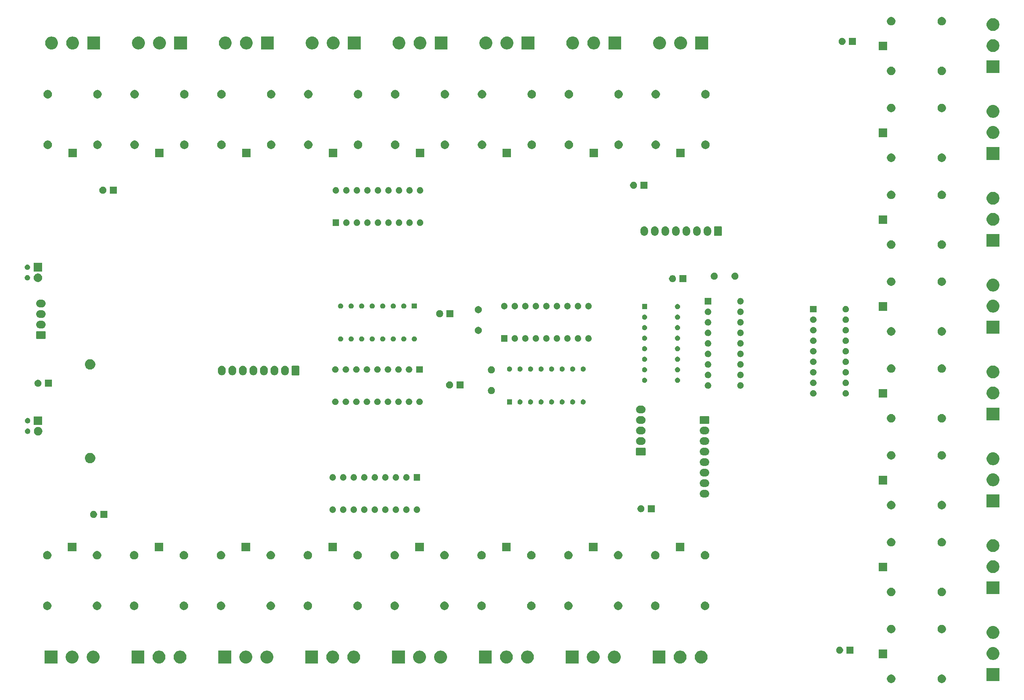
<source format=gbr>
G04 #@! TF.GenerationSoftware,KiCad,Pcbnew,5.1.2*
G04 #@! TF.CreationDate,2019-06-28T01:11:13+02:00*
G04 #@! TF.ProjectId,Relay_Controller2,52656c61-795f-4436-9f6e-74726f6c6c65,rev?*
G04 #@! TF.SameCoordinates,Original*
G04 #@! TF.FileFunction,Soldermask,Bot*
G04 #@! TF.FilePolarity,Negative*
%FSLAX46Y46*%
G04 Gerber Fmt 4.6, Leading zero omitted, Abs format (unit mm)*
G04 Created by KiCad (PCBNEW 5.1.2) date 2019-06-28 01:11:13*
%MOMM*%
%LPD*%
G04 APERTURE LIST*
%ADD10C,0.150000*%
G04 APERTURE END LIST*
D10*
G36*
X300943584Y-217916393D02*
G01*
X301130303Y-217993735D01*
X301130305Y-217993736D01*
X301298349Y-218106019D01*
X301441258Y-218248928D01*
X301553541Y-218416972D01*
X301553542Y-218416974D01*
X301630884Y-218603693D01*
X301670312Y-218801912D01*
X301670312Y-219004018D01*
X301630884Y-219202237D01*
X301553542Y-219388956D01*
X301553541Y-219388958D01*
X301441258Y-219557002D01*
X301298349Y-219699911D01*
X301130305Y-219812194D01*
X301130304Y-219812195D01*
X301130303Y-219812195D01*
X300943584Y-219889537D01*
X300745365Y-219928965D01*
X300543259Y-219928965D01*
X300345040Y-219889537D01*
X300158321Y-219812195D01*
X300158320Y-219812195D01*
X300158319Y-219812194D01*
X299990275Y-219699911D01*
X299847366Y-219557002D01*
X299735083Y-219388958D01*
X299735082Y-219388956D01*
X299657740Y-219202237D01*
X299618312Y-219004018D01*
X299618312Y-218801912D01*
X299657740Y-218603693D01*
X299735082Y-218416974D01*
X299735083Y-218416972D01*
X299847366Y-218248928D01*
X299990275Y-218106019D01*
X300158319Y-217993736D01*
X300158321Y-217993735D01*
X300345040Y-217916393D01*
X300543259Y-217876965D01*
X300745365Y-217876965D01*
X300943584Y-217916393D01*
X300943584Y-217916393D01*
G37*
G36*
X288743584Y-217916393D02*
G01*
X288930303Y-217993735D01*
X288930305Y-217993736D01*
X289098349Y-218106019D01*
X289241258Y-218248928D01*
X289353541Y-218416972D01*
X289353542Y-218416974D01*
X289430884Y-218603693D01*
X289470312Y-218801912D01*
X289470312Y-219004018D01*
X289430884Y-219202237D01*
X289353542Y-219388956D01*
X289353541Y-219388958D01*
X289241258Y-219557002D01*
X289098349Y-219699911D01*
X288930305Y-219812194D01*
X288930304Y-219812195D01*
X288930303Y-219812195D01*
X288743584Y-219889537D01*
X288545365Y-219928965D01*
X288343259Y-219928965D01*
X288145040Y-219889537D01*
X287958321Y-219812195D01*
X287958320Y-219812195D01*
X287958319Y-219812194D01*
X287790275Y-219699911D01*
X287647366Y-219557002D01*
X287535083Y-219388958D01*
X287535082Y-219388956D01*
X287457740Y-219202237D01*
X287418312Y-219004018D01*
X287418312Y-218801912D01*
X287457740Y-218603693D01*
X287535082Y-218416974D01*
X287535083Y-218416972D01*
X287647366Y-218248928D01*
X287790275Y-218106019D01*
X287958319Y-217993736D01*
X287958321Y-217993735D01*
X288145040Y-217916393D01*
X288343259Y-217876965D01*
X288545365Y-217876965D01*
X288743584Y-217916393D01*
X288743584Y-217916393D01*
G37*
G36*
X314570312Y-219433965D02*
G01*
X311468312Y-219433965D01*
X311468312Y-216331965D01*
X314570312Y-216331965D01*
X314570312Y-219433965D01*
X314570312Y-219433965D01*
G37*
G36*
X180037585Y-212143802D02*
G01*
X180187410Y-212173604D01*
X180469674Y-212290521D01*
X180723705Y-212460259D01*
X180939741Y-212676295D01*
X181109479Y-212930326D01*
X181226396Y-213212590D01*
X181286000Y-213512240D01*
X181286000Y-213817760D01*
X181226396Y-214117410D01*
X181109479Y-214399674D01*
X180939741Y-214653705D01*
X180723705Y-214869741D01*
X180469674Y-215039479D01*
X180187410Y-215156396D01*
X180037585Y-215186198D01*
X179887761Y-215216000D01*
X179582239Y-215216000D01*
X179432415Y-215186198D01*
X179282590Y-215156396D01*
X179000326Y-215039479D01*
X178746295Y-214869741D01*
X178530259Y-214653705D01*
X178360521Y-214399674D01*
X178243604Y-214117410D01*
X178184000Y-213817760D01*
X178184000Y-213512240D01*
X178243604Y-213212590D01*
X178360521Y-212930326D01*
X178530259Y-212676295D01*
X178746295Y-212460259D01*
X179000326Y-212290521D01*
X179282590Y-212173604D01*
X179432415Y-212143802D01*
X179582239Y-212114000D01*
X179887761Y-212114000D01*
X180037585Y-212143802D01*
X180037585Y-212143802D01*
G37*
G36*
X221947585Y-212143802D02*
G01*
X222097410Y-212173604D01*
X222379674Y-212290521D01*
X222633705Y-212460259D01*
X222849741Y-212676295D01*
X223019479Y-212930326D01*
X223136396Y-213212590D01*
X223196000Y-213512240D01*
X223196000Y-213817760D01*
X223136396Y-214117410D01*
X223019479Y-214399674D01*
X222849741Y-214653705D01*
X222633705Y-214869741D01*
X222379674Y-215039479D01*
X222097410Y-215156396D01*
X221947585Y-215186198D01*
X221797761Y-215216000D01*
X221492239Y-215216000D01*
X221342415Y-215186198D01*
X221192590Y-215156396D01*
X220910326Y-215039479D01*
X220656295Y-214869741D01*
X220440259Y-214653705D01*
X220270521Y-214399674D01*
X220153604Y-214117410D01*
X220094000Y-213817760D01*
X220094000Y-213512240D01*
X220153604Y-213212590D01*
X220270521Y-212930326D01*
X220440259Y-212676295D01*
X220656295Y-212460259D01*
X220910326Y-212290521D01*
X221192590Y-212173604D01*
X221342415Y-212143802D01*
X221492239Y-212114000D01*
X221797761Y-212114000D01*
X221947585Y-212143802D01*
X221947585Y-212143802D01*
G37*
G36*
X216867585Y-212143802D02*
G01*
X217017410Y-212173604D01*
X217299674Y-212290521D01*
X217553705Y-212460259D01*
X217769741Y-212676295D01*
X217939479Y-212930326D01*
X218056396Y-213212590D01*
X218116000Y-213512240D01*
X218116000Y-213817760D01*
X218056396Y-214117410D01*
X217939479Y-214399674D01*
X217769741Y-214653705D01*
X217553705Y-214869741D01*
X217299674Y-215039479D01*
X217017410Y-215156396D01*
X216867585Y-215186198D01*
X216717761Y-215216000D01*
X216412239Y-215216000D01*
X216262415Y-215186198D01*
X216112590Y-215156396D01*
X215830326Y-215039479D01*
X215576295Y-214869741D01*
X215360259Y-214653705D01*
X215190521Y-214399674D01*
X215073604Y-214117410D01*
X215014000Y-213817760D01*
X215014000Y-213512240D01*
X215073604Y-213212590D01*
X215190521Y-212930326D01*
X215360259Y-212676295D01*
X215576295Y-212460259D01*
X215830326Y-212290521D01*
X216112590Y-212173604D01*
X216262415Y-212143802D01*
X216412239Y-212114000D01*
X216717761Y-212114000D01*
X216867585Y-212143802D01*
X216867585Y-212143802D01*
G37*
G36*
X213036000Y-215216000D02*
G01*
X209934000Y-215216000D01*
X209934000Y-212114000D01*
X213036000Y-212114000D01*
X213036000Y-215216000D01*
X213036000Y-215216000D01*
G37*
G36*
X237822585Y-212143802D02*
G01*
X237972410Y-212173604D01*
X238254674Y-212290521D01*
X238508705Y-212460259D01*
X238724741Y-212676295D01*
X238894479Y-212930326D01*
X239011396Y-213212590D01*
X239071000Y-213512240D01*
X239071000Y-213817760D01*
X239011396Y-214117410D01*
X238894479Y-214399674D01*
X238724741Y-214653705D01*
X238508705Y-214869741D01*
X238254674Y-215039479D01*
X237972410Y-215156396D01*
X237822585Y-215186198D01*
X237672761Y-215216000D01*
X237367239Y-215216000D01*
X237217415Y-215186198D01*
X237067590Y-215156396D01*
X236785326Y-215039479D01*
X236531295Y-214869741D01*
X236315259Y-214653705D01*
X236145521Y-214399674D01*
X236028604Y-214117410D01*
X235969000Y-213817760D01*
X235969000Y-213512240D01*
X236028604Y-213212590D01*
X236145521Y-212930326D01*
X236315259Y-212676295D01*
X236531295Y-212460259D01*
X236785326Y-212290521D01*
X237067590Y-212173604D01*
X237217415Y-212143802D01*
X237367239Y-212114000D01*
X237672761Y-212114000D01*
X237822585Y-212143802D01*
X237822585Y-212143802D01*
G37*
G36*
X200992585Y-212143802D02*
G01*
X201142410Y-212173604D01*
X201424674Y-212290521D01*
X201678705Y-212460259D01*
X201894741Y-212676295D01*
X202064479Y-212930326D01*
X202181396Y-213212590D01*
X202241000Y-213512240D01*
X202241000Y-213817760D01*
X202181396Y-214117410D01*
X202064479Y-214399674D01*
X201894741Y-214653705D01*
X201678705Y-214869741D01*
X201424674Y-215039479D01*
X201142410Y-215156396D01*
X200992585Y-215186198D01*
X200842761Y-215216000D01*
X200537239Y-215216000D01*
X200387415Y-215186198D01*
X200237590Y-215156396D01*
X199955326Y-215039479D01*
X199701295Y-214869741D01*
X199485259Y-214653705D01*
X199315521Y-214399674D01*
X199198604Y-214117410D01*
X199139000Y-213817760D01*
X199139000Y-213512240D01*
X199198604Y-213212590D01*
X199315521Y-212930326D01*
X199485259Y-212676295D01*
X199701295Y-212460259D01*
X199955326Y-212290521D01*
X200237590Y-212173604D01*
X200387415Y-212143802D01*
X200537239Y-212114000D01*
X200842761Y-212114000D01*
X200992585Y-212143802D01*
X200992585Y-212143802D01*
G37*
G36*
X242902585Y-212143802D02*
G01*
X243052410Y-212173604D01*
X243334674Y-212290521D01*
X243588705Y-212460259D01*
X243804741Y-212676295D01*
X243974479Y-212930326D01*
X244091396Y-213212590D01*
X244151000Y-213512240D01*
X244151000Y-213817760D01*
X244091396Y-214117410D01*
X243974479Y-214399674D01*
X243804741Y-214653705D01*
X243588705Y-214869741D01*
X243334674Y-215039479D01*
X243052410Y-215156396D01*
X242902585Y-215186198D01*
X242752761Y-215216000D01*
X242447239Y-215216000D01*
X242297415Y-215186198D01*
X242147590Y-215156396D01*
X241865326Y-215039479D01*
X241611295Y-214869741D01*
X241395259Y-214653705D01*
X241225521Y-214399674D01*
X241108604Y-214117410D01*
X241049000Y-213817760D01*
X241049000Y-213512240D01*
X241108604Y-213212590D01*
X241225521Y-212930326D01*
X241395259Y-212676295D01*
X241611295Y-212460259D01*
X241865326Y-212290521D01*
X242147590Y-212173604D01*
X242297415Y-212143802D01*
X242447239Y-212114000D01*
X242752761Y-212114000D01*
X242902585Y-212143802D01*
X242902585Y-212143802D01*
G37*
G36*
X195912585Y-212143802D02*
G01*
X196062410Y-212173604D01*
X196344674Y-212290521D01*
X196598705Y-212460259D01*
X196814741Y-212676295D01*
X196984479Y-212930326D01*
X197101396Y-213212590D01*
X197161000Y-213512240D01*
X197161000Y-213817760D01*
X197101396Y-214117410D01*
X196984479Y-214399674D01*
X196814741Y-214653705D01*
X196598705Y-214869741D01*
X196344674Y-215039479D01*
X196062410Y-215156396D01*
X195912585Y-215186198D01*
X195762761Y-215216000D01*
X195457239Y-215216000D01*
X195307415Y-215186198D01*
X195157590Y-215156396D01*
X194875326Y-215039479D01*
X194621295Y-214869741D01*
X194405259Y-214653705D01*
X194235521Y-214399674D01*
X194118604Y-214117410D01*
X194059000Y-213817760D01*
X194059000Y-213512240D01*
X194118604Y-213212590D01*
X194235521Y-212930326D01*
X194405259Y-212676295D01*
X194621295Y-212460259D01*
X194875326Y-212290521D01*
X195157590Y-212173604D01*
X195307415Y-212143802D01*
X195457239Y-212114000D01*
X195762761Y-212114000D01*
X195912585Y-212143802D01*
X195912585Y-212143802D01*
G37*
G36*
X192081000Y-215216000D02*
G01*
X188979000Y-215216000D01*
X188979000Y-212114000D01*
X192081000Y-212114000D01*
X192081000Y-215216000D01*
X192081000Y-215216000D01*
G37*
G36*
X171126000Y-215216000D02*
G01*
X168024000Y-215216000D01*
X168024000Y-212114000D01*
X171126000Y-212114000D01*
X171126000Y-215216000D01*
X171126000Y-215216000D01*
G37*
G36*
X174957585Y-212143802D02*
G01*
X175107410Y-212173604D01*
X175389674Y-212290521D01*
X175643705Y-212460259D01*
X175859741Y-212676295D01*
X176029479Y-212930326D01*
X176146396Y-213212590D01*
X176206000Y-213512240D01*
X176206000Y-213817760D01*
X176146396Y-214117410D01*
X176029479Y-214399674D01*
X175859741Y-214653705D01*
X175643705Y-214869741D01*
X175389674Y-215039479D01*
X175107410Y-215156396D01*
X174957585Y-215186198D01*
X174807761Y-215216000D01*
X174502239Y-215216000D01*
X174352415Y-215186198D01*
X174202590Y-215156396D01*
X173920326Y-215039479D01*
X173666295Y-214869741D01*
X173450259Y-214653705D01*
X173280521Y-214399674D01*
X173163604Y-214117410D01*
X173104000Y-213817760D01*
X173104000Y-213512240D01*
X173163604Y-213212590D01*
X173280521Y-212930326D01*
X173450259Y-212676295D01*
X173666295Y-212460259D01*
X173920326Y-212290521D01*
X174202590Y-212173604D01*
X174352415Y-212143802D01*
X174502239Y-212114000D01*
X174807761Y-212114000D01*
X174957585Y-212143802D01*
X174957585Y-212143802D01*
G37*
G36*
X233991000Y-215216000D02*
G01*
X230889000Y-215216000D01*
X230889000Y-212114000D01*
X233991000Y-212114000D01*
X233991000Y-215216000D01*
X233991000Y-215216000D01*
G37*
G36*
X154002585Y-212143802D02*
G01*
X154152410Y-212173604D01*
X154434674Y-212290521D01*
X154688705Y-212460259D01*
X154904741Y-212676295D01*
X155074479Y-212930326D01*
X155191396Y-213212590D01*
X155251000Y-213512240D01*
X155251000Y-213817760D01*
X155191396Y-214117410D01*
X155074479Y-214399674D01*
X154904741Y-214653705D01*
X154688705Y-214869741D01*
X154434674Y-215039479D01*
X154152410Y-215156396D01*
X154002585Y-215186198D01*
X153852761Y-215216000D01*
X153547239Y-215216000D01*
X153397415Y-215186198D01*
X153247590Y-215156396D01*
X152965326Y-215039479D01*
X152711295Y-214869741D01*
X152495259Y-214653705D01*
X152325521Y-214399674D01*
X152208604Y-214117410D01*
X152149000Y-213817760D01*
X152149000Y-213512240D01*
X152208604Y-213212590D01*
X152325521Y-212930326D01*
X152495259Y-212676295D01*
X152711295Y-212460259D01*
X152965326Y-212290521D01*
X153247590Y-212173604D01*
X153397415Y-212143802D01*
X153547239Y-212114000D01*
X153852761Y-212114000D01*
X154002585Y-212143802D01*
X154002585Y-212143802D01*
G37*
G36*
X150171000Y-215216000D02*
G01*
X147069000Y-215216000D01*
X147069000Y-212114000D01*
X150171000Y-212114000D01*
X150171000Y-215216000D01*
X150171000Y-215216000D01*
G37*
G36*
X129216000Y-215216000D02*
G01*
X126114000Y-215216000D01*
X126114000Y-212114000D01*
X129216000Y-212114000D01*
X129216000Y-215216000D01*
X129216000Y-215216000D01*
G37*
G36*
X133047585Y-212143802D02*
G01*
X133197410Y-212173604D01*
X133479674Y-212290521D01*
X133733705Y-212460259D01*
X133949741Y-212676295D01*
X134119479Y-212930326D01*
X134236396Y-213212590D01*
X134296000Y-213512240D01*
X134296000Y-213817760D01*
X134236396Y-214117410D01*
X134119479Y-214399674D01*
X133949741Y-214653705D01*
X133733705Y-214869741D01*
X133479674Y-215039479D01*
X133197410Y-215156396D01*
X133047585Y-215186198D01*
X132897761Y-215216000D01*
X132592239Y-215216000D01*
X132442415Y-215186198D01*
X132292590Y-215156396D01*
X132010326Y-215039479D01*
X131756295Y-214869741D01*
X131540259Y-214653705D01*
X131370521Y-214399674D01*
X131253604Y-214117410D01*
X131194000Y-213817760D01*
X131194000Y-213512240D01*
X131253604Y-213212590D01*
X131370521Y-212930326D01*
X131540259Y-212676295D01*
X131756295Y-212460259D01*
X132010326Y-212290521D01*
X132292590Y-212173604D01*
X132442415Y-212143802D01*
X132592239Y-212114000D01*
X132897761Y-212114000D01*
X133047585Y-212143802D01*
X133047585Y-212143802D01*
G37*
G36*
X138127585Y-212143802D02*
G01*
X138277410Y-212173604D01*
X138559674Y-212290521D01*
X138813705Y-212460259D01*
X139029741Y-212676295D01*
X139199479Y-212930326D01*
X139316396Y-213212590D01*
X139376000Y-213512240D01*
X139376000Y-213817760D01*
X139316396Y-214117410D01*
X139199479Y-214399674D01*
X139029741Y-214653705D01*
X138813705Y-214869741D01*
X138559674Y-215039479D01*
X138277410Y-215156396D01*
X138127585Y-215186198D01*
X137977761Y-215216000D01*
X137672239Y-215216000D01*
X137522415Y-215186198D01*
X137372590Y-215156396D01*
X137090326Y-215039479D01*
X136836295Y-214869741D01*
X136620259Y-214653705D01*
X136450521Y-214399674D01*
X136333604Y-214117410D01*
X136274000Y-213817760D01*
X136274000Y-213512240D01*
X136333604Y-213212590D01*
X136450521Y-212930326D01*
X136620259Y-212676295D01*
X136836295Y-212460259D01*
X137090326Y-212290521D01*
X137372590Y-212173604D01*
X137522415Y-212143802D01*
X137672239Y-212114000D01*
X137977761Y-212114000D01*
X138127585Y-212143802D01*
X138127585Y-212143802D01*
G37*
G36*
X117172585Y-212143802D02*
G01*
X117322410Y-212173604D01*
X117604674Y-212290521D01*
X117858705Y-212460259D01*
X118074741Y-212676295D01*
X118244479Y-212930326D01*
X118361396Y-213212590D01*
X118421000Y-213512240D01*
X118421000Y-213817760D01*
X118361396Y-214117410D01*
X118244479Y-214399674D01*
X118074741Y-214653705D01*
X117858705Y-214869741D01*
X117604674Y-215039479D01*
X117322410Y-215156396D01*
X117172585Y-215186198D01*
X117022761Y-215216000D01*
X116717239Y-215216000D01*
X116567415Y-215186198D01*
X116417590Y-215156396D01*
X116135326Y-215039479D01*
X115881295Y-214869741D01*
X115665259Y-214653705D01*
X115495521Y-214399674D01*
X115378604Y-214117410D01*
X115319000Y-213817760D01*
X115319000Y-213512240D01*
X115378604Y-213212590D01*
X115495521Y-212930326D01*
X115665259Y-212676295D01*
X115881295Y-212460259D01*
X116135326Y-212290521D01*
X116417590Y-212173604D01*
X116567415Y-212143802D01*
X116717239Y-212114000D01*
X117022761Y-212114000D01*
X117172585Y-212143802D01*
X117172585Y-212143802D01*
G37*
G36*
X112092585Y-212143802D02*
G01*
X112242410Y-212173604D01*
X112524674Y-212290521D01*
X112778705Y-212460259D01*
X112994741Y-212676295D01*
X113164479Y-212930326D01*
X113281396Y-213212590D01*
X113341000Y-213512240D01*
X113341000Y-213817760D01*
X113281396Y-214117410D01*
X113164479Y-214399674D01*
X112994741Y-214653705D01*
X112778705Y-214869741D01*
X112524674Y-215039479D01*
X112242410Y-215156396D01*
X112092585Y-215186198D01*
X111942761Y-215216000D01*
X111637239Y-215216000D01*
X111487415Y-215186198D01*
X111337590Y-215156396D01*
X111055326Y-215039479D01*
X110801295Y-214869741D01*
X110585259Y-214653705D01*
X110415521Y-214399674D01*
X110298604Y-214117410D01*
X110239000Y-213817760D01*
X110239000Y-213512240D01*
X110298604Y-213212590D01*
X110415521Y-212930326D01*
X110585259Y-212676295D01*
X110801295Y-212460259D01*
X111055326Y-212290521D01*
X111337590Y-212173604D01*
X111487415Y-212143802D01*
X111637239Y-212114000D01*
X111942761Y-212114000D01*
X112092585Y-212143802D01*
X112092585Y-212143802D01*
G37*
G36*
X108261000Y-215216000D02*
G01*
X105159000Y-215216000D01*
X105159000Y-212114000D01*
X108261000Y-212114000D01*
X108261000Y-215216000D01*
X108261000Y-215216000D01*
G37*
G36*
X87306000Y-215216000D02*
G01*
X84204000Y-215216000D01*
X84204000Y-212114000D01*
X87306000Y-212114000D01*
X87306000Y-215216000D01*
X87306000Y-215216000D01*
G37*
G36*
X91137585Y-212143802D02*
G01*
X91287410Y-212173604D01*
X91569674Y-212290521D01*
X91823705Y-212460259D01*
X92039741Y-212676295D01*
X92209479Y-212930326D01*
X92326396Y-213212590D01*
X92386000Y-213512240D01*
X92386000Y-213817760D01*
X92326396Y-214117410D01*
X92209479Y-214399674D01*
X92039741Y-214653705D01*
X91823705Y-214869741D01*
X91569674Y-215039479D01*
X91287410Y-215156396D01*
X91137585Y-215186198D01*
X90987761Y-215216000D01*
X90682239Y-215216000D01*
X90532415Y-215186198D01*
X90382590Y-215156396D01*
X90100326Y-215039479D01*
X89846295Y-214869741D01*
X89630259Y-214653705D01*
X89460521Y-214399674D01*
X89343604Y-214117410D01*
X89284000Y-213817760D01*
X89284000Y-213512240D01*
X89343604Y-213212590D01*
X89460521Y-212930326D01*
X89630259Y-212676295D01*
X89846295Y-212460259D01*
X90100326Y-212290521D01*
X90382590Y-212173604D01*
X90532415Y-212143802D01*
X90682239Y-212114000D01*
X90987761Y-212114000D01*
X91137585Y-212143802D01*
X91137585Y-212143802D01*
G37*
G36*
X96217585Y-212143802D02*
G01*
X96367410Y-212173604D01*
X96649674Y-212290521D01*
X96903705Y-212460259D01*
X97119741Y-212676295D01*
X97289479Y-212930326D01*
X97406396Y-213212590D01*
X97466000Y-213512240D01*
X97466000Y-213817760D01*
X97406396Y-214117410D01*
X97289479Y-214399674D01*
X97119741Y-214653705D01*
X96903705Y-214869741D01*
X96649674Y-215039479D01*
X96367410Y-215156396D01*
X96217585Y-215186198D01*
X96067761Y-215216000D01*
X95762239Y-215216000D01*
X95612415Y-215186198D01*
X95462590Y-215156396D01*
X95180326Y-215039479D01*
X94926295Y-214869741D01*
X94710259Y-214653705D01*
X94540521Y-214399674D01*
X94423604Y-214117410D01*
X94364000Y-213817760D01*
X94364000Y-213512240D01*
X94423604Y-213212590D01*
X94540521Y-212930326D01*
X94710259Y-212676295D01*
X94926295Y-212460259D01*
X95180326Y-212290521D01*
X95462590Y-212173604D01*
X95612415Y-212143802D01*
X95762239Y-212114000D01*
X96067761Y-212114000D01*
X96217585Y-212143802D01*
X96217585Y-212143802D01*
G37*
G36*
X159082585Y-212143802D02*
G01*
X159232410Y-212173604D01*
X159514674Y-212290521D01*
X159768705Y-212460259D01*
X159984741Y-212676295D01*
X160154479Y-212930326D01*
X160271396Y-213212590D01*
X160331000Y-213512240D01*
X160331000Y-213817760D01*
X160271396Y-214117410D01*
X160154479Y-214399674D01*
X159984741Y-214653705D01*
X159768705Y-214869741D01*
X159514674Y-215039479D01*
X159232410Y-215156396D01*
X159082585Y-215186198D01*
X158932761Y-215216000D01*
X158627239Y-215216000D01*
X158477415Y-215186198D01*
X158327590Y-215156396D01*
X158045326Y-215039479D01*
X157791295Y-214869741D01*
X157575259Y-214653705D01*
X157405521Y-214399674D01*
X157288604Y-214117410D01*
X157229000Y-213817760D01*
X157229000Y-213512240D01*
X157288604Y-213212590D01*
X157405521Y-212930326D01*
X157575259Y-212676295D01*
X157791295Y-212460259D01*
X158045326Y-212290521D01*
X158327590Y-212173604D01*
X158477415Y-212143802D01*
X158627239Y-212114000D01*
X158932761Y-212114000D01*
X159082585Y-212143802D01*
X159082585Y-212143802D01*
G37*
G36*
X313321897Y-211281767D02*
G01*
X313471722Y-211311569D01*
X313753986Y-211428486D01*
X314008017Y-211598224D01*
X314224053Y-211814260D01*
X314393791Y-212068291D01*
X314510708Y-212350555D01*
X314570312Y-212650205D01*
X314570312Y-212955725D01*
X314510708Y-213255375D01*
X314393791Y-213537639D01*
X314224053Y-213791670D01*
X314008017Y-214007706D01*
X313753986Y-214177444D01*
X313471722Y-214294361D01*
X313321897Y-214324163D01*
X313172073Y-214353965D01*
X312866551Y-214353965D01*
X312716727Y-214324163D01*
X312566902Y-214294361D01*
X312284638Y-214177444D01*
X312030607Y-214007706D01*
X311814571Y-213791670D01*
X311644833Y-213537639D01*
X311527916Y-213255375D01*
X311468312Y-212955725D01*
X311468312Y-212650205D01*
X311527916Y-212350555D01*
X311644833Y-212068291D01*
X311814571Y-211814260D01*
X312030607Y-211598224D01*
X312284638Y-211428486D01*
X312566902Y-211311569D01*
X312716727Y-211281767D01*
X312866551Y-211251965D01*
X313172073Y-211251965D01*
X313321897Y-211281767D01*
X313321897Y-211281767D01*
G37*
G36*
X287470312Y-213928965D02*
G01*
X285418312Y-213928965D01*
X285418312Y-211876965D01*
X287470312Y-211876965D01*
X287470312Y-213928965D01*
X287470312Y-213928965D01*
G37*
G36*
X276248228Y-211181703D02*
G01*
X276403100Y-211245853D01*
X276542481Y-211338985D01*
X276661015Y-211457519D01*
X276754147Y-211596900D01*
X276818297Y-211751772D01*
X276851000Y-211916184D01*
X276851000Y-212083816D01*
X276818297Y-212248228D01*
X276754147Y-212403100D01*
X276661015Y-212542481D01*
X276542481Y-212661015D01*
X276403100Y-212754147D01*
X276248228Y-212818297D01*
X276083816Y-212851000D01*
X275916184Y-212851000D01*
X275751772Y-212818297D01*
X275596900Y-212754147D01*
X275457519Y-212661015D01*
X275338985Y-212542481D01*
X275245853Y-212403100D01*
X275181703Y-212248228D01*
X275149000Y-212083816D01*
X275149000Y-211916184D01*
X275181703Y-211751772D01*
X275245853Y-211596900D01*
X275338985Y-211457519D01*
X275457519Y-211338985D01*
X275596900Y-211245853D01*
X275751772Y-211181703D01*
X275916184Y-211149000D01*
X276083816Y-211149000D01*
X276248228Y-211181703D01*
X276248228Y-211181703D01*
G37*
G36*
X279351000Y-212851000D02*
G01*
X277649000Y-212851000D01*
X277649000Y-211149000D01*
X279351000Y-211149000D01*
X279351000Y-212851000D01*
X279351000Y-212851000D01*
G37*
G36*
X313321897Y-206201767D02*
G01*
X313471722Y-206231569D01*
X313753986Y-206348486D01*
X314008017Y-206518224D01*
X314224053Y-206734260D01*
X314393791Y-206988291D01*
X314510708Y-207270555D01*
X314570312Y-207570205D01*
X314570312Y-207875725D01*
X314510708Y-208175375D01*
X314393791Y-208457639D01*
X314224053Y-208711670D01*
X314008017Y-208927706D01*
X313753986Y-209097444D01*
X313471722Y-209214361D01*
X313321897Y-209244163D01*
X313172073Y-209273965D01*
X312866551Y-209273965D01*
X312716727Y-209244163D01*
X312566902Y-209214361D01*
X312284638Y-209097444D01*
X312030607Y-208927706D01*
X311814571Y-208711670D01*
X311644833Y-208457639D01*
X311527916Y-208175375D01*
X311468312Y-207875725D01*
X311468312Y-207570205D01*
X311527916Y-207270555D01*
X311644833Y-206988291D01*
X311814571Y-206734260D01*
X312030607Y-206518224D01*
X312284638Y-206348486D01*
X312566902Y-206231569D01*
X312716727Y-206201767D01*
X312866551Y-206171965D01*
X313172073Y-206171965D01*
X313321897Y-206201767D01*
X313321897Y-206201767D01*
G37*
G36*
X300943584Y-205916393D02*
G01*
X301130303Y-205993735D01*
X301130305Y-205993736D01*
X301298349Y-206106019D01*
X301441258Y-206248928D01*
X301507780Y-206348486D01*
X301553542Y-206416974D01*
X301630884Y-206603693D01*
X301670312Y-206801912D01*
X301670312Y-207004018D01*
X301630884Y-207202237D01*
X301602585Y-207270556D01*
X301553541Y-207388958D01*
X301441258Y-207557002D01*
X301298349Y-207699911D01*
X301130305Y-207812194D01*
X301130304Y-207812195D01*
X301130303Y-207812195D01*
X300943584Y-207889537D01*
X300745365Y-207928965D01*
X300543259Y-207928965D01*
X300345040Y-207889537D01*
X300158321Y-207812195D01*
X300158320Y-207812195D01*
X300158319Y-207812194D01*
X299990275Y-207699911D01*
X299847366Y-207557002D01*
X299735083Y-207388958D01*
X299686039Y-207270556D01*
X299657740Y-207202237D01*
X299618312Y-207004018D01*
X299618312Y-206801912D01*
X299657740Y-206603693D01*
X299735082Y-206416974D01*
X299780844Y-206348486D01*
X299847366Y-206248928D01*
X299990275Y-206106019D01*
X300158319Y-205993736D01*
X300158321Y-205993735D01*
X300345040Y-205916393D01*
X300543259Y-205876965D01*
X300745365Y-205876965D01*
X300943584Y-205916393D01*
X300943584Y-205916393D01*
G37*
G36*
X288743584Y-205916393D02*
G01*
X288930303Y-205993735D01*
X288930305Y-205993736D01*
X289098349Y-206106019D01*
X289241258Y-206248928D01*
X289307780Y-206348486D01*
X289353542Y-206416974D01*
X289430884Y-206603693D01*
X289470312Y-206801912D01*
X289470312Y-207004018D01*
X289430884Y-207202237D01*
X289402585Y-207270556D01*
X289353541Y-207388958D01*
X289241258Y-207557002D01*
X289098349Y-207699911D01*
X288930305Y-207812194D01*
X288930304Y-207812195D01*
X288930303Y-207812195D01*
X288743584Y-207889537D01*
X288545365Y-207928965D01*
X288343259Y-207928965D01*
X288145040Y-207889537D01*
X287958321Y-207812195D01*
X287958320Y-207812195D01*
X287958319Y-207812194D01*
X287790275Y-207699911D01*
X287647366Y-207557002D01*
X287535083Y-207388958D01*
X287486039Y-207270556D01*
X287457740Y-207202237D01*
X287418312Y-207004018D01*
X287418312Y-206801912D01*
X287457740Y-206603693D01*
X287535082Y-206416974D01*
X287580844Y-206348486D01*
X287647366Y-206248928D01*
X287790275Y-206106019D01*
X287958319Y-205993736D01*
X287958321Y-205993735D01*
X288145040Y-205916393D01*
X288343259Y-205876965D01*
X288545365Y-205876965D01*
X288743584Y-205916393D01*
X288743584Y-205916393D01*
G37*
G36*
X97134272Y-200303428D02*
G01*
X97320991Y-200380770D01*
X97320993Y-200380771D01*
X97489037Y-200493054D01*
X97631946Y-200635963D01*
X97744229Y-200804007D01*
X97744230Y-200804009D01*
X97821572Y-200990728D01*
X97861000Y-201188947D01*
X97861000Y-201391053D01*
X97821572Y-201589272D01*
X97744230Y-201775991D01*
X97744229Y-201775993D01*
X97631946Y-201944037D01*
X97489037Y-202086946D01*
X97320993Y-202199229D01*
X97320992Y-202199230D01*
X97320991Y-202199230D01*
X97134272Y-202276572D01*
X96936053Y-202316000D01*
X96733947Y-202316000D01*
X96535728Y-202276572D01*
X96349009Y-202199230D01*
X96349008Y-202199230D01*
X96349007Y-202199229D01*
X96180963Y-202086946D01*
X96038054Y-201944037D01*
X95925771Y-201775993D01*
X95925770Y-201775991D01*
X95848428Y-201589272D01*
X95809000Y-201391053D01*
X95809000Y-201188947D01*
X95848428Y-200990728D01*
X95925770Y-200804009D01*
X95925771Y-200804007D01*
X96038054Y-200635963D01*
X96180963Y-200493054D01*
X96349007Y-200380771D01*
X96349009Y-200380770D01*
X96535728Y-200303428D01*
X96733947Y-200264000D01*
X96936053Y-200264000D01*
X97134272Y-200303428D01*
X97134272Y-200303428D01*
G37*
G36*
X231819272Y-200303428D02*
G01*
X232005991Y-200380770D01*
X232005993Y-200380771D01*
X232174037Y-200493054D01*
X232316946Y-200635963D01*
X232429229Y-200804007D01*
X232429230Y-200804009D01*
X232506572Y-200990728D01*
X232546000Y-201188947D01*
X232546000Y-201391053D01*
X232506572Y-201589272D01*
X232429230Y-201775991D01*
X232429229Y-201775993D01*
X232316946Y-201944037D01*
X232174037Y-202086946D01*
X232005993Y-202199229D01*
X232005992Y-202199230D01*
X232005991Y-202199230D01*
X231819272Y-202276572D01*
X231621053Y-202316000D01*
X231418947Y-202316000D01*
X231220728Y-202276572D01*
X231034009Y-202199230D01*
X231034008Y-202199230D01*
X231034007Y-202199229D01*
X230865963Y-202086946D01*
X230723054Y-201944037D01*
X230610771Y-201775993D01*
X230610770Y-201775991D01*
X230533428Y-201589272D01*
X230494000Y-201391053D01*
X230494000Y-201188947D01*
X230533428Y-200990728D01*
X230610770Y-200804009D01*
X230610771Y-200804007D01*
X230723054Y-200635963D01*
X230865963Y-200493054D01*
X231034007Y-200380771D01*
X231034009Y-200380770D01*
X231220728Y-200303428D01*
X231418947Y-200264000D01*
X231621053Y-200264000D01*
X231819272Y-200303428D01*
X231819272Y-200303428D01*
G37*
G36*
X85134272Y-200303428D02*
G01*
X85320991Y-200380770D01*
X85320993Y-200380771D01*
X85489037Y-200493054D01*
X85631946Y-200635963D01*
X85744229Y-200804007D01*
X85744230Y-200804009D01*
X85821572Y-200990728D01*
X85861000Y-201188947D01*
X85861000Y-201391053D01*
X85821572Y-201589272D01*
X85744230Y-201775991D01*
X85744229Y-201775993D01*
X85631946Y-201944037D01*
X85489037Y-202086946D01*
X85320993Y-202199229D01*
X85320992Y-202199230D01*
X85320991Y-202199230D01*
X85134272Y-202276572D01*
X84936053Y-202316000D01*
X84733947Y-202316000D01*
X84535728Y-202276572D01*
X84349009Y-202199230D01*
X84349008Y-202199230D01*
X84349007Y-202199229D01*
X84180963Y-202086946D01*
X84038054Y-201944037D01*
X83925771Y-201775993D01*
X83925770Y-201775991D01*
X83848428Y-201589272D01*
X83809000Y-201391053D01*
X83809000Y-201188947D01*
X83848428Y-200990728D01*
X83925770Y-200804009D01*
X83925771Y-200804007D01*
X84038054Y-200635963D01*
X84180963Y-200493054D01*
X84349007Y-200380771D01*
X84349009Y-200380770D01*
X84535728Y-200303428D01*
X84733947Y-200264000D01*
X84936053Y-200264000D01*
X85134272Y-200303428D01*
X85134272Y-200303428D01*
G37*
G36*
X106089272Y-200303428D02*
G01*
X106275991Y-200380770D01*
X106275993Y-200380771D01*
X106444037Y-200493054D01*
X106586946Y-200635963D01*
X106699229Y-200804007D01*
X106699230Y-200804009D01*
X106776572Y-200990728D01*
X106816000Y-201188947D01*
X106816000Y-201391053D01*
X106776572Y-201589272D01*
X106699230Y-201775991D01*
X106699229Y-201775993D01*
X106586946Y-201944037D01*
X106444037Y-202086946D01*
X106275993Y-202199229D01*
X106275992Y-202199230D01*
X106275991Y-202199230D01*
X106089272Y-202276572D01*
X105891053Y-202316000D01*
X105688947Y-202316000D01*
X105490728Y-202276572D01*
X105304009Y-202199230D01*
X105304008Y-202199230D01*
X105304007Y-202199229D01*
X105135963Y-202086946D01*
X104993054Y-201944037D01*
X104880771Y-201775993D01*
X104880770Y-201775991D01*
X104803428Y-201589272D01*
X104764000Y-201391053D01*
X104764000Y-201188947D01*
X104803428Y-200990728D01*
X104880770Y-200804009D01*
X104880771Y-200804007D01*
X104993054Y-200635963D01*
X105135963Y-200493054D01*
X105304007Y-200380771D01*
X105304009Y-200380770D01*
X105490728Y-200303428D01*
X105688947Y-200264000D01*
X105891053Y-200264000D01*
X106089272Y-200303428D01*
X106089272Y-200303428D01*
G37*
G36*
X118089272Y-200303428D02*
G01*
X118275991Y-200380770D01*
X118275993Y-200380771D01*
X118444037Y-200493054D01*
X118586946Y-200635963D01*
X118699229Y-200804007D01*
X118699230Y-200804009D01*
X118776572Y-200990728D01*
X118816000Y-201188947D01*
X118816000Y-201391053D01*
X118776572Y-201589272D01*
X118699230Y-201775991D01*
X118699229Y-201775993D01*
X118586946Y-201944037D01*
X118444037Y-202086946D01*
X118275993Y-202199229D01*
X118275992Y-202199230D01*
X118275991Y-202199230D01*
X118089272Y-202276572D01*
X117891053Y-202316000D01*
X117688947Y-202316000D01*
X117490728Y-202276572D01*
X117304009Y-202199230D01*
X117304008Y-202199230D01*
X117304007Y-202199229D01*
X117135963Y-202086946D01*
X116993054Y-201944037D01*
X116880771Y-201775993D01*
X116880770Y-201775991D01*
X116803428Y-201589272D01*
X116764000Y-201391053D01*
X116764000Y-201188947D01*
X116803428Y-200990728D01*
X116880770Y-200804009D01*
X116880771Y-200804007D01*
X116993054Y-200635963D01*
X117135963Y-200493054D01*
X117304007Y-200380771D01*
X117304009Y-200380770D01*
X117490728Y-200303428D01*
X117688947Y-200264000D01*
X117891053Y-200264000D01*
X118089272Y-200303428D01*
X118089272Y-200303428D01*
G37*
G36*
X139044272Y-200303428D02*
G01*
X139230991Y-200380770D01*
X139230993Y-200380771D01*
X139399037Y-200493054D01*
X139541946Y-200635963D01*
X139654229Y-200804007D01*
X139654230Y-200804009D01*
X139731572Y-200990728D01*
X139771000Y-201188947D01*
X139771000Y-201391053D01*
X139731572Y-201589272D01*
X139654230Y-201775991D01*
X139654229Y-201775993D01*
X139541946Y-201944037D01*
X139399037Y-202086946D01*
X139230993Y-202199229D01*
X139230992Y-202199230D01*
X139230991Y-202199230D01*
X139044272Y-202276572D01*
X138846053Y-202316000D01*
X138643947Y-202316000D01*
X138445728Y-202276572D01*
X138259009Y-202199230D01*
X138259008Y-202199230D01*
X138259007Y-202199229D01*
X138090963Y-202086946D01*
X137948054Y-201944037D01*
X137835771Y-201775993D01*
X137835770Y-201775991D01*
X137758428Y-201589272D01*
X137719000Y-201391053D01*
X137719000Y-201188947D01*
X137758428Y-200990728D01*
X137835770Y-200804009D01*
X137835771Y-200804007D01*
X137948054Y-200635963D01*
X138090963Y-200493054D01*
X138259007Y-200380771D01*
X138259009Y-200380770D01*
X138445728Y-200303428D01*
X138643947Y-200264000D01*
X138846053Y-200264000D01*
X139044272Y-200303428D01*
X139044272Y-200303428D01*
G37*
G36*
X127044272Y-200303428D02*
G01*
X127230991Y-200380770D01*
X127230993Y-200380771D01*
X127399037Y-200493054D01*
X127541946Y-200635963D01*
X127654229Y-200804007D01*
X127654230Y-200804009D01*
X127731572Y-200990728D01*
X127771000Y-201188947D01*
X127771000Y-201391053D01*
X127731572Y-201589272D01*
X127654230Y-201775991D01*
X127654229Y-201775993D01*
X127541946Y-201944037D01*
X127399037Y-202086946D01*
X127230993Y-202199229D01*
X127230992Y-202199230D01*
X127230991Y-202199230D01*
X127044272Y-202276572D01*
X126846053Y-202316000D01*
X126643947Y-202316000D01*
X126445728Y-202276572D01*
X126259009Y-202199230D01*
X126259008Y-202199230D01*
X126259007Y-202199229D01*
X126090963Y-202086946D01*
X125948054Y-201944037D01*
X125835771Y-201775993D01*
X125835770Y-201775991D01*
X125758428Y-201589272D01*
X125719000Y-201391053D01*
X125719000Y-201188947D01*
X125758428Y-200990728D01*
X125835770Y-200804009D01*
X125835771Y-200804007D01*
X125948054Y-200635963D01*
X126090963Y-200493054D01*
X126259007Y-200380771D01*
X126259009Y-200380770D01*
X126445728Y-200303428D01*
X126643947Y-200264000D01*
X126846053Y-200264000D01*
X127044272Y-200303428D01*
X127044272Y-200303428D01*
G37*
G36*
X147999272Y-200303428D02*
G01*
X148185991Y-200380770D01*
X148185993Y-200380771D01*
X148354037Y-200493054D01*
X148496946Y-200635963D01*
X148609229Y-200804007D01*
X148609230Y-200804009D01*
X148686572Y-200990728D01*
X148726000Y-201188947D01*
X148726000Y-201391053D01*
X148686572Y-201589272D01*
X148609230Y-201775991D01*
X148609229Y-201775993D01*
X148496946Y-201944037D01*
X148354037Y-202086946D01*
X148185993Y-202199229D01*
X148185992Y-202199230D01*
X148185991Y-202199230D01*
X147999272Y-202276572D01*
X147801053Y-202316000D01*
X147598947Y-202316000D01*
X147400728Y-202276572D01*
X147214009Y-202199230D01*
X147214008Y-202199230D01*
X147214007Y-202199229D01*
X147045963Y-202086946D01*
X146903054Y-201944037D01*
X146790771Y-201775993D01*
X146790770Y-201775991D01*
X146713428Y-201589272D01*
X146674000Y-201391053D01*
X146674000Y-201188947D01*
X146713428Y-200990728D01*
X146790770Y-200804009D01*
X146790771Y-200804007D01*
X146903054Y-200635963D01*
X147045963Y-200493054D01*
X147214007Y-200380771D01*
X147214009Y-200380770D01*
X147400728Y-200303428D01*
X147598947Y-200264000D01*
X147801053Y-200264000D01*
X147999272Y-200303428D01*
X147999272Y-200303428D01*
G37*
G36*
X159999272Y-200303428D02*
G01*
X160185991Y-200380770D01*
X160185993Y-200380771D01*
X160354037Y-200493054D01*
X160496946Y-200635963D01*
X160609229Y-200804007D01*
X160609230Y-200804009D01*
X160686572Y-200990728D01*
X160726000Y-201188947D01*
X160726000Y-201391053D01*
X160686572Y-201589272D01*
X160609230Y-201775991D01*
X160609229Y-201775993D01*
X160496946Y-201944037D01*
X160354037Y-202086946D01*
X160185993Y-202199229D01*
X160185992Y-202199230D01*
X160185991Y-202199230D01*
X159999272Y-202276572D01*
X159801053Y-202316000D01*
X159598947Y-202316000D01*
X159400728Y-202276572D01*
X159214009Y-202199230D01*
X159214008Y-202199230D01*
X159214007Y-202199229D01*
X159045963Y-202086946D01*
X158903054Y-201944037D01*
X158790771Y-201775993D01*
X158790770Y-201775991D01*
X158713428Y-201589272D01*
X158674000Y-201391053D01*
X158674000Y-201188947D01*
X158713428Y-200990728D01*
X158790770Y-200804009D01*
X158790771Y-200804007D01*
X158903054Y-200635963D01*
X159045963Y-200493054D01*
X159214007Y-200380771D01*
X159214009Y-200380770D01*
X159400728Y-200303428D01*
X159598947Y-200264000D01*
X159801053Y-200264000D01*
X159999272Y-200303428D01*
X159999272Y-200303428D01*
G37*
G36*
X168954272Y-200303428D02*
G01*
X169140991Y-200380770D01*
X169140993Y-200380771D01*
X169309037Y-200493054D01*
X169451946Y-200635963D01*
X169564229Y-200804007D01*
X169564230Y-200804009D01*
X169641572Y-200990728D01*
X169681000Y-201188947D01*
X169681000Y-201391053D01*
X169641572Y-201589272D01*
X169564230Y-201775991D01*
X169564229Y-201775993D01*
X169451946Y-201944037D01*
X169309037Y-202086946D01*
X169140993Y-202199229D01*
X169140992Y-202199230D01*
X169140991Y-202199230D01*
X168954272Y-202276572D01*
X168756053Y-202316000D01*
X168553947Y-202316000D01*
X168355728Y-202276572D01*
X168169009Y-202199230D01*
X168169008Y-202199230D01*
X168169007Y-202199229D01*
X168000963Y-202086946D01*
X167858054Y-201944037D01*
X167745771Y-201775993D01*
X167745770Y-201775991D01*
X167668428Y-201589272D01*
X167629000Y-201391053D01*
X167629000Y-201188947D01*
X167668428Y-200990728D01*
X167745770Y-200804009D01*
X167745771Y-200804007D01*
X167858054Y-200635963D01*
X168000963Y-200493054D01*
X168169007Y-200380771D01*
X168169009Y-200380770D01*
X168355728Y-200303428D01*
X168553947Y-200264000D01*
X168756053Y-200264000D01*
X168954272Y-200303428D01*
X168954272Y-200303428D01*
G37*
G36*
X180954272Y-200303428D02*
G01*
X181140991Y-200380770D01*
X181140993Y-200380771D01*
X181309037Y-200493054D01*
X181451946Y-200635963D01*
X181564229Y-200804007D01*
X181564230Y-200804009D01*
X181641572Y-200990728D01*
X181681000Y-201188947D01*
X181681000Y-201391053D01*
X181641572Y-201589272D01*
X181564230Y-201775991D01*
X181564229Y-201775993D01*
X181451946Y-201944037D01*
X181309037Y-202086946D01*
X181140993Y-202199229D01*
X181140992Y-202199230D01*
X181140991Y-202199230D01*
X180954272Y-202276572D01*
X180756053Y-202316000D01*
X180553947Y-202316000D01*
X180355728Y-202276572D01*
X180169009Y-202199230D01*
X180169008Y-202199230D01*
X180169007Y-202199229D01*
X180000963Y-202086946D01*
X179858054Y-201944037D01*
X179745771Y-201775993D01*
X179745770Y-201775991D01*
X179668428Y-201589272D01*
X179629000Y-201391053D01*
X179629000Y-201188947D01*
X179668428Y-200990728D01*
X179745770Y-200804009D01*
X179745771Y-200804007D01*
X179858054Y-200635963D01*
X180000963Y-200493054D01*
X180169007Y-200380771D01*
X180169009Y-200380770D01*
X180355728Y-200303428D01*
X180553947Y-200264000D01*
X180756053Y-200264000D01*
X180954272Y-200303428D01*
X180954272Y-200303428D01*
G37*
G36*
X201909272Y-200303428D02*
G01*
X202095991Y-200380770D01*
X202095993Y-200380771D01*
X202264037Y-200493054D01*
X202406946Y-200635963D01*
X202519229Y-200804007D01*
X202519230Y-200804009D01*
X202596572Y-200990728D01*
X202636000Y-201188947D01*
X202636000Y-201391053D01*
X202596572Y-201589272D01*
X202519230Y-201775991D01*
X202519229Y-201775993D01*
X202406946Y-201944037D01*
X202264037Y-202086946D01*
X202095993Y-202199229D01*
X202095992Y-202199230D01*
X202095991Y-202199230D01*
X201909272Y-202276572D01*
X201711053Y-202316000D01*
X201508947Y-202316000D01*
X201310728Y-202276572D01*
X201124009Y-202199230D01*
X201124008Y-202199230D01*
X201124007Y-202199229D01*
X200955963Y-202086946D01*
X200813054Y-201944037D01*
X200700771Y-201775993D01*
X200700770Y-201775991D01*
X200623428Y-201589272D01*
X200584000Y-201391053D01*
X200584000Y-201188947D01*
X200623428Y-200990728D01*
X200700770Y-200804009D01*
X200700771Y-200804007D01*
X200813054Y-200635963D01*
X200955963Y-200493054D01*
X201124007Y-200380771D01*
X201124009Y-200380770D01*
X201310728Y-200303428D01*
X201508947Y-200264000D01*
X201711053Y-200264000D01*
X201909272Y-200303428D01*
X201909272Y-200303428D01*
G37*
G36*
X189909272Y-200303428D02*
G01*
X190095991Y-200380770D01*
X190095993Y-200380771D01*
X190264037Y-200493054D01*
X190406946Y-200635963D01*
X190519229Y-200804007D01*
X190519230Y-200804009D01*
X190596572Y-200990728D01*
X190636000Y-201188947D01*
X190636000Y-201391053D01*
X190596572Y-201589272D01*
X190519230Y-201775991D01*
X190519229Y-201775993D01*
X190406946Y-201944037D01*
X190264037Y-202086946D01*
X190095993Y-202199229D01*
X190095992Y-202199230D01*
X190095991Y-202199230D01*
X189909272Y-202276572D01*
X189711053Y-202316000D01*
X189508947Y-202316000D01*
X189310728Y-202276572D01*
X189124009Y-202199230D01*
X189124008Y-202199230D01*
X189124007Y-202199229D01*
X188955963Y-202086946D01*
X188813054Y-201944037D01*
X188700771Y-201775993D01*
X188700770Y-201775991D01*
X188623428Y-201589272D01*
X188584000Y-201391053D01*
X188584000Y-201188947D01*
X188623428Y-200990728D01*
X188700770Y-200804009D01*
X188700771Y-200804007D01*
X188813054Y-200635963D01*
X188955963Y-200493054D01*
X189124007Y-200380771D01*
X189124009Y-200380770D01*
X189310728Y-200303428D01*
X189508947Y-200264000D01*
X189711053Y-200264000D01*
X189909272Y-200303428D01*
X189909272Y-200303428D01*
G37*
G36*
X210864272Y-200303428D02*
G01*
X211050991Y-200380770D01*
X211050993Y-200380771D01*
X211219037Y-200493054D01*
X211361946Y-200635963D01*
X211474229Y-200804007D01*
X211474230Y-200804009D01*
X211551572Y-200990728D01*
X211591000Y-201188947D01*
X211591000Y-201391053D01*
X211551572Y-201589272D01*
X211474230Y-201775991D01*
X211474229Y-201775993D01*
X211361946Y-201944037D01*
X211219037Y-202086946D01*
X211050993Y-202199229D01*
X211050992Y-202199230D01*
X211050991Y-202199230D01*
X210864272Y-202276572D01*
X210666053Y-202316000D01*
X210463947Y-202316000D01*
X210265728Y-202276572D01*
X210079009Y-202199230D01*
X210079008Y-202199230D01*
X210079007Y-202199229D01*
X209910963Y-202086946D01*
X209768054Y-201944037D01*
X209655771Y-201775993D01*
X209655770Y-201775991D01*
X209578428Y-201589272D01*
X209539000Y-201391053D01*
X209539000Y-201188947D01*
X209578428Y-200990728D01*
X209655770Y-200804009D01*
X209655771Y-200804007D01*
X209768054Y-200635963D01*
X209910963Y-200493054D01*
X210079007Y-200380771D01*
X210079009Y-200380770D01*
X210265728Y-200303428D01*
X210463947Y-200264000D01*
X210666053Y-200264000D01*
X210864272Y-200303428D01*
X210864272Y-200303428D01*
G37*
G36*
X222864272Y-200303428D02*
G01*
X223050991Y-200380770D01*
X223050993Y-200380771D01*
X223219037Y-200493054D01*
X223361946Y-200635963D01*
X223474229Y-200804007D01*
X223474230Y-200804009D01*
X223551572Y-200990728D01*
X223591000Y-201188947D01*
X223591000Y-201391053D01*
X223551572Y-201589272D01*
X223474230Y-201775991D01*
X223474229Y-201775993D01*
X223361946Y-201944037D01*
X223219037Y-202086946D01*
X223050993Y-202199229D01*
X223050992Y-202199230D01*
X223050991Y-202199230D01*
X222864272Y-202276572D01*
X222666053Y-202316000D01*
X222463947Y-202316000D01*
X222265728Y-202276572D01*
X222079009Y-202199230D01*
X222079008Y-202199230D01*
X222079007Y-202199229D01*
X221910963Y-202086946D01*
X221768054Y-201944037D01*
X221655771Y-201775993D01*
X221655770Y-201775991D01*
X221578428Y-201589272D01*
X221539000Y-201391053D01*
X221539000Y-201188947D01*
X221578428Y-200990728D01*
X221655770Y-200804009D01*
X221655771Y-200804007D01*
X221768054Y-200635963D01*
X221910963Y-200493054D01*
X222079007Y-200380771D01*
X222079009Y-200380770D01*
X222265728Y-200303428D01*
X222463947Y-200264000D01*
X222666053Y-200264000D01*
X222864272Y-200303428D01*
X222864272Y-200303428D01*
G37*
G36*
X243819272Y-200303428D02*
G01*
X244005991Y-200380770D01*
X244005993Y-200380771D01*
X244174037Y-200493054D01*
X244316946Y-200635963D01*
X244429229Y-200804007D01*
X244429230Y-200804009D01*
X244506572Y-200990728D01*
X244546000Y-201188947D01*
X244546000Y-201391053D01*
X244506572Y-201589272D01*
X244429230Y-201775991D01*
X244429229Y-201775993D01*
X244316946Y-201944037D01*
X244174037Y-202086946D01*
X244005993Y-202199229D01*
X244005992Y-202199230D01*
X244005991Y-202199230D01*
X243819272Y-202276572D01*
X243621053Y-202316000D01*
X243418947Y-202316000D01*
X243220728Y-202276572D01*
X243034009Y-202199230D01*
X243034008Y-202199230D01*
X243034007Y-202199229D01*
X242865963Y-202086946D01*
X242723054Y-201944037D01*
X242610771Y-201775993D01*
X242610770Y-201775991D01*
X242533428Y-201589272D01*
X242494000Y-201391053D01*
X242494000Y-201188947D01*
X242533428Y-200990728D01*
X242610770Y-200804009D01*
X242610771Y-200804007D01*
X242723054Y-200635963D01*
X242865963Y-200493054D01*
X243034007Y-200380771D01*
X243034009Y-200380770D01*
X243220728Y-200303428D01*
X243418947Y-200264000D01*
X243621053Y-200264000D01*
X243819272Y-200303428D01*
X243819272Y-200303428D01*
G37*
G36*
X288743584Y-196961393D02*
G01*
X288930303Y-197038735D01*
X288930305Y-197038736D01*
X289098349Y-197151019D01*
X289241258Y-197293928D01*
X289353541Y-197461972D01*
X289353542Y-197461974D01*
X289430884Y-197648693D01*
X289470312Y-197846912D01*
X289470312Y-198049018D01*
X289430884Y-198247237D01*
X289353542Y-198433956D01*
X289353541Y-198433958D01*
X289241258Y-198602002D01*
X289098349Y-198744911D01*
X288930305Y-198857194D01*
X288930304Y-198857195D01*
X288930303Y-198857195D01*
X288743584Y-198934537D01*
X288545365Y-198973965D01*
X288343259Y-198973965D01*
X288145040Y-198934537D01*
X287958321Y-198857195D01*
X287958320Y-198857195D01*
X287958319Y-198857194D01*
X287790275Y-198744911D01*
X287647366Y-198602002D01*
X287535083Y-198433958D01*
X287535082Y-198433956D01*
X287457740Y-198247237D01*
X287418312Y-198049018D01*
X287418312Y-197846912D01*
X287457740Y-197648693D01*
X287535082Y-197461974D01*
X287535083Y-197461972D01*
X287647366Y-197293928D01*
X287790275Y-197151019D01*
X287958319Y-197038736D01*
X287958321Y-197038735D01*
X288145040Y-196961393D01*
X288343259Y-196921965D01*
X288545365Y-196921965D01*
X288743584Y-196961393D01*
X288743584Y-196961393D01*
G37*
G36*
X300943584Y-196961393D02*
G01*
X301130303Y-197038735D01*
X301130305Y-197038736D01*
X301298349Y-197151019D01*
X301441258Y-197293928D01*
X301553541Y-197461972D01*
X301553542Y-197461974D01*
X301630884Y-197648693D01*
X301670312Y-197846912D01*
X301670312Y-198049018D01*
X301630884Y-198247237D01*
X301553542Y-198433956D01*
X301553541Y-198433958D01*
X301441258Y-198602002D01*
X301298349Y-198744911D01*
X301130305Y-198857194D01*
X301130304Y-198857195D01*
X301130303Y-198857195D01*
X300943584Y-198934537D01*
X300745365Y-198973965D01*
X300543259Y-198973965D01*
X300345040Y-198934537D01*
X300158321Y-198857195D01*
X300158320Y-198857195D01*
X300158319Y-198857194D01*
X299990275Y-198744911D01*
X299847366Y-198602002D01*
X299735083Y-198433958D01*
X299735082Y-198433956D01*
X299657740Y-198247237D01*
X299618312Y-198049018D01*
X299618312Y-197846912D01*
X299657740Y-197648693D01*
X299735082Y-197461974D01*
X299735083Y-197461972D01*
X299847366Y-197293928D01*
X299990275Y-197151019D01*
X300158319Y-197038736D01*
X300158321Y-197038735D01*
X300345040Y-196961393D01*
X300543259Y-196921965D01*
X300745365Y-196921965D01*
X300943584Y-196961393D01*
X300943584Y-196961393D01*
G37*
G36*
X314570312Y-198478965D02*
G01*
X311468312Y-198478965D01*
X311468312Y-195376965D01*
X314570312Y-195376965D01*
X314570312Y-198478965D01*
X314570312Y-198478965D01*
G37*
G36*
X313321897Y-190326767D02*
G01*
X313471722Y-190356569D01*
X313753986Y-190473486D01*
X314008017Y-190643224D01*
X314224053Y-190859260D01*
X314393791Y-191113291D01*
X314510708Y-191395555D01*
X314570312Y-191695205D01*
X314570312Y-192000725D01*
X314510708Y-192300375D01*
X314393791Y-192582639D01*
X314224053Y-192836670D01*
X314008017Y-193052706D01*
X313753986Y-193222444D01*
X313471722Y-193339361D01*
X313321897Y-193369163D01*
X313172073Y-193398965D01*
X312866551Y-193398965D01*
X312716727Y-193369163D01*
X312566902Y-193339361D01*
X312284638Y-193222444D01*
X312030607Y-193052706D01*
X311814571Y-192836670D01*
X311644833Y-192582639D01*
X311527916Y-192300375D01*
X311468312Y-192000725D01*
X311468312Y-191695205D01*
X311527916Y-191395555D01*
X311644833Y-191113291D01*
X311814571Y-190859260D01*
X312030607Y-190643224D01*
X312284638Y-190473486D01*
X312566902Y-190356569D01*
X312716727Y-190326767D01*
X312866551Y-190296965D01*
X313172073Y-190296965D01*
X313321897Y-190326767D01*
X313321897Y-190326767D01*
G37*
G36*
X287470312Y-192973965D02*
G01*
X285418312Y-192973965D01*
X285418312Y-190921965D01*
X287470312Y-190921965D01*
X287470312Y-192973965D01*
X287470312Y-192973965D01*
G37*
G36*
X243819272Y-188103428D02*
G01*
X244005991Y-188180770D01*
X244005993Y-188180771D01*
X244174037Y-188293054D01*
X244316946Y-188435963D01*
X244429229Y-188604007D01*
X244429230Y-188604009D01*
X244506572Y-188790728D01*
X244546000Y-188988947D01*
X244546000Y-189191053D01*
X244506572Y-189389272D01*
X244429230Y-189575991D01*
X244429229Y-189575993D01*
X244316946Y-189744037D01*
X244174037Y-189886946D01*
X244005993Y-189999229D01*
X244005992Y-189999230D01*
X244005991Y-189999230D01*
X243819272Y-190076572D01*
X243621053Y-190116000D01*
X243418947Y-190116000D01*
X243220728Y-190076572D01*
X243034009Y-189999230D01*
X243034008Y-189999230D01*
X243034007Y-189999229D01*
X242865963Y-189886946D01*
X242723054Y-189744037D01*
X242610771Y-189575993D01*
X242610770Y-189575991D01*
X242533428Y-189389272D01*
X242494000Y-189191053D01*
X242494000Y-188988947D01*
X242533428Y-188790728D01*
X242610770Y-188604009D01*
X242610771Y-188604007D01*
X242723054Y-188435963D01*
X242865963Y-188293054D01*
X243034007Y-188180771D01*
X243034009Y-188180770D01*
X243220728Y-188103428D01*
X243418947Y-188064000D01*
X243621053Y-188064000D01*
X243819272Y-188103428D01*
X243819272Y-188103428D01*
G37*
G36*
X180954272Y-188103428D02*
G01*
X181140991Y-188180770D01*
X181140993Y-188180771D01*
X181309037Y-188293054D01*
X181451946Y-188435963D01*
X181564229Y-188604007D01*
X181564230Y-188604009D01*
X181641572Y-188790728D01*
X181681000Y-188988947D01*
X181681000Y-189191053D01*
X181641572Y-189389272D01*
X181564230Y-189575991D01*
X181564229Y-189575993D01*
X181451946Y-189744037D01*
X181309037Y-189886946D01*
X181140993Y-189999229D01*
X181140992Y-189999230D01*
X181140991Y-189999230D01*
X180954272Y-190076572D01*
X180756053Y-190116000D01*
X180553947Y-190116000D01*
X180355728Y-190076572D01*
X180169009Y-189999230D01*
X180169008Y-189999230D01*
X180169007Y-189999229D01*
X180000963Y-189886946D01*
X179858054Y-189744037D01*
X179745771Y-189575993D01*
X179745770Y-189575991D01*
X179668428Y-189389272D01*
X179629000Y-189191053D01*
X179629000Y-188988947D01*
X179668428Y-188790728D01*
X179745770Y-188604009D01*
X179745771Y-188604007D01*
X179858054Y-188435963D01*
X180000963Y-188293054D01*
X180169007Y-188180771D01*
X180169009Y-188180770D01*
X180355728Y-188103428D01*
X180553947Y-188064000D01*
X180756053Y-188064000D01*
X180954272Y-188103428D01*
X180954272Y-188103428D01*
G37*
G36*
X210864272Y-188103428D02*
G01*
X211050991Y-188180770D01*
X211050993Y-188180771D01*
X211219037Y-188293054D01*
X211361946Y-188435963D01*
X211474229Y-188604007D01*
X211474230Y-188604009D01*
X211551572Y-188790728D01*
X211591000Y-188988947D01*
X211591000Y-189191053D01*
X211551572Y-189389272D01*
X211474230Y-189575991D01*
X211474229Y-189575993D01*
X211361946Y-189744037D01*
X211219037Y-189886946D01*
X211050993Y-189999229D01*
X211050992Y-189999230D01*
X211050991Y-189999230D01*
X210864272Y-190076572D01*
X210666053Y-190116000D01*
X210463947Y-190116000D01*
X210265728Y-190076572D01*
X210079009Y-189999230D01*
X210079008Y-189999230D01*
X210079007Y-189999229D01*
X209910963Y-189886946D01*
X209768054Y-189744037D01*
X209655771Y-189575993D01*
X209655770Y-189575991D01*
X209578428Y-189389272D01*
X209539000Y-189191053D01*
X209539000Y-188988947D01*
X209578428Y-188790728D01*
X209655770Y-188604009D01*
X209655771Y-188604007D01*
X209768054Y-188435963D01*
X209910963Y-188293054D01*
X210079007Y-188180771D01*
X210079009Y-188180770D01*
X210265728Y-188103428D01*
X210463947Y-188064000D01*
X210666053Y-188064000D01*
X210864272Y-188103428D01*
X210864272Y-188103428D01*
G37*
G36*
X222864272Y-188103428D02*
G01*
X223050991Y-188180770D01*
X223050993Y-188180771D01*
X223219037Y-188293054D01*
X223361946Y-188435963D01*
X223474229Y-188604007D01*
X223474230Y-188604009D01*
X223551572Y-188790728D01*
X223591000Y-188988947D01*
X223591000Y-189191053D01*
X223551572Y-189389272D01*
X223474230Y-189575991D01*
X223474229Y-189575993D01*
X223361946Y-189744037D01*
X223219037Y-189886946D01*
X223050993Y-189999229D01*
X223050992Y-189999230D01*
X223050991Y-189999230D01*
X222864272Y-190076572D01*
X222666053Y-190116000D01*
X222463947Y-190116000D01*
X222265728Y-190076572D01*
X222079009Y-189999230D01*
X222079008Y-189999230D01*
X222079007Y-189999229D01*
X221910963Y-189886946D01*
X221768054Y-189744037D01*
X221655771Y-189575993D01*
X221655770Y-189575991D01*
X221578428Y-189389272D01*
X221539000Y-189191053D01*
X221539000Y-188988947D01*
X221578428Y-188790728D01*
X221655770Y-188604009D01*
X221655771Y-188604007D01*
X221768054Y-188435963D01*
X221910963Y-188293054D01*
X222079007Y-188180771D01*
X222079009Y-188180770D01*
X222265728Y-188103428D01*
X222463947Y-188064000D01*
X222666053Y-188064000D01*
X222864272Y-188103428D01*
X222864272Y-188103428D01*
G37*
G36*
X201909272Y-188103428D02*
G01*
X202095991Y-188180770D01*
X202095993Y-188180771D01*
X202264037Y-188293054D01*
X202406946Y-188435963D01*
X202519229Y-188604007D01*
X202519230Y-188604009D01*
X202596572Y-188790728D01*
X202636000Y-188988947D01*
X202636000Y-189191053D01*
X202596572Y-189389272D01*
X202519230Y-189575991D01*
X202519229Y-189575993D01*
X202406946Y-189744037D01*
X202264037Y-189886946D01*
X202095993Y-189999229D01*
X202095992Y-189999230D01*
X202095991Y-189999230D01*
X201909272Y-190076572D01*
X201711053Y-190116000D01*
X201508947Y-190116000D01*
X201310728Y-190076572D01*
X201124009Y-189999230D01*
X201124008Y-189999230D01*
X201124007Y-189999229D01*
X200955963Y-189886946D01*
X200813054Y-189744037D01*
X200700771Y-189575993D01*
X200700770Y-189575991D01*
X200623428Y-189389272D01*
X200584000Y-189191053D01*
X200584000Y-188988947D01*
X200623428Y-188790728D01*
X200700770Y-188604009D01*
X200700771Y-188604007D01*
X200813054Y-188435963D01*
X200955963Y-188293054D01*
X201124007Y-188180771D01*
X201124009Y-188180770D01*
X201310728Y-188103428D01*
X201508947Y-188064000D01*
X201711053Y-188064000D01*
X201909272Y-188103428D01*
X201909272Y-188103428D01*
G37*
G36*
X85134272Y-188103428D02*
G01*
X85320991Y-188180770D01*
X85320993Y-188180771D01*
X85489037Y-188293054D01*
X85631946Y-188435963D01*
X85744229Y-188604007D01*
X85744230Y-188604009D01*
X85821572Y-188790728D01*
X85861000Y-188988947D01*
X85861000Y-189191053D01*
X85821572Y-189389272D01*
X85744230Y-189575991D01*
X85744229Y-189575993D01*
X85631946Y-189744037D01*
X85489037Y-189886946D01*
X85320993Y-189999229D01*
X85320992Y-189999230D01*
X85320991Y-189999230D01*
X85134272Y-190076572D01*
X84936053Y-190116000D01*
X84733947Y-190116000D01*
X84535728Y-190076572D01*
X84349009Y-189999230D01*
X84349008Y-189999230D01*
X84349007Y-189999229D01*
X84180963Y-189886946D01*
X84038054Y-189744037D01*
X83925771Y-189575993D01*
X83925770Y-189575991D01*
X83848428Y-189389272D01*
X83809000Y-189191053D01*
X83809000Y-188988947D01*
X83848428Y-188790728D01*
X83925770Y-188604009D01*
X83925771Y-188604007D01*
X84038054Y-188435963D01*
X84180963Y-188293054D01*
X84349007Y-188180771D01*
X84349009Y-188180770D01*
X84535728Y-188103428D01*
X84733947Y-188064000D01*
X84936053Y-188064000D01*
X85134272Y-188103428D01*
X85134272Y-188103428D01*
G37*
G36*
X97134272Y-188103428D02*
G01*
X97320991Y-188180770D01*
X97320993Y-188180771D01*
X97489037Y-188293054D01*
X97631946Y-188435963D01*
X97744229Y-188604007D01*
X97744230Y-188604009D01*
X97821572Y-188790728D01*
X97861000Y-188988947D01*
X97861000Y-189191053D01*
X97821572Y-189389272D01*
X97744230Y-189575991D01*
X97744229Y-189575993D01*
X97631946Y-189744037D01*
X97489037Y-189886946D01*
X97320993Y-189999229D01*
X97320992Y-189999230D01*
X97320991Y-189999230D01*
X97134272Y-190076572D01*
X96936053Y-190116000D01*
X96733947Y-190116000D01*
X96535728Y-190076572D01*
X96349009Y-189999230D01*
X96349008Y-189999230D01*
X96349007Y-189999229D01*
X96180963Y-189886946D01*
X96038054Y-189744037D01*
X95925771Y-189575993D01*
X95925770Y-189575991D01*
X95848428Y-189389272D01*
X95809000Y-189191053D01*
X95809000Y-188988947D01*
X95848428Y-188790728D01*
X95925770Y-188604009D01*
X95925771Y-188604007D01*
X96038054Y-188435963D01*
X96180963Y-188293054D01*
X96349007Y-188180771D01*
X96349009Y-188180770D01*
X96535728Y-188103428D01*
X96733947Y-188064000D01*
X96936053Y-188064000D01*
X97134272Y-188103428D01*
X97134272Y-188103428D01*
G37*
G36*
X106089272Y-188103428D02*
G01*
X106275991Y-188180770D01*
X106275993Y-188180771D01*
X106444037Y-188293054D01*
X106586946Y-188435963D01*
X106699229Y-188604007D01*
X106699230Y-188604009D01*
X106776572Y-188790728D01*
X106816000Y-188988947D01*
X106816000Y-189191053D01*
X106776572Y-189389272D01*
X106699230Y-189575991D01*
X106699229Y-189575993D01*
X106586946Y-189744037D01*
X106444037Y-189886946D01*
X106275993Y-189999229D01*
X106275992Y-189999230D01*
X106275991Y-189999230D01*
X106089272Y-190076572D01*
X105891053Y-190116000D01*
X105688947Y-190116000D01*
X105490728Y-190076572D01*
X105304009Y-189999230D01*
X105304008Y-189999230D01*
X105304007Y-189999229D01*
X105135963Y-189886946D01*
X104993054Y-189744037D01*
X104880771Y-189575993D01*
X104880770Y-189575991D01*
X104803428Y-189389272D01*
X104764000Y-189191053D01*
X104764000Y-188988947D01*
X104803428Y-188790728D01*
X104880770Y-188604009D01*
X104880771Y-188604007D01*
X104993054Y-188435963D01*
X105135963Y-188293054D01*
X105304007Y-188180771D01*
X105304009Y-188180770D01*
X105490728Y-188103428D01*
X105688947Y-188064000D01*
X105891053Y-188064000D01*
X106089272Y-188103428D01*
X106089272Y-188103428D01*
G37*
G36*
X127044272Y-188103428D02*
G01*
X127230991Y-188180770D01*
X127230993Y-188180771D01*
X127399037Y-188293054D01*
X127541946Y-188435963D01*
X127654229Y-188604007D01*
X127654230Y-188604009D01*
X127731572Y-188790728D01*
X127771000Y-188988947D01*
X127771000Y-189191053D01*
X127731572Y-189389272D01*
X127654230Y-189575991D01*
X127654229Y-189575993D01*
X127541946Y-189744037D01*
X127399037Y-189886946D01*
X127230993Y-189999229D01*
X127230992Y-189999230D01*
X127230991Y-189999230D01*
X127044272Y-190076572D01*
X126846053Y-190116000D01*
X126643947Y-190116000D01*
X126445728Y-190076572D01*
X126259009Y-189999230D01*
X126259008Y-189999230D01*
X126259007Y-189999229D01*
X126090963Y-189886946D01*
X125948054Y-189744037D01*
X125835771Y-189575993D01*
X125835770Y-189575991D01*
X125758428Y-189389272D01*
X125719000Y-189191053D01*
X125719000Y-188988947D01*
X125758428Y-188790728D01*
X125835770Y-188604009D01*
X125835771Y-188604007D01*
X125948054Y-188435963D01*
X126090963Y-188293054D01*
X126259007Y-188180771D01*
X126259009Y-188180770D01*
X126445728Y-188103428D01*
X126643947Y-188064000D01*
X126846053Y-188064000D01*
X127044272Y-188103428D01*
X127044272Y-188103428D01*
G37*
G36*
X168954272Y-188103428D02*
G01*
X169140991Y-188180770D01*
X169140993Y-188180771D01*
X169309037Y-188293054D01*
X169451946Y-188435963D01*
X169564229Y-188604007D01*
X169564230Y-188604009D01*
X169641572Y-188790728D01*
X169681000Y-188988947D01*
X169681000Y-189191053D01*
X169641572Y-189389272D01*
X169564230Y-189575991D01*
X169564229Y-189575993D01*
X169451946Y-189744037D01*
X169309037Y-189886946D01*
X169140993Y-189999229D01*
X169140992Y-189999230D01*
X169140991Y-189999230D01*
X168954272Y-190076572D01*
X168756053Y-190116000D01*
X168553947Y-190116000D01*
X168355728Y-190076572D01*
X168169009Y-189999230D01*
X168169008Y-189999230D01*
X168169007Y-189999229D01*
X168000963Y-189886946D01*
X167858054Y-189744037D01*
X167745771Y-189575993D01*
X167745770Y-189575991D01*
X167668428Y-189389272D01*
X167629000Y-189191053D01*
X167629000Y-188988947D01*
X167668428Y-188790728D01*
X167745770Y-188604009D01*
X167745771Y-188604007D01*
X167858054Y-188435963D01*
X168000963Y-188293054D01*
X168169007Y-188180771D01*
X168169009Y-188180770D01*
X168355728Y-188103428D01*
X168553947Y-188064000D01*
X168756053Y-188064000D01*
X168954272Y-188103428D01*
X168954272Y-188103428D01*
G37*
G36*
X189909272Y-188103428D02*
G01*
X190095991Y-188180770D01*
X190095993Y-188180771D01*
X190264037Y-188293054D01*
X190406946Y-188435963D01*
X190519229Y-188604007D01*
X190519230Y-188604009D01*
X190596572Y-188790728D01*
X190636000Y-188988947D01*
X190636000Y-189191053D01*
X190596572Y-189389272D01*
X190519230Y-189575991D01*
X190519229Y-189575993D01*
X190406946Y-189744037D01*
X190264037Y-189886946D01*
X190095993Y-189999229D01*
X190095992Y-189999230D01*
X190095991Y-189999230D01*
X189909272Y-190076572D01*
X189711053Y-190116000D01*
X189508947Y-190116000D01*
X189310728Y-190076572D01*
X189124009Y-189999230D01*
X189124008Y-189999230D01*
X189124007Y-189999229D01*
X188955963Y-189886946D01*
X188813054Y-189744037D01*
X188700771Y-189575993D01*
X188700770Y-189575991D01*
X188623428Y-189389272D01*
X188584000Y-189191053D01*
X188584000Y-188988947D01*
X188623428Y-188790728D01*
X188700770Y-188604009D01*
X188700771Y-188604007D01*
X188813054Y-188435963D01*
X188955963Y-188293054D01*
X189124007Y-188180771D01*
X189124009Y-188180770D01*
X189310728Y-188103428D01*
X189508947Y-188064000D01*
X189711053Y-188064000D01*
X189909272Y-188103428D01*
X189909272Y-188103428D01*
G37*
G36*
X231819272Y-188103428D02*
G01*
X232005991Y-188180770D01*
X232005993Y-188180771D01*
X232174037Y-188293054D01*
X232316946Y-188435963D01*
X232429229Y-188604007D01*
X232429230Y-188604009D01*
X232506572Y-188790728D01*
X232546000Y-188988947D01*
X232546000Y-189191053D01*
X232506572Y-189389272D01*
X232429230Y-189575991D01*
X232429229Y-189575993D01*
X232316946Y-189744037D01*
X232174037Y-189886946D01*
X232005993Y-189999229D01*
X232005992Y-189999230D01*
X232005991Y-189999230D01*
X231819272Y-190076572D01*
X231621053Y-190116000D01*
X231418947Y-190116000D01*
X231220728Y-190076572D01*
X231034009Y-189999230D01*
X231034008Y-189999230D01*
X231034007Y-189999229D01*
X230865963Y-189886946D01*
X230723054Y-189744037D01*
X230610771Y-189575993D01*
X230610770Y-189575991D01*
X230533428Y-189389272D01*
X230494000Y-189191053D01*
X230494000Y-188988947D01*
X230533428Y-188790728D01*
X230610770Y-188604009D01*
X230610771Y-188604007D01*
X230723054Y-188435963D01*
X230865963Y-188293054D01*
X231034007Y-188180771D01*
X231034009Y-188180770D01*
X231220728Y-188103428D01*
X231418947Y-188064000D01*
X231621053Y-188064000D01*
X231819272Y-188103428D01*
X231819272Y-188103428D01*
G37*
G36*
X159999272Y-188103428D02*
G01*
X160185991Y-188180770D01*
X160185993Y-188180771D01*
X160354037Y-188293054D01*
X160496946Y-188435963D01*
X160609229Y-188604007D01*
X160609230Y-188604009D01*
X160686572Y-188790728D01*
X160726000Y-188988947D01*
X160726000Y-189191053D01*
X160686572Y-189389272D01*
X160609230Y-189575991D01*
X160609229Y-189575993D01*
X160496946Y-189744037D01*
X160354037Y-189886946D01*
X160185993Y-189999229D01*
X160185992Y-189999230D01*
X160185991Y-189999230D01*
X159999272Y-190076572D01*
X159801053Y-190116000D01*
X159598947Y-190116000D01*
X159400728Y-190076572D01*
X159214009Y-189999230D01*
X159214008Y-189999230D01*
X159214007Y-189999229D01*
X159045963Y-189886946D01*
X158903054Y-189744037D01*
X158790771Y-189575993D01*
X158790770Y-189575991D01*
X158713428Y-189389272D01*
X158674000Y-189191053D01*
X158674000Y-188988947D01*
X158713428Y-188790728D01*
X158790770Y-188604009D01*
X158790771Y-188604007D01*
X158903054Y-188435963D01*
X159045963Y-188293054D01*
X159214007Y-188180771D01*
X159214009Y-188180770D01*
X159400728Y-188103428D01*
X159598947Y-188064000D01*
X159801053Y-188064000D01*
X159999272Y-188103428D01*
X159999272Y-188103428D01*
G37*
G36*
X147999272Y-188103428D02*
G01*
X148185991Y-188180770D01*
X148185993Y-188180771D01*
X148354037Y-188293054D01*
X148496946Y-188435963D01*
X148609229Y-188604007D01*
X148609230Y-188604009D01*
X148686572Y-188790728D01*
X148726000Y-188988947D01*
X148726000Y-189191053D01*
X148686572Y-189389272D01*
X148609230Y-189575991D01*
X148609229Y-189575993D01*
X148496946Y-189744037D01*
X148354037Y-189886946D01*
X148185993Y-189999229D01*
X148185992Y-189999230D01*
X148185991Y-189999230D01*
X147999272Y-190076572D01*
X147801053Y-190116000D01*
X147598947Y-190116000D01*
X147400728Y-190076572D01*
X147214009Y-189999230D01*
X147214008Y-189999230D01*
X147214007Y-189999229D01*
X147045963Y-189886946D01*
X146903054Y-189744037D01*
X146790771Y-189575993D01*
X146790770Y-189575991D01*
X146713428Y-189389272D01*
X146674000Y-189191053D01*
X146674000Y-188988947D01*
X146713428Y-188790728D01*
X146790770Y-188604009D01*
X146790771Y-188604007D01*
X146903054Y-188435963D01*
X147045963Y-188293054D01*
X147214007Y-188180771D01*
X147214009Y-188180770D01*
X147400728Y-188103428D01*
X147598947Y-188064000D01*
X147801053Y-188064000D01*
X147999272Y-188103428D01*
X147999272Y-188103428D01*
G37*
G36*
X139044272Y-188103428D02*
G01*
X139230991Y-188180770D01*
X139230993Y-188180771D01*
X139399037Y-188293054D01*
X139541946Y-188435963D01*
X139654229Y-188604007D01*
X139654230Y-188604009D01*
X139731572Y-188790728D01*
X139771000Y-188988947D01*
X139771000Y-189191053D01*
X139731572Y-189389272D01*
X139654230Y-189575991D01*
X139654229Y-189575993D01*
X139541946Y-189744037D01*
X139399037Y-189886946D01*
X139230993Y-189999229D01*
X139230992Y-189999230D01*
X139230991Y-189999230D01*
X139044272Y-190076572D01*
X138846053Y-190116000D01*
X138643947Y-190116000D01*
X138445728Y-190076572D01*
X138259009Y-189999230D01*
X138259008Y-189999230D01*
X138259007Y-189999229D01*
X138090963Y-189886946D01*
X137948054Y-189744037D01*
X137835771Y-189575993D01*
X137835770Y-189575991D01*
X137758428Y-189389272D01*
X137719000Y-189191053D01*
X137719000Y-188988947D01*
X137758428Y-188790728D01*
X137835770Y-188604009D01*
X137835771Y-188604007D01*
X137948054Y-188435963D01*
X138090963Y-188293054D01*
X138259007Y-188180771D01*
X138259009Y-188180770D01*
X138445728Y-188103428D01*
X138643947Y-188064000D01*
X138846053Y-188064000D01*
X139044272Y-188103428D01*
X139044272Y-188103428D01*
G37*
G36*
X118089272Y-188103428D02*
G01*
X118275991Y-188180770D01*
X118275993Y-188180771D01*
X118444037Y-188293054D01*
X118586946Y-188435963D01*
X118699229Y-188604007D01*
X118699230Y-188604009D01*
X118776572Y-188790728D01*
X118816000Y-188988947D01*
X118816000Y-189191053D01*
X118776572Y-189389272D01*
X118699230Y-189575991D01*
X118699229Y-189575993D01*
X118586946Y-189744037D01*
X118444037Y-189886946D01*
X118275993Y-189999229D01*
X118275992Y-189999230D01*
X118275991Y-189999230D01*
X118089272Y-190076572D01*
X117891053Y-190116000D01*
X117688947Y-190116000D01*
X117490728Y-190076572D01*
X117304009Y-189999230D01*
X117304008Y-189999230D01*
X117304007Y-189999229D01*
X117135963Y-189886946D01*
X116993054Y-189744037D01*
X116880771Y-189575993D01*
X116880770Y-189575991D01*
X116803428Y-189389272D01*
X116764000Y-189191053D01*
X116764000Y-188988947D01*
X116803428Y-188790728D01*
X116880770Y-188604009D01*
X116880771Y-188604007D01*
X116993054Y-188435963D01*
X117135963Y-188293054D01*
X117304007Y-188180771D01*
X117304009Y-188180770D01*
X117490728Y-188103428D01*
X117688947Y-188064000D01*
X117891053Y-188064000D01*
X118089272Y-188103428D01*
X118089272Y-188103428D01*
G37*
G36*
X313321897Y-185246767D02*
G01*
X313471722Y-185276569D01*
X313753986Y-185393486D01*
X314008017Y-185563224D01*
X314224053Y-185779260D01*
X314393791Y-186033291D01*
X314510708Y-186315555D01*
X314570312Y-186615205D01*
X314570312Y-186920725D01*
X314510708Y-187220375D01*
X314393791Y-187502639D01*
X314224053Y-187756670D01*
X314008017Y-187972706D01*
X313753986Y-188142444D01*
X313471722Y-188259361D01*
X313321897Y-188289163D01*
X313172073Y-188318965D01*
X312866551Y-188318965D01*
X312716727Y-188289163D01*
X312566902Y-188259361D01*
X312284638Y-188142444D01*
X312030607Y-187972706D01*
X311814571Y-187756670D01*
X311644833Y-187502639D01*
X311527916Y-187220375D01*
X311468312Y-186920725D01*
X311468312Y-186615205D01*
X311527916Y-186315555D01*
X311644833Y-186033291D01*
X311814571Y-185779260D01*
X312030607Y-185563224D01*
X312284638Y-185393486D01*
X312566902Y-185276569D01*
X312716727Y-185246767D01*
X312866551Y-185216965D01*
X313172073Y-185216965D01*
X313321897Y-185246767D01*
X313321897Y-185246767D01*
G37*
G36*
X196636000Y-188116000D02*
G01*
X194584000Y-188116000D01*
X194584000Y-186064000D01*
X196636000Y-186064000D01*
X196636000Y-188116000D01*
X196636000Y-188116000D01*
G37*
G36*
X217591000Y-188116000D02*
G01*
X215539000Y-188116000D01*
X215539000Y-186064000D01*
X217591000Y-186064000D01*
X217591000Y-188116000D01*
X217591000Y-188116000D01*
G37*
G36*
X175681000Y-188116000D02*
G01*
X173629000Y-188116000D01*
X173629000Y-186064000D01*
X175681000Y-186064000D01*
X175681000Y-188116000D01*
X175681000Y-188116000D01*
G37*
G36*
X154726000Y-188116000D02*
G01*
X152674000Y-188116000D01*
X152674000Y-186064000D01*
X154726000Y-186064000D01*
X154726000Y-188116000D01*
X154726000Y-188116000D01*
G37*
G36*
X133771000Y-188116000D02*
G01*
X131719000Y-188116000D01*
X131719000Y-186064000D01*
X133771000Y-186064000D01*
X133771000Y-188116000D01*
X133771000Y-188116000D01*
G37*
G36*
X112816000Y-188116000D02*
G01*
X110764000Y-188116000D01*
X110764000Y-186064000D01*
X112816000Y-186064000D01*
X112816000Y-188116000D01*
X112816000Y-188116000D01*
G37*
G36*
X91861000Y-188116000D02*
G01*
X89809000Y-188116000D01*
X89809000Y-186064000D01*
X91861000Y-186064000D01*
X91861000Y-188116000D01*
X91861000Y-188116000D01*
G37*
G36*
X238546000Y-188116000D02*
G01*
X236494000Y-188116000D01*
X236494000Y-186064000D01*
X238546000Y-186064000D01*
X238546000Y-188116000D01*
X238546000Y-188116000D01*
G37*
G36*
X288743584Y-184961393D02*
G01*
X288930303Y-185038735D01*
X288930305Y-185038736D01*
X289098349Y-185151019D01*
X289241258Y-185293928D01*
X289307780Y-185393486D01*
X289353542Y-185461974D01*
X289430884Y-185648693D01*
X289470312Y-185846912D01*
X289470312Y-186049018D01*
X289430884Y-186247237D01*
X289402585Y-186315556D01*
X289353541Y-186433958D01*
X289241258Y-186602002D01*
X289098349Y-186744911D01*
X288930305Y-186857194D01*
X288930304Y-186857195D01*
X288930303Y-186857195D01*
X288743584Y-186934537D01*
X288545365Y-186973965D01*
X288343259Y-186973965D01*
X288145040Y-186934537D01*
X287958321Y-186857195D01*
X287958320Y-186857195D01*
X287958319Y-186857194D01*
X287790275Y-186744911D01*
X287647366Y-186602002D01*
X287535083Y-186433958D01*
X287486039Y-186315556D01*
X287457740Y-186247237D01*
X287418312Y-186049018D01*
X287418312Y-185846912D01*
X287457740Y-185648693D01*
X287535082Y-185461974D01*
X287580844Y-185393486D01*
X287647366Y-185293928D01*
X287790275Y-185151019D01*
X287958319Y-185038736D01*
X287958321Y-185038735D01*
X288145040Y-184961393D01*
X288343259Y-184921965D01*
X288545365Y-184921965D01*
X288743584Y-184961393D01*
X288743584Y-184961393D01*
G37*
G36*
X300943584Y-184961393D02*
G01*
X301130303Y-185038735D01*
X301130305Y-185038736D01*
X301298349Y-185151019D01*
X301441258Y-185293928D01*
X301507780Y-185393486D01*
X301553542Y-185461974D01*
X301630884Y-185648693D01*
X301670312Y-185846912D01*
X301670312Y-186049018D01*
X301630884Y-186247237D01*
X301602585Y-186315556D01*
X301553541Y-186433958D01*
X301441258Y-186602002D01*
X301298349Y-186744911D01*
X301130305Y-186857194D01*
X301130304Y-186857195D01*
X301130303Y-186857195D01*
X300943584Y-186934537D01*
X300745365Y-186973965D01*
X300543259Y-186973965D01*
X300345040Y-186934537D01*
X300158321Y-186857195D01*
X300158320Y-186857195D01*
X300158319Y-186857194D01*
X299990275Y-186744911D01*
X299847366Y-186602002D01*
X299735083Y-186433958D01*
X299686039Y-186315556D01*
X299657740Y-186247237D01*
X299618312Y-186049018D01*
X299618312Y-185846912D01*
X299657740Y-185648693D01*
X299735082Y-185461974D01*
X299780844Y-185393486D01*
X299847366Y-185293928D01*
X299990275Y-185151019D01*
X300158319Y-185038736D01*
X300158321Y-185038735D01*
X300345040Y-184961393D01*
X300543259Y-184921965D01*
X300745365Y-184921965D01*
X300943584Y-184961393D01*
X300943584Y-184961393D01*
G37*
G36*
X99351000Y-180101000D02*
G01*
X97649000Y-180101000D01*
X97649000Y-178399000D01*
X99351000Y-178399000D01*
X99351000Y-180101000D01*
X99351000Y-180101000D01*
G37*
G36*
X96248228Y-178431703D02*
G01*
X96403100Y-178495853D01*
X96542481Y-178588985D01*
X96661015Y-178707519D01*
X96754147Y-178846900D01*
X96818297Y-179001772D01*
X96851000Y-179166184D01*
X96851000Y-179333816D01*
X96818297Y-179498228D01*
X96754147Y-179653100D01*
X96661015Y-179792481D01*
X96542481Y-179911015D01*
X96403100Y-180004147D01*
X96248228Y-180068297D01*
X96083816Y-180101000D01*
X95916184Y-180101000D01*
X95751772Y-180068297D01*
X95596900Y-180004147D01*
X95457519Y-179911015D01*
X95338985Y-179792481D01*
X95245853Y-179653100D01*
X95181703Y-179498228D01*
X95149000Y-179333816D01*
X95149000Y-179166184D01*
X95181703Y-179001772D01*
X95245853Y-178846900D01*
X95338985Y-178707519D01*
X95457519Y-178588985D01*
X95596900Y-178495853D01*
X95751772Y-178431703D01*
X95916184Y-178399000D01*
X96083816Y-178399000D01*
X96248228Y-178431703D01*
X96248228Y-178431703D01*
G37*
G36*
X171706348Y-177353820D02*
G01*
X171706350Y-177353821D01*
X171706351Y-177353821D01*
X171847574Y-177412317D01*
X171847577Y-177412319D01*
X171974669Y-177497239D01*
X172082761Y-177605331D01*
X172167681Y-177732423D01*
X172167683Y-177732426D01*
X172226179Y-177873649D01*
X172226180Y-177873652D01*
X172255084Y-178018965D01*
X172256000Y-178023571D01*
X172256000Y-178176429D01*
X172226179Y-178326351D01*
X172167683Y-178467574D01*
X172167681Y-178467577D01*
X172082761Y-178594669D01*
X171974669Y-178702761D01*
X171847577Y-178787681D01*
X171847574Y-178787683D01*
X171706351Y-178846179D01*
X171706350Y-178846179D01*
X171706348Y-178846180D01*
X171556431Y-178876000D01*
X171403569Y-178876000D01*
X171253652Y-178846180D01*
X171253650Y-178846179D01*
X171253649Y-178846179D01*
X171112426Y-178787683D01*
X171112423Y-178787681D01*
X170985331Y-178702761D01*
X170877239Y-178594669D01*
X170792319Y-178467577D01*
X170792317Y-178467574D01*
X170733821Y-178326351D01*
X170704000Y-178176429D01*
X170704000Y-178023571D01*
X170704916Y-178018965D01*
X170733820Y-177873652D01*
X170733821Y-177873649D01*
X170792317Y-177732426D01*
X170792319Y-177732423D01*
X170877239Y-177605331D01*
X170985331Y-177497239D01*
X171112423Y-177412319D01*
X171112426Y-177412317D01*
X171253649Y-177353821D01*
X171253650Y-177353821D01*
X171253652Y-177353820D01*
X171403569Y-177324000D01*
X171556431Y-177324000D01*
X171706348Y-177353820D01*
X171706348Y-177353820D01*
G37*
G36*
X174246348Y-177353820D02*
G01*
X174246350Y-177353821D01*
X174246351Y-177353821D01*
X174387574Y-177412317D01*
X174387577Y-177412319D01*
X174514669Y-177497239D01*
X174622761Y-177605331D01*
X174707681Y-177732423D01*
X174707683Y-177732426D01*
X174766179Y-177873649D01*
X174766180Y-177873652D01*
X174795084Y-178018965D01*
X174796000Y-178023571D01*
X174796000Y-178176429D01*
X174766179Y-178326351D01*
X174707683Y-178467574D01*
X174707681Y-178467577D01*
X174622761Y-178594669D01*
X174514669Y-178702761D01*
X174387577Y-178787681D01*
X174387574Y-178787683D01*
X174246351Y-178846179D01*
X174246350Y-178846179D01*
X174246348Y-178846180D01*
X174096431Y-178876000D01*
X173943569Y-178876000D01*
X173793652Y-178846180D01*
X173793650Y-178846179D01*
X173793649Y-178846179D01*
X173652426Y-178787683D01*
X173652423Y-178787681D01*
X173525331Y-178702761D01*
X173417239Y-178594669D01*
X173332319Y-178467577D01*
X173332317Y-178467574D01*
X173273821Y-178326351D01*
X173244000Y-178176429D01*
X173244000Y-178023571D01*
X173244916Y-178018965D01*
X173273820Y-177873652D01*
X173273821Y-177873649D01*
X173332317Y-177732426D01*
X173332319Y-177732423D01*
X173417239Y-177605331D01*
X173525331Y-177497239D01*
X173652423Y-177412319D01*
X173652426Y-177412317D01*
X173793649Y-177353821D01*
X173793650Y-177353821D01*
X173793652Y-177353820D01*
X173943569Y-177324000D01*
X174096431Y-177324000D01*
X174246348Y-177353820D01*
X174246348Y-177353820D01*
G37*
G36*
X169166348Y-177353820D02*
G01*
X169166350Y-177353821D01*
X169166351Y-177353821D01*
X169307574Y-177412317D01*
X169307577Y-177412319D01*
X169434669Y-177497239D01*
X169542761Y-177605331D01*
X169627681Y-177732423D01*
X169627683Y-177732426D01*
X169686179Y-177873649D01*
X169686180Y-177873652D01*
X169715084Y-178018965D01*
X169716000Y-178023571D01*
X169716000Y-178176429D01*
X169686179Y-178326351D01*
X169627683Y-178467574D01*
X169627681Y-178467577D01*
X169542761Y-178594669D01*
X169434669Y-178702761D01*
X169307577Y-178787681D01*
X169307574Y-178787683D01*
X169166351Y-178846179D01*
X169166350Y-178846179D01*
X169166348Y-178846180D01*
X169016431Y-178876000D01*
X168863569Y-178876000D01*
X168713652Y-178846180D01*
X168713650Y-178846179D01*
X168713649Y-178846179D01*
X168572426Y-178787683D01*
X168572423Y-178787681D01*
X168445331Y-178702761D01*
X168337239Y-178594669D01*
X168252319Y-178467577D01*
X168252317Y-178467574D01*
X168193821Y-178326351D01*
X168164000Y-178176429D01*
X168164000Y-178023571D01*
X168164916Y-178018965D01*
X168193820Y-177873652D01*
X168193821Y-177873649D01*
X168252317Y-177732426D01*
X168252319Y-177732423D01*
X168337239Y-177605331D01*
X168445331Y-177497239D01*
X168572423Y-177412319D01*
X168572426Y-177412317D01*
X168713649Y-177353821D01*
X168713650Y-177353821D01*
X168713652Y-177353820D01*
X168863569Y-177324000D01*
X169016431Y-177324000D01*
X169166348Y-177353820D01*
X169166348Y-177353820D01*
G37*
G36*
X166626348Y-177353820D02*
G01*
X166626350Y-177353821D01*
X166626351Y-177353821D01*
X166767574Y-177412317D01*
X166767577Y-177412319D01*
X166894669Y-177497239D01*
X167002761Y-177605331D01*
X167087681Y-177732423D01*
X167087683Y-177732426D01*
X167146179Y-177873649D01*
X167146180Y-177873652D01*
X167175084Y-178018965D01*
X167176000Y-178023571D01*
X167176000Y-178176429D01*
X167146179Y-178326351D01*
X167087683Y-178467574D01*
X167087681Y-178467577D01*
X167002761Y-178594669D01*
X166894669Y-178702761D01*
X166767577Y-178787681D01*
X166767574Y-178787683D01*
X166626351Y-178846179D01*
X166626350Y-178846179D01*
X166626348Y-178846180D01*
X166476431Y-178876000D01*
X166323569Y-178876000D01*
X166173652Y-178846180D01*
X166173650Y-178846179D01*
X166173649Y-178846179D01*
X166032426Y-178787683D01*
X166032423Y-178787681D01*
X165905331Y-178702761D01*
X165797239Y-178594669D01*
X165712319Y-178467577D01*
X165712317Y-178467574D01*
X165653821Y-178326351D01*
X165624000Y-178176429D01*
X165624000Y-178023571D01*
X165624916Y-178018965D01*
X165653820Y-177873652D01*
X165653821Y-177873649D01*
X165712317Y-177732426D01*
X165712319Y-177732423D01*
X165797239Y-177605331D01*
X165905331Y-177497239D01*
X166032423Y-177412319D01*
X166032426Y-177412317D01*
X166173649Y-177353821D01*
X166173650Y-177353821D01*
X166173652Y-177353820D01*
X166323569Y-177324000D01*
X166476431Y-177324000D01*
X166626348Y-177353820D01*
X166626348Y-177353820D01*
G37*
G36*
X164086348Y-177353820D02*
G01*
X164086350Y-177353821D01*
X164086351Y-177353821D01*
X164227574Y-177412317D01*
X164227577Y-177412319D01*
X164354669Y-177497239D01*
X164462761Y-177605331D01*
X164547681Y-177732423D01*
X164547683Y-177732426D01*
X164606179Y-177873649D01*
X164606180Y-177873652D01*
X164635084Y-178018965D01*
X164636000Y-178023571D01*
X164636000Y-178176429D01*
X164606179Y-178326351D01*
X164547683Y-178467574D01*
X164547681Y-178467577D01*
X164462761Y-178594669D01*
X164354669Y-178702761D01*
X164227577Y-178787681D01*
X164227574Y-178787683D01*
X164086351Y-178846179D01*
X164086350Y-178846179D01*
X164086348Y-178846180D01*
X163936431Y-178876000D01*
X163783569Y-178876000D01*
X163633652Y-178846180D01*
X163633650Y-178846179D01*
X163633649Y-178846179D01*
X163492426Y-178787683D01*
X163492423Y-178787681D01*
X163365331Y-178702761D01*
X163257239Y-178594669D01*
X163172319Y-178467577D01*
X163172317Y-178467574D01*
X163113821Y-178326351D01*
X163084000Y-178176429D01*
X163084000Y-178023571D01*
X163084916Y-178018965D01*
X163113820Y-177873652D01*
X163113821Y-177873649D01*
X163172317Y-177732426D01*
X163172319Y-177732423D01*
X163257239Y-177605331D01*
X163365331Y-177497239D01*
X163492423Y-177412319D01*
X163492426Y-177412317D01*
X163633649Y-177353821D01*
X163633650Y-177353821D01*
X163633652Y-177353820D01*
X163783569Y-177324000D01*
X163936431Y-177324000D01*
X164086348Y-177353820D01*
X164086348Y-177353820D01*
G37*
G36*
X161546348Y-177353820D02*
G01*
X161546350Y-177353821D01*
X161546351Y-177353821D01*
X161687574Y-177412317D01*
X161687577Y-177412319D01*
X161814669Y-177497239D01*
X161922761Y-177605331D01*
X162007681Y-177732423D01*
X162007683Y-177732426D01*
X162066179Y-177873649D01*
X162066180Y-177873652D01*
X162095084Y-178018965D01*
X162096000Y-178023571D01*
X162096000Y-178176429D01*
X162066179Y-178326351D01*
X162007683Y-178467574D01*
X162007681Y-178467577D01*
X161922761Y-178594669D01*
X161814669Y-178702761D01*
X161687577Y-178787681D01*
X161687574Y-178787683D01*
X161546351Y-178846179D01*
X161546350Y-178846179D01*
X161546348Y-178846180D01*
X161396431Y-178876000D01*
X161243569Y-178876000D01*
X161093652Y-178846180D01*
X161093650Y-178846179D01*
X161093649Y-178846179D01*
X160952426Y-178787683D01*
X160952423Y-178787681D01*
X160825331Y-178702761D01*
X160717239Y-178594669D01*
X160632319Y-178467577D01*
X160632317Y-178467574D01*
X160573821Y-178326351D01*
X160544000Y-178176429D01*
X160544000Y-178023571D01*
X160544916Y-178018965D01*
X160573820Y-177873652D01*
X160573821Y-177873649D01*
X160632317Y-177732426D01*
X160632319Y-177732423D01*
X160717239Y-177605331D01*
X160825331Y-177497239D01*
X160952423Y-177412319D01*
X160952426Y-177412317D01*
X161093649Y-177353821D01*
X161093650Y-177353821D01*
X161093652Y-177353820D01*
X161243569Y-177324000D01*
X161396431Y-177324000D01*
X161546348Y-177353820D01*
X161546348Y-177353820D01*
G37*
G36*
X156466348Y-177353820D02*
G01*
X156466350Y-177353821D01*
X156466351Y-177353821D01*
X156607574Y-177412317D01*
X156607577Y-177412319D01*
X156734669Y-177497239D01*
X156842761Y-177605331D01*
X156927681Y-177732423D01*
X156927683Y-177732426D01*
X156986179Y-177873649D01*
X156986180Y-177873652D01*
X157015084Y-178018965D01*
X157016000Y-178023571D01*
X157016000Y-178176429D01*
X156986179Y-178326351D01*
X156927683Y-178467574D01*
X156927681Y-178467577D01*
X156842761Y-178594669D01*
X156734669Y-178702761D01*
X156607577Y-178787681D01*
X156607574Y-178787683D01*
X156466351Y-178846179D01*
X156466350Y-178846179D01*
X156466348Y-178846180D01*
X156316431Y-178876000D01*
X156163569Y-178876000D01*
X156013652Y-178846180D01*
X156013650Y-178846179D01*
X156013649Y-178846179D01*
X155872426Y-178787683D01*
X155872423Y-178787681D01*
X155745331Y-178702761D01*
X155637239Y-178594669D01*
X155552319Y-178467577D01*
X155552317Y-178467574D01*
X155493821Y-178326351D01*
X155464000Y-178176429D01*
X155464000Y-178023571D01*
X155464916Y-178018965D01*
X155493820Y-177873652D01*
X155493821Y-177873649D01*
X155552317Y-177732426D01*
X155552319Y-177732423D01*
X155637239Y-177605331D01*
X155745331Y-177497239D01*
X155872423Y-177412319D01*
X155872426Y-177412317D01*
X156013649Y-177353821D01*
X156013650Y-177353821D01*
X156013652Y-177353820D01*
X156163569Y-177324000D01*
X156316431Y-177324000D01*
X156466348Y-177353820D01*
X156466348Y-177353820D01*
G37*
G36*
X153926348Y-177353820D02*
G01*
X153926350Y-177353821D01*
X153926351Y-177353821D01*
X154067574Y-177412317D01*
X154067577Y-177412319D01*
X154194669Y-177497239D01*
X154302761Y-177605331D01*
X154387681Y-177732423D01*
X154387683Y-177732426D01*
X154446179Y-177873649D01*
X154446180Y-177873652D01*
X154475084Y-178018965D01*
X154476000Y-178023571D01*
X154476000Y-178176429D01*
X154446179Y-178326351D01*
X154387683Y-178467574D01*
X154387681Y-178467577D01*
X154302761Y-178594669D01*
X154194669Y-178702761D01*
X154067577Y-178787681D01*
X154067574Y-178787683D01*
X153926351Y-178846179D01*
X153926350Y-178846179D01*
X153926348Y-178846180D01*
X153776431Y-178876000D01*
X153623569Y-178876000D01*
X153473652Y-178846180D01*
X153473650Y-178846179D01*
X153473649Y-178846179D01*
X153332426Y-178787683D01*
X153332423Y-178787681D01*
X153205331Y-178702761D01*
X153097239Y-178594669D01*
X153012319Y-178467577D01*
X153012317Y-178467574D01*
X152953821Y-178326351D01*
X152924000Y-178176429D01*
X152924000Y-178023571D01*
X152924916Y-178018965D01*
X152953820Y-177873652D01*
X152953821Y-177873649D01*
X153012317Y-177732426D01*
X153012319Y-177732423D01*
X153097239Y-177605331D01*
X153205331Y-177497239D01*
X153332423Y-177412319D01*
X153332426Y-177412317D01*
X153473649Y-177353821D01*
X153473650Y-177353821D01*
X153473652Y-177353820D01*
X153623569Y-177324000D01*
X153776431Y-177324000D01*
X153926348Y-177353820D01*
X153926348Y-177353820D01*
G37*
G36*
X159006348Y-177353820D02*
G01*
X159006350Y-177353821D01*
X159006351Y-177353821D01*
X159147574Y-177412317D01*
X159147577Y-177412319D01*
X159274669Y-177497239D01*
X159382761Y-177605331D01*
X159467681Y-177732423D01*
X159467683Y-177732426D01*
X159526179Y-177873649D01*
X159526180Y-177873652D01*
X159555084Y-178018965D01*
X159556000Y-178023571D01*
X159556000Y-178176429D01*
X159526179Y-178326351D01*
X159467683Y-178467574D01*
X159467681Y-178467577D01*
X159382761Y-178594669D01*
X159274669Y-178702761D01*
X159147577Y-178787681D01*
X159147574Y-178787683D01*
X159006351Y-178846179D01*
X159006350Y-178846179D01*
X159006348Y-178846180D01*
X158856431Y-178876000D01*
X158703569Y-178876000D01*
X158553652Y-178846180D01*
X158553650Y-178846179D01*
X158553649Y-178846179D01*
X158412426Y-178787683D01*
X158412423Y-178787681D01*
X158285331Y-178702761D01*
X158177239Y-178594669D01*
X158092319Y-178467577D01*
X158092317Y-178467574D01*
X158033821Y-178326351D01*
X158004000Y-178176429D01*
X158004000Y-178023571D01*
X158004916Y-178018965D01*
X158033820Y-177873652D01*
X158033821Y-177873649D01*
X158092317Y-177732426D01*
X158092319Y-177732423D01*
X158177239Y-177605331D01*
X158285331Y-177497239D01*
X158412423Y-177412319D01*
X158412426Y-177412317D01*
X158553649Y-177353821D01*
X158553650Y-177353821D01*
X158553652Y-177353820D01*
X158703569Y-177324000D01*
X158856431Y-177324000D01*
X159006348Y-177353820D01*
X159006348Y-177353820D01*
G37*
G36*
X231419500Y-178714500D02*
G01*
X229717500Y-178714500D01*
X229717500Y-177012500D01*
X231419500Y-177012500D01*
X231419500Y-178714500D01*
X231419500Y-178714500D01*
G37*
G36*
X228316728Y-177045203D02*
G01*
X228471600Y-177109353D01*
X228610981Y-177202485D01*
X228729515Y-177321019D01*
X228822647Y-177460400D01*
X228886797Y-177615272D01*
X228919500Y-177779684D01*
X228919500Y-177947316D01*
X228886797Y-178111728D01*
X228822647Y-178266600D01*
X228729515Y-178405981D01*
X228610981Y-178524515D01*
X228471600Y-178617647D01*
X228316728Y-178681797D01*
X228152316Y-178714500D01*
X227984684Y-178714500D01*
X227820272Y-178681797D01*
X227665400Y-178617647D01*
X227526019Y-178524515D01*
X227407485Y-178405981D01*
X227314353Y-178266600D01*
X227250203Y-178111728D01*
X227217500Y-177947316D01*
X227217500Y-177779684D01*
X227250203Y-177615272D01*
X227314353Y-177460400D01*
X227407485Y-177321019D01*
X227526019Y-177202485D01*
X227665400Y-177109353D01*
X227820272Y-177045203D01*
X227984684Y-177012500D01*
X228152316Y-177012500D01*
X228316728Y-177045203D01*
X228316728Y-177045203D01*
G37*
G36*
X300943584Y-176006393D02*
G01*
X301130303Y-176083735D01*
X301130305Y-176083736D01*
X301298349Y-176196019D01*
X301441258Y-176338928D01*
X301553541Y-176506972D01*
X301553542Y-176506974D01*
X301630884Y-176693693D01*
X301670312Y-176891912D01*
X301670312Y-177094018D01*
X301630884Y-177292237D01*
X301581145Y-177412317D01*
X301553541Y-177478958D01*
X301441258Y-177647002D01*
X301298349Y-177789911D01*
X301130305Y-177902194D01*
X301130304Y-177902195D01*
X301130303Y-177902195D01*
X300943584Y-177979537D01*
X300745365Y-178018965D01*
X300543259Y-178018965D01*
X300345040Y-177979537D01*
X300158321Y-177902195D01*
X300158320Y-177902195D01*
X300158319Y-177902194D01*
X299990275Y-177789911D01*
X299847366Y-177647002D01*
X299735083Y-177478958D01*
X299707479Y-177412317D01*
X299657740Y-177292237D01*
X299618312Y-177094018D01*
X299618312Y-176891912D01*
X299657740Y-176693693D01*
X299735082Y-176506974D01*
X299735083Y-176506972D01*
X299847366Y-176338928D01*
X299990275Y-176196019D01*
X300158319Y-176083736D01*
X300158321Y-176083735D01*
X300345040Y-176006393D01*
X300543259Y-175966965D01*
X300745365Y-175966965D01*
X300943584Y-176006393D01*
X300943584Y-176006393D01*
G37*
G36*
X288743584Y-176006393D02*
G01*
X288930303Y-176083735D01*
X288930305Y-176083736D01*
X289098349Y-176196019D01*
X289241258Y-176338928D01*
X289353541Y-176506972D01*
X289353542Y-176506974D01*
X289430884Y-176693693D01*
X289470312Y-176891912D01*
X289470312Y-177094018D01*
X289430884Y-177292237D01*
X289381145Y-177412317D01*
X289353541Y-177478958D01*
X289241258Y-177647002D01*
X289098349Y-177789911D01*
X288930305Y-177902194D01*
X288930304Y-177902195D01*
X288930303Y-177902195D01*
X288743584Y-177979537D01*
X288545365Y-178018965D01*
X288343259Y-178018965D01*
X288145040Y-177979537D01*
X287958321Y-177902195D01*
X287958320Y-177902195D01*
X287958319Y-177902194D01*
X287790275Y-177789911D01*
X287647366Y-177647002D01*
X287535083Y-177478958D01*
X287507479Y-177412317D01*
X287457740Y-177292237D01*
X287418312Y-177094018D01*
X287418312Y-176891912D01*
X287457740Y-176693693D01*
X287535082Y-176506974D01*
X287535083Y-176506972D01*
X287647366Y-176338928D01*
X287790275Y-176196019D01*
X287958319Y-176083736D01*
X287958321Y-176083735D01*
X288145040Y-176006393D01*
X288343259Y-175966965D01*
X288545365Y-175966965D01*
X288743584Y-176006393D01*
X288743584Y-176006393D01*
G37*
G36*
X314570312Y-177523965D02*
G01*
X311468312Y-177523965D01*
X311468312Y-174421965D01*
X314570312Y-174421965D01*
X314570312Y-177523965D01*
X314570312Y-177523965D01*
G37*
G36*
X243715845Y-173327442D02*
G01*
X243806048Y-173336326D01*
X243979657Y-173388990D01*
X244139656Y-173474511D01*
X244183229Y-173510271D01*
X244279897Y-173589603D01*
X244359229Y-173686271D01*
X244394989Y-173729844D01*
X244480510Y-173889843D01*
X244533174Y-174063452D01*
X244550956Y-174244000D01*
X244533174Y-174424548D01*
X244480510Y-174598157D01*
X244394989Y-174758156D01*
X244359229Y-174801729D01*
X244279897Y-174898397D01*
X244183229Y-174977729D01*
X244139656Y-175013489D01*
X243979657Y-175099010D01*
X243806048Y-175151674D01*
X243715845Y-175160558D01*
X243670745Y-175165000D01*
X243120255Y-175165000D01*
X243075155Y-175160558D01*
X242984952Y-175151674D01*
X242811343Y-175099010D01*
X242651344Y-175013489D01*
X242607771Y-174977729D01*
X242511103Y-174898397D01*
X242431771Y-174801729D01*
X242396011Y-174758156D01*
X242310490Y-174598157D01*
X242257826Y-174424548D01*
X242240044Y-174244000D01*
X242257826Y-174063452D01*
X242310490Y-173889843D01*
X242396011Y-173729844D01*
X242431771Y-173686271D01*
X242511103Y-173589603D01*
X242607771Y-173510271D01*
X242651344Y-173474511D01*
X242811343Y-173388990D01*
X242984952Y-173336326D01*
X243075155Y-173327442D01*
X243120255Y-173323000D01*
X243670745Y-173323000D01*
X243715845Y-173327442D01*
X243715845Y-173327442D01*
G37*
G36*
X243715845Y-170787442D02*
G01*
X243806048Y-170796326D01*
X243979657Y-170848990D01*
X244139656Y-170934511D01*
X244183229Y-170970271D01*
X244279897Y-171049603D01*
X244359229Y-171146271D01*
X244394989Y-171189844D01*
X244480510Y-171349843D01*
X244533174Y-171523452D01*
X244550956Y-171704000D01*
X244533174Y-171884548D01*
X244480510Y-172058157D01*
X244394989Y-172218156D01*
X244359229Y-172261729D01*
X244279897Y-172358397D01*
X244183229Y-172437729D01*
X244139656Y-172473489D01*
X243979657Y-172559010D01*
X243806048Y-172611674D01*
X243715845Y-172620558D01*
X243670745Y-172625000D01*
X243120255Y-172625000D01*
X243075155Y-172620558D01*
X242984952Y-172611674D01*
X242811343Y-172559010D01*
X242651344Y-172473489D01*
X242607771Y-172437729D01*
X242511103Y-172358397D01*
X242431771Y-172261729D01*
X242396011Y-172218156D01*
X242310490Y-172058157D01*
X242257826Y-171884548D01*
X242240044Y-171704000D01*
X242257826Y-171523452D01*
X242310490Y-171349843D01*
X242396011Y-171189844D01*
X242431771Y-171146271D01*
X242511103Y-171049603D01*
X242607771Y-170970271D01*
X242651344Y-170934511D01*
X242811343Y-170848990D01*
X242984952Y-170796326D01*
X243075155Y-170787442D01*
X243120255Y-170783000D01*
X243670745Y-170783000D01*
X243715845Y-170787442D01*
X243715845Y-170787442D01*
G37*
G36*
X313321897Y-169371767D02*
G01*
X313471722Y-169401569D01*
X313753986Y-169518486D01*
X314008017Y-169688224D01*
X314224053Y-169904260D01*
X314393791Y-170158291D01*
X314484146Y-170376429D01*
X314510708Y-170440556D01*
X314570312Y-170740204D01*
X314570312Y-171045726D01*
X314564290Y-171076000D01*
X314510708Y-171345375D01*
X314393791Y-171627639D01*
X314224053Y-171881670D01*
X314008017Y-172097706D01*
X313753986Y-172267444D01*
X313471722Y-172384361D01*
X313321897Y-172414163D01*
X313172073Y-172443965D01*
X312866551Y-172443965D01*
X312716727Y-172414163D01*
X312566902Y-172384361D01*
X312284638Y-172267444D01*
X312030607Y-172097706D01*
X311814571Y-171881670D01*
X311644833Y-171627639D01*
X311527916Y-171345375D01*
X311474334Y-171076000D01*
X311468312Y-171045726D01*
X311468312Y-170740204D01*
X311527916Y-170440556D01*
X311554478Y-170376429D01*
X311644833Y-170158291D01*
X311814571Y-169904260D01*
X312030607Y-169688224D01*
X312284638Y-169518486D01*
X312566902Y-169401569D01*
X312716727Y-169371767D01*
X312866551Y-169341965D01*
X313172073Y-169341965D01*
X313321897Y-169371767D01*
X313321897Y-169371767D01*
G37*
G36*
X287470312Y-172018965D02*
G01*
X285418312Y-172018965D01*
X285418312Y-169966965D01*
X287470312Y-169966965D01*
X287470312Y-172018965D01*
X287470312Y-172018965D01*
G37*
G36*
X153926348Y-169553820D02*
G01*
X153926350Y-169553821D01*
X153926351Y-169553821D01*
X154067574Y-169612317D01*
X154067577Y-169612319D01*
X154194669Y-169697239D01*
X154302761Y-169805331D01*
X154311491Y-169818397D01*
X154387683Y-169932426D01*
X154423547Y-170019010D01*
X154446180Y-170073652D01*
X154476000Y-170223569D01*
X154476000Y-170376431D01*
X154463245Y-170440556D01*
X154446179Y-170526351D01*
X154387683Y-170667574D01*
X154387681Y-170667577D01*
X154302761Y-170794669D01*
X154194669Y-170902761D01*
X154067577Y-170987681D01*
X154067574Y-170987683D01*
X153926351Y-171046179D01*
X153926350Y-171046179D01*
X153926348Y-171046180D01*
X153776431Y-171076000D01*
X153623569Y-171076000D01*
X153473652Y-171046180D01*
X153473650Y-171046179D01*
X153473649Y-171046179D01*
X153332426Y-170987683D01*
X153332423Y-170987681D01*
X153205331Y-170902761D01*
X153097239Y-170794669D01*
X153012319Y-170667577D01*
X153012317Y-170667574D01*
X152953821Y-170526351D01*
X152936756Y-170440556D01*
X152924000Y-170376431D01*
X152924000Y-170223569D01*
X152953820Y-170073652D01*
X152976453Y-170019010D01*
X153012317Y-169932426D01*
X153088509Y-169818397D01*
X153097239Y-169805331D01*
X153205331Y-169697239D01*
X153332423Y-169612319D01*
X153332426Y-169612317D01*
X153473649Y-169553821D01*
X153473650Y-169553821D01*
X153473652Y-169553820D01*
X153623569Y-169524000D01*
X153776431Y-169524000D01*
X153926348Y-169553820D01*
X153926348Y-169553820D01*
G37*
G36*
X159006348Y-169553820D02*
G01*
X159006350Y-169553821D01*
X159006351Y-169553821D01*
X159147574Y-169612317D01*
X159147577Y-169612319D01*
X159274669Y-169697239D01*
X159382761Y-169805331D01*
X159391491Y-169818397D01*
X159467683Y-169932426D01*
X159503547Y-170019010D01*
X159526180Y-170073652D01*
X159556000Y-170223569D01*
X159556000Y-170376431D01*
X159543245Y-170440556D01*
X159526179Y-170526351D01*
X159467683Y-170667574D01*
X159467681Y-170667577D01*
X159382761Y-170794669D01*
X159274669Y-170902761D01*
X159147577Y-170987681D01*
X159147574Y-170987683D01*
X159006351Y-171046179D01*
X159006350Y-171046179D01*
X159006348Y-171046180D01*
X158856431Y-171076000D01*
X158703569Y-171076000D01*
X158553652Y-171046180D01*
X158553650Y-171046179D01*
X158553649Y-171046179D01*
X158412426Y-170987683D01*
X158412423Y-170987681D01*
X158285331Y-170902761D01*
X158177239Y-170794669D01*
X158092319Y-170667577D01*
X158092317Y-170667574D01*
X158033821Y-170526351D01*
X158016756Y-170440556D01*
X158004000Y-170376431D01*
X158004000Y-170223569D01*
X158033820Y-170073652D01*
X158056453Y-170019010D01*
X158092317Y-169932426D01*
X158168509Y-169818397D01*
X158177239Y-169805331D01*
X158285331Y-169697239D01*
X158412423Y-169612319D01*
X158412426Y-169612317D01*
X158553649Y-169553821D01*
X158553650Y-169553821D01*
X158553652Y-169553820D01*
X158703569Y-169524000D01*
X158856431Y-169524000D01*
X159006348Y-169553820D01*
X159006348Y-169553820D01*
G37*
G36*
X156466348Y-169553820D02*
G01*
X156466350Y-169553821D01*
X156466351Y-169553821D01*
X156607574Y-169612317D01*
X156607577Y-169612319D01*
X156734669Y-169697239D01*
X156842761Y-169805331D01*
X156851491Y-169818397D01*
X156927683Y-169932426D01*
X156963547Y-170019010D01*
X156986180Y-170073652D01*
X157016000Y-170223569D01*
X157016000Y-170376431D01*
X157003245Y-170440556D01*
X156986179Y-170526351D01*
X156927683Y-170667574D01*
X156927681Y-170667577D01*
X156842761Y-170794669D01*
X156734669Y-170902761D01*
X156607577Y-170987681D01*
X156607574Y-170987683D01*
X156466351Y-171046179D01*
X156466350Y-171046179D01*
X156466348Y-171046180D01*
X156316431Y-171076000D01*
X156163569Y-171076000D01*
X156013652Y-171046180D01*
X156013650Y-171046179D01*
X156013649Y-171046179D01*
X155872426Y-170987683D01*
X155872423Y-170987681D01*
X155745331Y-170902761D01*
X155637239Y-170794669D01*
X155552319Y-170667577D01*
X155552317Y-170667574D01*
X155493821Y-170526351D01*
X155476756Y-170440556D01*
X155464000Y-170376431D01*
X155464000Y-170223569D01*
X155493820Y-170073652D01*
X155516453Y-170019010D01*
X155552317Y-169932426D01*
X155628509Y-169818397D01*
X155637239Y-169805331D01*
X155745331Y-169697239D01*
X155872423Y-169612319D01*
X155872426Y-169612317D01*
X156013649Y-169553821D01*
X156013650Y-169553821D01*
X156013652Y-169553820D01*
X156163569Y-169524000D01*
X156316431Y-169524000D01*
X156466348Y-169553820D01*
X156466348Y-169553820D01*
G37*
G36*
X166626348Y-169553820D02*
G01*
X166626350Y-169553821D01*
X166626351Y-169553821D01*
X166767574Y-169612317D01*
X166767577Y-169612319D01*
X166894669Y-169697239D01*
X167002761Y-169805331D01*
X167011491Y-169818397D01*
X167087683Y-169932426D01*
X167123547Y-170019010D01*
X167146180Y-170073652D01*
X167176000Y-170223569D01*
X167176000Y-170376431D01*
X167163245Y-170440556D01*
X167146179Y-170526351D01*
X167087683Y-170667574D01*
X167087681Y-170667577D01*
X167002761Y-170794669D01*
X166894669Y-170902761D01*
X166767577Y-170987681D01*
X166767574Y-170987683D01*
X166626351Y-171046179D01*
X166626350Y-171046179D01*
X166626348Y-171046180D01*
X166476431Y-171076000D01*
X166323569Y-171076000D01*
X166173652Y-171046180D01*
X166173650Y-171046179D01*
X166173649Y-171046179D01*
X166032426Y-170987683D01*
X166032423Y-170987681D01*
X165905331Y-170902761D01*
X165797239Y-170794669D01*
X165712319Y-170667577D01*
X165712317Y-170667574D01*
X165653821Y-170526351D01*
X165636756Y-170440556D01*
X165624000Y-170376431D01*
X165624000Y-170223569D01*
X165653820Y-170073652D01*
X165676453Y-170019010D01*
X165712317Y-169932426D01*
X165788509Y-169818397D01*
X165797239Y-169805331D01*
X165905331Y-169697239D01*
X166032423Y-169612319D01*
X166032426Y-169612317D01*
X166173649Y-169553821D01*
X166173650Y-169553821D01*
X166173652Y-169553820D01*
X166323569Y-169524000D01*
X166476431Y-169524000D01*
X166626348Y-169553820D01*
X166626348Y-169553820D01*
G37*
G36*
X161546348Y-169553820D02*
G01*
X161546350Y-169553821D01*
X161546351Y-169553821D01*
X161687574Y-169612317D01*
X161687577Y-169612319D01*
X161814669Y-169697239D01*
X161922761Y-169805331D01*
X161931491Y-169818397D01*
X162007683Y-169932426D01*
X162043547Y-170019010D01*
X162066180Y-170073652D01*
X162096000Y-170223569D01*
X162096000Y-170376431D01*
X162083245Y-170440556D01*
X162066179Y-170526351D01*
X162007683Y-170667574D01*
X162007681Y-170667577D01*
X161922761Y-170794669D01*
X161814669Y-170902761D01*
X161687577Y-170987681D01*
X161687574Y-170987683D01*
X161546351Y-171046179D01*
X161546350Y-171046179D01*
X161546348Y-171046180D01*
X161396431Y-171076000D01*
X161243569Y-171076000D01*
X161093652Y-171046180D01*
X161093650Y-171046179D01*
X161093649Y-171046179D01*
X160952426Y-170987683D01*
X160952423Y-170987681D01*
X160825331Y-170902761D01*
X160717239Y-170794669D01*
X160632319Y-170667577D01*
X160632317Y-170667574D01*
X160573821Y-170526351D01*
X160556756Y-170440556D01*
X160544000Y-170376431D01*
X160544000Y-170223569D01*
X160573820Y-170073652D01*
X160596453Y-170019010D01*
X160632317Y-169932426D01*
X160708509Y-169818397D01*
X160717239Y-169805331D01*
X160825331Y-169697239D01*
X160952423Y-169612319D01*
X160952426Y-169612317D01*
X161093649Y-169553821D01*
X161093650Y-169553821D01*
X161093652Y-169553820D01*
X161243569Y-169524000D01*
X161396431Y-169524000D01*
X161546348Y-169553820D01*
X161546348Y-169553820D01*
G37*
G36*
X169166348Y-169553820D02*
G01*
X169166350Y-169553821D01*
X169166351Y-169553821D01*
X169307574Y-169612317D01*
X169307577Y-169612319D01*
X169434669Y-169697239D01*
X169542761Y-169805331D01*
X169551491Y-169818397D01*
X169627683Y-169932426D01*
X169663547Y-170019010D01*
X169686180Y-170073652D01*
X169716000Y-170223569D01*
X169716000Y-170376431D01*
X169703245Y-170440556D01*
X169686179Y-170526351D01*
X169627683Y-170667574D01*
X169627681Y-170667577D01*
X169542761Y-170794669D01*
X169434669Y-170902761D01*
X169307577Y-170987681D01*
X169307574Y-170987683D01*
X169166351Y-171046179D01*
X169166350Y-171046179D01*
X169166348Y-171046180D01*
X169016431Y-171076000D01*
X168863569Y-171076000D01*
X168713652Y-171046180D01*
X168713650Y-171046179D01*
X168713649Y-171046179D01*
X168572426Y-170987683D01*
X168572423Y-170987681D01*
X168445331Y-170902761D01*
X168337239Y-170794669D01*
X168252319Y-170667577D01*
X168252317Y-170667574D01*
X168193821Y-170526351D01*
X168176756Y-170440556D01*
X168164000Y-170376431D01*
X168164000Y-170223569D01*
X168193820Y-170073652D01*
X168216453Y-170019010D01*
X168252317Y-169932426D01*
X168328509Y-169818397D01*
X168337239Y-169805331D01*
X168445331Y-169697239D01*
X168572423Y-169612319D01*
X168572426Y-169612317D01*
X168713649Y-169553821D01*
X168713650Y-169553821D01*
X168713652Y-169553820D01*
X168863569Y-169524000D01*
X169016431Y-169524000D01*
X169166348Y-169553820D01*
X169166348Y-169553820D01*
G37*
G36*
X164086348Y-169553820D02*
G01*
X164086350Y-169553821D01*
X164086351Y-169553821D01*
X164227574Y-169612317D01*
X164227577Y-169612319D01*
X164354669Y-169697239D01*
X164462761Y-169805331D01*
X164471491Y-169818397D01*
X164547683Y-169932426D01*
X164583547Y-170019010D01*
X164606180Y-170073652D01*
X164636000Y-170223569D01*
X164636000Y-170376431D01*
X164623245Y-170440556D01*
X164606179Y-170526351D01*
X164547683Y-170667574D01*
X164547681Y-170667577D01*
X164462761Y-170794669D01*
X164354669Y-170902761D01*
X164227577Y-170987681D01*
X164227574Y-170987683D01*
X164086351Y-171046179D01*
X164086350Y-171046179D01*
X164086348Y-171046180D01*
X163936431Y-171076000D01*
X163783569Y-171076000D01*
X163633652Y-171046180D01*
X163633650Y-171046179D01*
X163633649Y-171046179D01*
X163492426Y-170987683D01*
X163492423Y-170987681D01*
X163365331Y-170902761D01*
X163257239Y-170794669D01*
X163172319Y-170667577D01*
X163172317Y-170667574D01*
X163113821Y-170526351D01*
X163096756Y-170440556D01*
X163084000Y-170376431D01*
X163084000Y-170223569D01*
X163113820Y-170073652D01*
X163136453Y-170019010D01*
X163172317Y-169932426D01*
X163248509Y-169818397D01*
X163257239Y-169805331D01*
X163365331Y-169697239D01*
X163492423Y-169612319D01*
X163492426Y-169612317D01*
X163633649Y-169553821D01*
X163633650Y-169553821D01*
X163633652Y-169553820D01*
X163783569Y-169524000D01*
X163936431Y-169524000D01*
X164086348Y-169553820D01*
X164086348Y-169553820D01*
G37*
G36*
X171706348Y-169553820D02*
G01*
X171706350Y-169553821D01*
X171706351Y-169553821D01*
X171847574Y-169612317D01*
X171847577Y-169612319D01*
X171974669Y-169697239D01*
X172082761Y-169805331D01*
X172091491Y-169818397D01*
X172167683Y-169932426D01*
X172203547Y-170019010D01*
X172226180Y-170073652D01*
X172256000Y-170223569D01*
X172256000Y-170376431D01*
X172243245Y-170440556D01*
X172226179Y-170526351D01*
X172167683Y-170667574D01*
X172167681Y-170667577D01*
X172082761Y-170794669D01*
X171974669Y-170902761D01*
X171847577Y-170987681D01*
X171847574Y-170987683D01*
X171706351Y-171046179D01*
X171706350Y-171046179D01*
X171706348Y-171046180D01*
X171556431Y-171076000D01*
X171403569Y-171076000D01*
X171253652Y-171046180D01*
X171253650Y-171046179D01*
X171253649Y-171046179D01*
X171112426Y-170987683D01*
X171112423Y-170987681D01*
X170985331Y-170902761D01*
X170877239Y-170794669D01*
X170792319Y-170667577D01*
X170792317Y-170667574D01*
X170733821Y-170526351D01*
X170716756Y-170440556D01*
X170704000Y-170376431D01*
X170704000Y-170223569D01*
X170733820Y-170073652D01*
X170756453Y-170019010D01*
X170792317Y-169932426D01*
X170868509Y-169818397D01*
X170877239Y-169805331D01*
X170985331Y-169697239D01*
X171112423Y-169612319D01*
X171112426Y-169612317D01*
X171253649Y-169553821D01*
X171253650Y-169553821D01*
X171253652Y-169553820D01*
X171403569Y-169524000D01*
X171556431Y-169524000D01*
X171706348Y-169553820D01*
X171706348Y-169553820D01*
G37*
G36*
X174796000Y-171076000D02*
G01*
X173244000Y-171076000D01*
X173244000Y-169524000D01*
X174796000Y-169524000D01*
X174796000Y-171076000D01*
X174796000Y-171076000D01*
G37*
G36*
X243715845Y-168247442D02*
G01*
X243806048Y-168256326D01*
X243979657Y-168308990D01*
X244139656Y-168394511D01*
X244183229Y-168430271D01*
X244279897Y-168509603D01*
X244359229Y-168606271D01*
X244394989Y-168649844D01*
X244480510Y-168809843D01*
X244533174Y-168983452D01*
X244550956Y-169164000D01*
X244533174Y-169344548D01*
X244480510Y-169518157D01*
X244394989Y-169678156D01*
X244379326Y-169697241D01*
X244279897Y-169818397D01*
X244183229Y-169897729D01*
X244139656Y-169933489D01*
X243979657Y-170019010D01*
X243806048Y-170071674D01*
X243715845Y-170080558D01*
X243670745Y-170085000D01*
X243120255Y-170085000D01*
X243075155Y-170080558D01*
X242984952Y-170071674D01*
X242811343Y-170019010D01*
X242651344Y-169933489D01*
X242607771Y-169897729D01*
X242511103Y-169818397D01*
X242411674Y-169697241D01*
X242396011Y-169678156D01*
X242310490Y-169518157D01*
X242257826Y-169344548D01*
X242240044Y-169164000D01*
X242257826Y-168983452D01*
X242310490Y-168809843D01*
X242396011Y-168649844D01*
X242431771Y-168606271D01*
X242511103Y-168509603D01*
X242607771Y-168430271D01*
X242651344Y-168394511D01*
X242811343Y-168308990D01*
X242984952Y-168256326D01*
X243075155Y-168247442D01*
X243120255Y-168243000D01*
X243670745Y-168243000D01*
X243715845Y-168247442D01*
X243715845Y-168247442D01*
G37*
G36*
X243715845Y-165707442D02*
G01*
X243806048Y-165716326D01*
X243979657Y-165768990D01*
X244139656Y-165854511D01*
X244183229Y-165890271D01*
X244279897Y-165969603D01*
X244359229Y-166066271D01*
X244394989Y-166109844D01*
X244480510Y-166269843D01*
X244533174Y-166443452D01*
X244550956Y-166624000D01*
X244533174Y-166804548D01*
X244480510Y-166978157D01*
X244394989Y-167138156D01*
X244359229Y-167181729D01*
X244279897Y-167278397D01*
X244183229Y-167357729D01*
X244139656Y-167393489D01*
X243979657Y-167479010D01*
X243806048Y-167531674D01*
X243715845Y-167540558D01*
X243670745Y-167545000D01*
X243120255Y-167545000D01*
X243075155Y-167540558D01*
X242984952Y-167531674D01*
X242811343Y-167479010D01*
X242651344Y-167393489D01*
X242607771Y-167357729D01*
X242511103Y-167278397D01*
X242431771Y-167181729D01*
X242396011Y-167138156D01*
X242310490Y-166978157D01*
X242257826Y-166804548D01*
X242240044Y-166624000D01*
X242257826Y-166443452D01*
X242310490Y-166269843D01*
X242396011Y-166109844D01*
X242431771Y-166066271D01*
X242511103Y-165969603D01*
X242607771Y-165890271D01*
X242651344Y-165854511D01*
X242811343Y-165768990D01*
X242984952Y-165716326D01*
X243075155Y-165707442D01*
X243120255Y-165703000D01*
X243670745Y-165703000D01*
X243715845Y-165707442D01*
X243715845Y-165707442D01*
G37*
G36*
X313321897Y-164291767D02*
G01*
X313471722Y-164321569D01*
X313753986Y-164438486D01*
X314008017Y-164608224D01*
X314224053Y-164824260D01*
X314393791Y-165078291D01*
X314482410Y-165292238D01*
X314510708Y-165360556D01*
X314570312Y-165660204D01*
X314570312Y-165965726D01*
X314559722Y-166018965D01*
X314510708Y-166265375D01*
X314393791Y-166547639D01*
X314224053Y-166801670D01*
X314008017Y-167017706D01*
X313753986Y-167187444D01*
X313471722Y-167304361D01*
X313321897Y-167334163D01*
X313172073Y-167363965D01*
X312866551Y-167363965D01*
X312716727Y-167334163D01*
X312566902Y-167304361D01*
X312284638Y-167187444D01*
X312030607Y-167017706D01*
X311814571Y-166801670D01*
X311644833Y-166547639D01*
X311527916Y-166265375D01*
X311478902Y-166018965D01*
X311468312Y-165965726D01*
X311468312Y-165660204D01*
X311527916Y-165360556D01*
X311556214Y-165292238D01*
X311644833Y-165078291D01*
X311814571Y-164824260D01*
X312030607Y-164608224D01*
X312284638Y-164438486D01*
X312566902Y-164321569D01*
X312716727Y-164291767D01*
X312866551Y-164261965D01*
X313172073Y-164261965D01*
X313321897Y-164291767D01*
X313321897Y-164291767D01*
G37*
G36*
X95535683Y-164429195D02*
G01*
X95723459Y-164506974D01*
X95763351Y-164523498D01*
X95968246Y-164660405D01*
X96142495Y-164834654D01*
X96252919Y-164999915D01*
X96279403Y-165039551D01*
X96373705Y-165267217D01*
X96421780Y-165508906D01*
X96421780Y-165755334D01*
X96419063Y-165768991D01*
X96373705Y-165997023D01*
X96279402Y-166224691D01*
X96142495Y-166429586D01*
X95968246Y-166603835D01*
X95763351Y-166740742D01*
X95763350Y-166740743D01*
X95763349Y-166740743D01*
X95535683Y-166835045D01*
X95293994Y-166883120D01*
X95047566Y-166883120D01*
X94805877Y-166835045D01*
X94578211Y-166740743D01*
X94578210Y-166740743D01*
X94578209Y-166740742D01*
X94373314Y-166603835D01*
X94199065Y-166429586D01*
X94062158Y-166224691D01*
X93967855Y-165997023D01*
X93922497Y-165768991D01*
X93919780Y-165755334D01*
X93919780Y-165508906D01*
X93967855Y-165267217D01*
X94062157Y-165039551D01*
X94088641Y-164999915D01*
X94199065Y-164834654D01*
X94373314Y-164660405D01*
X94578209Y-164523498D01*
X94618102Y-164506974D01*
X94805877Y-164429195D01*
X95047566Y-164381120D01*
X95293994Y-164381120D01*
X95535683Y-164429195D01*
X95535683Y-164429195D01*
G37*
G36*
X300943584Y-164006393D02*
G01*
X301130303Y-164083735D01*
X301130305Y-164083736D01*
X301298349Y-164196019D01*
X301441258Y-164338928D01*
X301507780Y-164438486D01*
X301553542Y-164506974D01*
X301630884Y-164693693D01*
X301670312Y-164891912D01*
X301670312Y-165094018D01*
X301630884Y-165292237D01*
X301602585Y-165360556D01*
X301553541Y-165478958D01*
X301441258Y-165647002D01*
X301298349Y-165789911D01*
X301130305Y-165902194D01*
X301130304Y-165902195D01*
X301130303Y-165902195D01*
X300943584Y-165979537D01*
X300745365Y-166018965D01*
X300543259Y-166018965D01*
X300345040Y-165979537D01*
X300158321Y-165902195D01*
X300158320Y-165902195D01*
X300158319Y-165902194D01*
X299990275Y-165789911D01*
X299847366Y-165647002D01*
X299735083Y-165478958D01*
X299686039Y-165360556D01*
X299657740Y-165292237D01*
X299618312Y-165094018D01*
X299618312Y-164891912D01*
X299657740Y-164693693D01*
X299735082Y-164506974D01*
X299780844Y-164438486D01*
X299847366Y-164338928D01*
X299990275Y-164196019D01*
X300158319Y-164083736D01*
X300158321Y-164083735D01*
X300345040Y-164006393D01*
X300543259Y-163966965D01*
X300745365Y-163966965D01*
X300943584Y-164006393D01*
X300943584Y-164006393D01*
G37*
G36*
X288743584Y-164006393D02*
G01*
X288930303Y-164083735D01*
X288930305Y-164083736D01*
X289098349Y-164196019D01*
X289241258Y-164338928D01*
X289307780Y-164438486D01*
X289353542Y-164506974D01*
X289430884Y-164693693D01*
X289470312Y-164891912D01*
X289470312Y-165094018D01*
X289430884Y-165292237D01*
X289402585Y-165360556D01*
X289353541Y-165478958D01*
X289241258Y-165647002D01*
X289098349Y-165789911D01*
X288930305Y-165902194D01*
X288930304Y-165902195D01*
X288930303Y-165902195D01*
X288743584Y-165979537D01*
X288545365Y-166018965D01*
X288343259Y-166018965D01*
X288145040Y-165979537D01*
X287958321Y-165902195D01*
X287958320Y-165902195D01*
X287958319Y-165902194D01*
X287790275Y-165789911D01*
X287647366Y-165647002D01*
X287535083Y-165478958D01*
X287486039Y-165360556D01*
X287457740Y-165292237D01*
X287418312Y-165094018D01*
X287418312Y-164891912D01*
X287457740Y-164693693D01*
X287535082Y-164506974D01*
X287580844Y-164438486D01*
X287647366Y-164338928D01*
X287790275Y-164196019D01*
X287958319Y-164083736D01*
X287958321Y-164083735D01*
X288145040Y-164006393D01*
X288343259Y-163966965D01*
X288545365Y-163966965D01*
X288743584Y-164006393D01*
X288743584Y-164006393D01*
G37*
G36*
X243711012Y-163166966D02*
G01*
X243806048Y-163176326D01*
X243979657Y-163228990D01*
X244139656Y-163314511D01*
X244154112Y-163326375D01*
X244279897Y-163429603D01*
X244359229Y-163526271D01*
X244394989Y-163569844D01*
X244480510Y-163729843D01*
X244533174Y-163903452D01*
X244550956Y-164084000D01*
X244533174Y-164264548D01*
X244480510Y-164438157D01*
X244394989Y-164598156D01*
X244359229Y-164641729D01*
X244279897Y-164738397D01*
X244183229Y-164817729D01*
X244139656Y-164853489D01*
X243979657Y-164939010D01*
X243806048Y-164991674D01*
X243722374Y-164999915D01*
X243670745Y-165005000D01*
X243120255Y-165005000D01*
X243068626Y-164999915D01*
X242984952Y-164991674D01*
X242811343Y-164939010D01*
X242651344Y-164853489D01*
X242607771Y-164817729D01*
X242511103Y-164738397D01*
X242431771Y-164641729D01*
X242396011Y-164598156D01*
X242310490Y-164438157D01*
X242257826Y-164264548D01*
X242240044Y-164084000D01*
X242257826Y-163903452D01*
X242310490Y-163729843D01*
X242396011Y-163569844D01*
X242431771Y-163526271D01*
X242511103Y-163429603D01*
X242636888Y-163326375D01*
X242651344Y-163314511D01*
X242811343Y-163228990D01*
X242984952Y-163176326D01*
X243079988Y-163166966D01*
X243120255Y-163163000D01*
X243670745Y-163163000D01*
X243711012Y-163166966D01*
X243711012Y-163166966D01*
G37*
G36*
X229038061Y-163166966D02*
G01*
X229070883Y-163176923D01*
X229101132Y-163193092D01*
X229127648Y-163214852D01*
X229149408Y-163241368D01*
X229165577Y-163271617D01*
X229175534Y-163304439D01*
X229179500Y-163344713D01*
X229179500Y-164823287D01*
X229175534Y-164863561D01*
X229165577Y-164896383D01*
X229149408Y-164926632D01*
X229127648Y-164953148D01*
X229101132Y-164974908D01*
X229070883Y-164991077D01*
X229038061Y-165001034D01*
X228997787Y-165005000D01*
X227059213Y-165005000D01*
X227018939Y-165001034D01*
X226986117Y-164991077D01*
X226955868Y-164974908D01*
X226929352Y-164953148D01*
X226907592Y-164926632D01*
X226891423Y-164896383D01*
X226881466Y-164863561D01*
X226877500Y-164823287D01*
X226877500Y-163344713D01*
X226881466Y-163304439D01*
X226891423Y-163271617D01*
X226907592Y-163241368D01*
X226929352Y-163214852D01*
X226955868Y-163193092D01*
X226986117Y-163176923D01*
X227018939Y-163166966D01*
X227059213Y-163163000D01*
X228997787Y-163163000D01*
X229038061Y-163166966D01*
X229038061Y-163166966D01*
G37*
G36*
X228348845Y-160627442D02*
G01*
X228439048Y-160636326D01*
X228612657Y-160688990D01*
X228772656Y-160774511D01*
X228816229Y-160810271D01*
X228912897Y-160889603D01*
X228992229Y-160986271D01*
X229027989Y-161029844D01*
X229113510Y-161189843D01*
X229166174Y-161363452D01*
X229183956Y-161544000D01*
X229166174Y-161724548D01*
X229113510Y-161898157D01*
X229027989Y-162058156D01*
X228992229Y-162101729D01*
X228912897Y-162198397D01*
X228816229Y-162277729D01*
X228772656Y-162313489D01*
X228612657Y-162399010D01*
X228439048Y-162451674D01*
X228348845Y-162460558D01*
X228303745Y-162465000D01*
X227753255Y-162465000D01*
X227708155Y-162460558D01*
X227617952Y-162451674D01*
X227444343Y-162399010D01*
X227284344Y-162313489D01*
X227240771Y-162277729D01*
X227144103Y-162198397D01*
X227064771Y-162101729D01*
X227029011Y-162058156D01*
X226943490Y-161898157D01*
X226890826Y-161724548D01*
X226873044Y-161544000D01*
X226890826Y-161363452D01*
X226943490Y-161189843D01*
X227029011Y-161029844D01*
X227064771Y-160986271D01*
X227144103Y-160889603D01*
X227240771Y-160810271D01*
X227284344Y-160774511D01*
X227444343Y-160688990D01*
X227617952Y-160636326D01*
X227708155Y-160627442D01*
X227753255Y-160623000D01*
X228303745Y-160623000D01*
X228348845Y-160627442D01*
X228348845Y-160627442D01*
G37*
G36*
X243715845Y-160627442D02*
G01*
X243806048Y-160636326D01*
X243979657Y-160688990D01*
X244139656Y-160774511D01*
X244183229Y-160810271D01*
X244279897Y-160889603D01*
X244359229Y-160986271D01*
X244394989Y-161029844D01*
X244480510Y-161189843D01*
X244533174Y-161363452D01*
X244550956Y-161544000D01*
X244533174Y-161724548D01*
X244480510Y-161898157D01*
X244394989Y-162058156D01*
X244359229Y-162101729D01*
X244279897Y-162198397D01*
X244183229Y-162277729D01*
X244139656Y-162313489D01*
X243979657Y-162399010D01*
X243806048Y-162451674D01*
X243715845Y-162460558D01*
X243670745Y-162465000D01*
X243120255Y-162465000D01*
X243075155Y-162460558D01*
X242984952Y-162451674D01*
X242811343Y-162399010D01*
X242651344Y-162313489D01*
X242607771Y-162277729D01*
X242511103Y-162198397D01*
X242431771Y-162101729D01*
X242396011Y-162058156D01*
X242310490Y-161898157D01*
X242257826Y-161724548D01*
X242240044Y-161544000D01*
X242257826Y-161363452D01*
X242310490Y-161189843D01*
X242396011Y-161029844D01*
X242431771Y-160986271D01*
X242511103Y-160889603D01*
X242607771Y-160810271D01*
X242651344Y-160774511D01*
X242811343Y-160688990D01*
X242984952Y-160636326D01*
X243075155Y-160627442D01*
X243120255Y-160623000D01*
X243670745Y-160623000D01*
X243715845Y-160627442D01*
X243715845Y-160627442D01*
G37*
G36*
X82927455Y-158174474D02*
G01*
X83072396Y-158234511D01*
X83114176Y-158251817D01*
X83282220Y-158364100D01*
X83425129Y-158507009D01*
X83537412Y-158675053D01*
X83537413Y-158675055D01*
X83614755Y-158861774D01*
X83654183Y-159059993D01*
X83654183Y-159262099D01*
X83614755Y-159460318D01*
X83537413Y-159647037D01*
X83537412Y-159647039D01*
X83425129Y-159815083D01*
X83282220Y-159957992D01*
X83114176Y-160070275D01*
X83114175Y-160070276D01*
X83114174Y-160070276D01*
X82927455Y-160147618D01*
X82729236Y-160187046D01*
X82527130Y-160187046D01*
X82328911Y-160147618D01*
X82142192Y-160070276D01*
X82142191Y-160070276D01*
X82142190Y-160070275D01*
X81974146Y-159957992D01*
X81831237Y-159815083D01*
X81718954Y-159647039D01*
X81718953Y-159647037D01*
X81641611Y-159460318D01*
X81602183Y-159262099D01*
X81602183Y-159059993D01*
X81641611Y-158861774D01*
X81718953Y-158675055D01*
X81718954Y-158675053D01*
X81831237Y-158507009D01*
X81974146Y-158364100D01*
X82142190Y-158251817D01*
X82183970Y-158234511D01*
X82328911Y-158174474D01*
X82527130Y-158135046D01*
X82729236Y-158135046D01*
X82927455Y-158174474D01*
X82927455Y-158174474D01*
G37*
G36*
X243715845Y-158087442D02*
G01*
X243806048Y-158096326D01*
X243979657Y-158148990D01*
X244139656Y-158234511D01*
X244160742Y-158251816D01*
X244279897Y-158349603D01*
X244359229Y-158446271D01*
X244394989Y-158489844D01*
X244480510Y-158649843D01*
X244533174Y-158823452D01*
X244550956Y-159004000D01*
X244533174Y-159184548D01*
X244480510Y-159358157D01*
X244394989Y-159518156D01*
X244359229Y-159561729D01*
X244279897Y-159658397D01*
X244183229Y-159737729D01*
X244139656Y-159773489D01*
X243979657Y-159859010D01*
X243806048Y-159911674D01*
X243715845Y-159920558D01*
X243670745Y-159925000D01*
X243120255Y-159925000D01*
X243075155Y-159920558D01*
X242984952Y-159911674D01*
X242811343Y-159859010D01*
X242651344Y-159773489D01*
X242607771Y-159737729D01*
X242511103Y-159658397D01*
X242431771Y-159561729D01*
X242396011Y-159518156D01*
X242310490Y-159358157D01*
X242257826Y-159184548D01*
X242240044Y-159004000D01*
X242257826Y-158823452D01*
X242310490Y-158649843D01*
X242396011Y-158489844D01*
X242431771Y-158446271D01*
X242511103Y-158349603D01*
X242630258Y-158251816D01*
X242651344Y-158234511D01*
X242811343Y-158148990D01*
X242984952Y-158096326D01*
X243075155Y-158087442D01*
X243120255Y-158083000D01*
X243670745Y-158083000D01*
X243715845Y-158087442D01*
X243715845Y-158087442D01*
G37*
G36*
X228348845Y-158087442D02*
G01*
X228439048Y-158096326D01*
X228612657Y-158148990D01*
X228772656Y-158234511D01*
X228793742Y-158251816D01*
X228912897Y-158349603D01*
X228992229Y-158446271D01*
X229027989Y-158489844D01*
X229113510Y-158649843D01*
X229166174Y-158823452D01*
X229183956Y-159004000D01*
X229166174Y-159184548D01*
X229113510Y-159358157D01*
X229027989Y-159518156D01*
X228992229Y-159561729D01*
X228912897Y-159658397D01*
X228816229Y-159737729D01*
X228772656Y-159773489D01*
X228612657Y-159859010D01*
X228439048Y-159911674D01*
X228348845Y-159920558D01*
X228303745Y-159925000D01*
X227753255Y-159925000D01*
X227708155Y-159920558D01*
X227617952Y-159911674D01*
X227444343Y-159859010D01*
X227284344Y-159773489D01*
X227240771Y-159737729D01*
X227144103Y-159658397D01*
X227064771Y-159561729D01*
X227029011Y-159518156D01*
X226943490Y-159358157D01*
X226890826Y-159184548D01*
X226873044Y-159004000D01*
X226890826Y-158823452D01*
X226943490Y-158649843D01*
X227029011Y-158489844D01*
X227064771Y-158446271D01*
X227144103Y-158349603D01*
X227263258Y-158251816D01*
X227284344Y-158234511D01*
X227444343Y-158148990D01*
X227617952Y-158096326D01*
X227708155Y-158087442D01*
X227753255Y-158083000D01*
X228303745Y-158083000D01*
X228348845Y-158087442D01*
X228348845Y-158087442D01*
G37*
G36*
X80278073Y-158535063D02*
G01*
X80396547Y-158584137D01*
X80503171Y-158655381D01*
X80593848Y-158746058D01*
X80665092Y-158852682D01*
X80714166Y-158971156D01*
X80739183Y-159096928D01*
X80739183Y-159225164D01*
X80714166Y-159350936D01*
X80665092Y-159469410D01*
X80593848Y-159576034D01*
X80503171Y-159666711D01*
X80396547Y-159737955D01*
X80396546Y-159737956D01*
X80396545Y-159737956D01*
X80278073Y-159787029D01*
X80152302Y-159812046D01*
X80024064Y-159812046D01*
X79898293Y-159787029D01*
X79779821Y-159737956D01*
X79779820Y-159737956D01*
X79779819Y-159737955D01*
X79673195Y-159666711D01*
X79582518Y-159576034D01*
X79511274Y-159469410D01*
X79462200Y-159350936D01*
X79437183Y-159225164D01*
X79437183Y-159096928D01*
X79462200Y-158971156D01*
X79511274Y-158852682D01*
X79582518Y-158746058D01*
X79673195Y-158655381D01*
X79779819Y-158584137D01*
X79898293Y-158535063D01*
X80024064Y-158510046D01*
X80152302Y-158510046D01*
X80278073Y-158535063D01*
X80278073Y-158535063D01*
G37*
G36*
X83626000Y-157647046D02*
G01*
X81574000Y-157647046D01*
X81574000Y-155595046D01*
X83626000Y-155595046D01*
X83626000Y-157647046D01*
X83626000Y-157647046D01*
G37*
G36*
X228344012Y-155546966D02*
G01*
X228439048Y-155556326D01*
X228612657Y-155608990D01*
X228772656Y-155694511D01*
X228787112Y-155706375D01*
X228912897Y-155809603D01*
X228992229Y-155906271D01*
X229027989Y-155949844D01*
X229113510Y-156109843D01*
X229166174Y-156283452D01*
X229183956Y-156464000D01*
X229166174Y-156644548D01*
X229113510Y-156818157D01*
X229027989Y-156978156D01*
X228992229Y-157021729D01*
X228912897Y-157118397D01*
X228816229Y-157197729D01*
X228772656Y-157233489D01*
X228612657Y-157319010D01*
X228439048Y-157371674D01*
X228355374Y-157379915D01*
X228303745Y-157385000D01*
X227753255Y-157385000D01*
X227701626Y-157379915D01*
X227617952Y-157371674D01*
X227444343Y-157319010D01*
X227284344Y-157233489D01*
X227240771Y-157197729D01*
X227144103Y-157118397D01*
X227064771Y-157021729D01*
X227029011Y-156978156D01*
X226943490Y-156818157D01*
X226890826Y-156644548D01*
X226873044Y-156464000D01*
X226890826Y-156283452D01*
X226943490Y-156109843D01*
X227029011Y-155949844D01*
X227064771Y-155906271D01*
X227144103Y-155809603D01*
X227269888Y-155706375D01*
X227284344Y-155694511D01*
X227444343Y-155608990D01*
X227617952Y-155556326D01*
X227712988Y-155546966D01*
X227753255Y-155543000D01*
X228303745Y-155543000D01*
X228344012Y-155546966D01*
X228344012Y-155546966D01*
G37*
G36*
X244405061Y-155546966D02*
G01*
X244437883Y-155556923D01*
X244468132Y-155573092D01*
X244494648Y-155594852D01*
X244516408Y-155621368D01*
X244532577Y-155651617D01*
X244542534Y-155684439D01*
X244546500Y-155724713D01*
X244546500Y-157203287D01*
X244542534Y-157243561D01*
X244532577Y-157276383D01*
X244516408Y-157306632D01*
X244494648Y-157333148D01*
X244468132Y-157354908D01*
X244437883Y-157371077D01*
X244405061Y-157381034D01*
X244364787Y-157385000D01*
X242426213Y-157385000D01*
X242385939Y-157381034D01*
X242353117Y-157371077D01*
X242322868Y-157354908D01*
X242296352Y-157333148D01*
X242274592Y-157306632D01*
X242258423Y-157276383D01*
X242248466Y-157243561D01*
X242244500Y-157203287D01*
X242244500Y-155724713D01*
X242248466Y-155684439D01*
X242258423Y-155651617D01*
X242274592Y-155621368D01*
X242296352Y-155594852D01*
X242322868Y-155573092D01*
X242353117Y-155556923D01*
X242385939Y-155546966D01*
X242426213Y-155543000D01*
X244364787Y-155543000D01*
X244405061Y-155546966D01*
X244405061Y-155546966D01*
G37*
G36*
X80278073Y-155995063D02*
G01*
X80396547Y-156044137D01*
X80503171Y-156115381D01*
X80593848Y-156206058D01*
X80665092Y-156312682D01*
X80714166Y-156431156D01*
X80739183Y-156556928D01*
X80739183Y-156685164D01*
X80714166Y-156810936D01*
X80665092Y-156929410D01*
X80593848Y-157036034D01*
X80503171Y-157126711D01*
X80396547Y-157197955D01*
X80396546Y-157197956D01*
X80396545Y-157197956D01*
X80278073Y-157247029D01*
X80152302Y-157272046D01*
X80024064Y-157272046D01*
X79898293Y-157247029D01*
X79779821Y-157197956D01*
X79779820Y-157197956D01*
X79779819Y-157197955D01*
X79673195Y-157126711D01*
X79582518Y-157036034D01*
X79511274Y-156929410D01*
X79462200Y-156810936D01*
X79437183Y-156685164D01*
X79437183Y-156556928D01*
X79462200Y-156431156D01*
X79511274Y-156312682D01*
X79582518Y-156206058D01*
X79673195Y-156115381D01*
X79779819Y-156044137D01*
X79898293Y-155995063D01*
X80024064Y-155970046D01*
X80152302Y-155970046D01*
X80278073Y-155995063D01*
X80278073Y-155995063D01*
G37*
G36*
X288743584Y-155051393D02*
G01*
X288930303Y-155128735D01*
X288930305Y-155128736D01*
X289098349Y-155241019D01*
X289241258Y-155383928D01*
X289353541Y-155551972D01*
X289353542Y-155551974D01*
X289430884Y-155738693D01*
X289470312Y-155936912D01*
X289470312Y-156139018D01*
X289430884Y-156337237D01*
X289353542Y-156523956D01*
X289353541Y-156523958D01*
X289241258Y-156692002D01*
X289098349Y-156834911D01*
X288930305Y-156947194D01*
X288930304Y-156947195D01*
X288930303Y-156947195D01*
X288743584Y-157024537D01*
X288545365Y-157063965D01*
X288343259Y-157063965D01*
X288145040Y-157024537D01*
X287958321Y-156947195D01*
X287958320Y-156947195D01*
X287958319Y-156947194D01*
X287790275Y-156834911D01*
X287647366Y-156692002D01*
X287535083Y-156523958D01*
X287535082Y-156523956D01*
X287457740Y-156337237D01*
X287418312Y-156139018D01*
X287418312Y-155936912D01*
X287457740Y-155738693D01*
X287535082Y-155551974D01*
X287535083Y-155551972D01*
X287647366Y-155383928D01*
X287790275Y-155241019D01*
X287958319Y-155128736D01*
X287958321Y-155128735D01*
X288145040Y-155051393D01*
X288343259Y-155011965D01*
X288545365Y-155011965D01*
X288743584Y-155051393D01*
X288743584Y-155051393D01*
G37*
G36*
X300943584Y-155051393D02*
G01*
X301130303Y-155128735D01*
X301130305Y-155128736D01*
X301298349Y-155241019D01*
X301441258Y-155383928D01*
X301553541Y-155551972D01*
X301553542Y-155551974D01*
X301630884Y-155738693D01*
X301670312Y-155936912D01*
X301670312Y-156139018D01*
X301630884Y-156337237D01*
X301553542Y-156523956D01*
X301553541Y-156523958D01*
X301441258Y-156692002D01*
X301298349Y-156834911D01*
X301130305Y-156947194D01*
X301130304Y-156947195D01*
X301130303Y-156947195D01*
X300943584Y-157024537D01*
X300745365Y-157063965D01*
X300543259Y-157063965D01*
X300345040Y-157024537D01*
X300158321Y-156947195D01*
X300158320Y-156947195D01*
X300158319Y-156947194D01*
X299990275Y-156834911D01*
X299847366Y-156692002D01*
X299735083Y-156523958D01*
X299735082Y-156523956D01*
X299657740Y-156337237D01*
X299618312Y-156139018D01*
X299618312Y-155936912D01*
X299657740Y-155738693D01*
X299735082Y-155551974D01*
X299735083Y-155551972D01*
X299847366Y-155383928D01*
X299990275Y-155241019D01*
X300158319Y-155128736D01*
X300158321Y-155128735D01*
X300345040Y-155051393D01*
X300543259Y-155011965D01*
X300745365Y-155011965D01*
X300943584Y-155051393D01*
X300943584Y-155051393D01*
G37*
G36*
X314570312Y-156568965D02*
G01*
X311468312Y-156568965D01*
X311468312Y-153466965D01*
X314570312Y-153466965D01*
X314570312Y-156568965D01*
X314570312Y-156568965D01*
G37*
G36*
X228348845Y-153007442D02*
G01*
X228439048Y-153016326D01*
X228612657Y-153068990D01*
X228772656Y-153154511D01*
X228816229Y-153190271D01*
X228912897Y-153269603D01*
X228992229Y-153366271D01*
X229027989Y-153409844D01*
X229113510Y-153569843D01*
X229166174Y-153743452D01*
X229183956Y-153924000D01*
X229166174Y-154104548D01*
X229113510Y-154278157D01*
X229027989Y-154438156D01*
X228992229Y-154481729D01*
X228912897Y-154578397D01*
X228816229Y-154657729D01*
X228772656Y-154693489D01*
X228612657Y-154779010D01*
X228439048Y-154831674D01*
X228348845Y-154840558D01*
X228303745Y-154845000D01*
X227753255Y-154845000D01*
X227708155Y-154840558D01*
X227617952Y-154831674D01*
X227444343Y-154779010D01*
X227284344Y-154693489D01*
X227240771Y-154657729D01*
X227144103Y-154578397D01*
X227064771Y-154481729D01*
X227029011Y-154438156D01*
X226943490Y-154278157D01*
X226890826Y-154104548D01*
X226873044Y-153924000D01*
X226890826Y-153743452D01*
X226943490Y-153569843D01*
X227029011Y-153409844D01*
X227064771Y-153366271D01*
X227144103Y-153269603D01*
X227240771Y-153190271D01*
X227284344Y-153154511D01*
X227444343Y-153068990D01*
X227617952Y-153016326D01*
X227708155Y-153007442D01*
X227753255Y-153003000D01*
X228303745Y-153003000D01*
X228348845Y-153007442D01*
X228348845Y-153007442D01*
G37*
G36*
X174881348Y-151318820D02*
G01*
X174881350Y-151318821D01*
X174881351Y-151318821D01*
X175022574Y-151377317D01*
X175022577Y-151377319D01*
X175149669Y-151462239D01*
X175257761Y-151570331D01*
X175286187Y-151612874D01*
X175342683Y-151697426D01*
X175401179Y-151838649D01*
X175401180Y-151838652D01*
X175431000Y-151988569D01*
X175431000Y-152141431D01*
X175405221Y-152271034D01*
X175401179Y-152291351D01*
X175342683Y-152432574D01*
X175342681Y-152432577D01*
X175257761Y-152559669D01*
X175149669Y-152667761D01*
X175090415Y-152707353D01*
X175022574Y-152752683D01*
X174881351Y-152811179D01*
X174881350Y-152811179D01*
X174881348Y-152811180D01*
X174731431Y-152841000D01*
X174578569Y-152841000D01*
X174428652Y-152811180D01*
X174428650Y-152811179D01*
X174428649Y-152811179D01*
X174287426Y-152752683D01*
X174219585Y-152707353D01*
X174160331Y-152667761D01*
X174052239Y-152559669D01*
X173967319Y-152432577D01*
X173967317Y-152432574D01*
X173908821Y-152291351D01*
X173904780Y-152271034D01*
X173879000Y-152141431D01*
X173879000Y-151988569D01*
X173908820Y-151838652D01*
X173908821Y-151838649D01*
X173967317Y-151697426D01*
X174023813Y-151612874D01*
X174052239Y-151570331D01*
X174160331Y-151462239D01*
X174287423Y-151377319D01*
X174287426Y-151377317D01*
X174428649Y-151318821D01*
X174428650Y-151318821D01*
X174428652Y-151318820D01*
X174578569Y-151289000D01*
X174731431Y-151289000D01*
X174881348Y-151318820D01*
X174881348Y-151318820D01*
G37*
G36*
X164721348Y-151318820D02*
G01*
X164721350Y-151318821D01*
X164721351Y-151318821D01*
X164862574Y-151377317D01*
X164862577Y-151377319D01*
X164989669Y-151462239D01*
X165097761Y-151570331D01*
X165126187Y-151612874D01*
X165182683Y-151697426D01*
X165241179Y-151838649D01*
X165241180Y-151838652D01*
X165271000Y-151988569D01*
X165271000Y-152141431D01*
X165245221Y-152271034D01*
X165241179Y-152291351D01*
X165182683Y-152432574D01*
X165182681Y-152432577D01*
X165097761Y-152559669D01*
X164989669Y-152667761D01*
X164930415Y-152707353D01*
X164862574Y-152752683D01*
X164721351Y-152811179D01*
X164721350Y-152811179D01*
X164721348Y-152811180D01*
X164571431Y-152841000D01*
X164418569Y-152841000D01*
X164268652Y-152811180D01*
X164268650Y-152811179D01*
X164268649Y-152811179D01*
X164127426Y-152752683D01*
X164059585Y-152707353D01*
X164000331Y-152667761D01*
X163892239Y-152559669D01*
X163807319Y-152432577D01*
X163807317Y-152432574D01*
X163748821Y-152291351D01*
X163744780Y-152271034D01*
X163719000Y-152141431D01*
X163719000Y-151988569D01*
X163748820Y-151838652D01*
X163748821Y-151838649D01*
X163807317Y-151697426D01*
X163863813Y-151612874D01*
X163892239Y-151570331D01*
X164000331Y-151462239D01*
X164127423Y-151377319D01*
X164127426Y-151377317D01*
X164268649Y-151318821D01*
X164268650Y-151318821D01*
X164268652Y-151318820D01*
X164418569Y-151289000D01*
X164571431Y-151289000D01*
X164721348Y-151318820D01*
X164721348Y-151318820D01*
G37*
G36*
X154561348Y-151318820D02*
G01*
X154561350Y-151318821D01*
X154561351Y-151318821D01*
X154702574Y-151377317D01*
X154702577Y-151377319D01*
X154829669Y-151462239D01*
X154937761Y-151570331D01*
X154966187Y-151612874D01*
X155022683Y-151697426D01*
X155081179Y-151838649D01*
X155081180Y-151838652D01*
X155111000Y-151988569D01*
X155111000Y-152141431D01*
X155085221Y-152271034D01*
X155081179Y-152291351D01*
X155022683Y-152432574D01*
X155022681Y-152432577D01*
X154937761Y-152559669D01*
X154829669Y-152667761D01*
X154770415Y-152707353D01*
X154702574Y-152752683D01*
X154561351Y-152811179D01*
X154561350Y-152811179D01*
X154561348Y-152811180D01*
X154411431Y-152841000D01*
X154258569Y-152841000D01*
X154108652Y-152811180D01*
X154108650Y-152811179D01*
X154108649Y-152811179D01*
X153967426Y-152752683D01*
X153899585Y-152707353D01*
X153840331Y-152667761D01*
X153732239Y-152559669D01*
X153647319Y-152432577D01*
X153647317Y-152432574D01*
X153588821Y-152291351D01*
X153584780Y-152271034D01*
X153559000Y-152141431D01*
X153559000Y-151988569D01*
X153588820Y-151838652D01*
X153588821Y-151838649D01*
X153647317Y-151697426D01*
X153703813Y-151612874D01*
X153732239Y-151570331D01*
X153840331Y-151462239D01*
X153967423Y-151377319D01*
X153967426Y-151377317D01*
X154108649Y-151318821D01*
X154108650Y-151318821D01*
X154108652Y-151318820D01*
X154258569Y-151289000D01*
X154411431Y-151289000D01*
X154561348Y-151318820D01*
X154561348Y-151318820D01*
G37*
G36*
X157101348Y-151318820D02*
G01*
X157101350Y-151318821D01*
X157101351Y-151318821D01*
X157242574Y-151377317D01*
X157242577Y-151377319D01*
X157369669Y-151462239D01*
X157477761Y-151570331D01*
X157506187Y-151612874D01*
X157562683Y-151697426D01*
X157621179Y-151838649D01*
X157621180Y-151838652D01*
X157651000Y-151988569D01*
X157651000Y-152141431D01*
X157625221Y-152271034D01*
X157621179Y-152291351D01*
X157562683Y-152432574D01*
X157562681Y-152432577D01*
X157477761Y-152559669D01*
X157369669Y-152667761D01*
X157310415Y-152707353D01*
X157242574Y-152752683D01*
X157101351Y-152811179D01*
X157101350Y-152811179D01*
X157101348Y-152811180D01*
X156951431Y-152841000D01*
X156798569Y-152841000D01*
X156648652Y-152811180D01*
X156648650Y-152811179D01*
X156648649Y-152811179D01*
X156507426Y-152752683D01*
X156439585Y-152707353D01*
X156380331Y-152667761D01*
X156272239Y-152559669D01*
X156187319Y-152432577D01*
X156187317Y-152432574D01*
X156128821Y-152291351D01*
X156124780Y-152271034D01*
X156099000Y-152141431D01*
X156099000Y-151988569D01*
X156128820Y-151838652D01*
X156128821Y-151838649D01*
X156187317Y-151697426D01*
X156243813Y-151612874D01*
X156272239Y-151570331D01*
X156380331Y-151462239D01*
X156507423Y-151377319D01*
X156507426Y-151377317D01*
X156648649Y-151318821D01*
X156648650Y-151318821D01*
X156648652Y-151318820D01*
X156798569Y-151289000D01*
X156951431Y-151289000D01*
X157101348Y-151318820D01*
X157101348Y-151318820D01*
G37*
G36*
X159641348Y-151318820D02*
G01*
X159641350Y-151318821D01*
X159641351Y-151318821D01*
X159782574Y-151377317D01*
X159782577Y-151377319D01*
X159909669Y-151462239D01*
X160017761Y-151570331D01*
X160046187Y-151612874D01*
X160102683Y-151697426D01*
X160161179Y-151838649D01*
X160161180Y-151838652D01*
X160191000Y-151988569D01*
X160191000Y-152141431D01*
X160165221Y-152271034D01*
X160161179Y-152291351D01*
X160102683Y-152432574D01*
X160102681Y-152432577D01*
X160017761Y-152559669D01*
X159909669Y-152667761D01*
X159850415Y-152707353D01*
X159782574Y-152752683D01*
X159641351Y-152811179D01*
X159641350Y-152811179D01*
X159641348Y-152811180D01*
X159491431Y-152841000D01*
X159338569Y-152841000D01*
X159188652Y-152811180D01*
X159188650Y-152811179D01*
X159188649Y-152811179D01*
X159047426Y-152752683D01*
X158979585Y-152707353D01*
X158920331Y-152667761D01*
X158812239Y-152559669D01*
X158727319Y-152432577D01*
X158727317Y-152432574D01*
X158668821Y-152291351D01*
X158664780Y-152271034D01*
X158639000Y-152141431D01*
X158639000Y-151988569D01*
X158668820Y-151838652D01*
X158668821Y-151838649D01*
X158727317Y-151697426D01*
X158783813Y-151612874D01*
X158812239Y-151570331D01*
X158920331Y-151462239D01*
X159047423Y-151377319D01*
X159047426Y-151377317D01*
X159188649Y-151318821D01*
X159188650Y-151318821D01*
X159188652Y-151318820D01*
X159338569Y-151289000D01*
X159491431Y-151289000D01*
X159641348Y-151318820D01*
X159641348Y-151318820D01*
G37*
G36*
X169801348Y-151318820D02*
G01*
X169801350Y-151318821D01*
X169801351Y-151318821D01*
X169942574Y-151377317D01*
X169942577Y-151377319D01*
X170069669Y-151462239D01*
X170177761Y-151570331D01*
X170206187Y-151612874D01*
X170262683Y-151697426D01*
X170321179Y-151838649D01*
X170321180Y-151838652D01*
X170351000Y-151988569D01*
X170351000Y-152141431D01*
X170325221Y-152271034D01*
X170321179Y-152291351D01*
X170262683Y-152432574D01*
X170262681Y-152432577D01*
X170177761Y-152559669D01*
X170069669Y-152667761D01*
X170010415Y-152707353D01*
X169942574Y-152752683D01*
X169801351Y-152811179D01*
X169801350Y-152811179D01*
X169801348Y-152811180D01*
X169651431Y-152841000D01*
X169498569Y-152841000D01*
X169348652Y-152811180D01*
X169348650Y-152811179D01*
X169348649Y-152811179D01*
X169207426Y-152752683D01*
X169139585Y-152707353D01*
X169080331Y-152667761D01*
X168972239Y-152559669D01*
X168887319Y-152432577D01*
X168887317Y-152432574D01*
X168828821Y-152291351D01*
X168824780Y-152271034D01*
X168799000Y-152141431D01*
X168799000Y-151988569D01*
X168828820Y-151838652D01*
X168828821Y-151838649D01*
X168887317Y-151697426D01*
X168943813Y-151612874D01*
X168972239Y-151570331D01*
X169080331Y-151462239D01*
X169207423Y-151377319D01*
X169207426Y-151377317D01*
X169348649Y-151318821D01*
X169348650Y-151318821D01*
X169348652Y-151318820D01*
X169498569Y-151289000D01*
X169651431Y-151289000D01*
X169801348Y-151318820D01*
X169801348Y-151318820D01*
G37*
G36*
X167261348Y-151318820D02*
G01*
X167261350Y-151318821D01*
X167261351Y-151318821D01*
X167402574Y-151377317D01*
X167402577Y-151377319D01*
X167529669Y-151462239D01*
X167637761Y-151570331D01*
X167666187Y-151612874D01*
X167722683Y-151697426D01*
X167781179Y-151838649D01*
X167781180Y-151838652D01*
X167811000Y-151988569D01*
X167811000Y-152141431D01*
X167785221Y-152271034D01*
X167781179Y-152291351D01*
X167722683Y-152432574D01*
X167722681Y-152432577D01*
X167637761Y-152559669D01*
X167529669Y-152667761D01*
X167470415Y-152707353D01*
X167402574Y-152752683D01*
X167261351Y-152811179D01*
X167261350Y-152811179D01*
X167261348Y-152811180D01*
X167111431Y-152841000D01*
X166958569Y-152841000D01*
X166808652Y-152811180D01*
X166808650Y-152811179D01*
X166808649Y-152811179D01*
X166667426Y-152752683D01*
X166599585Y-152707353D01*
X166540331Y-152667761D01*
X166432239Y-152559669D01*
X166347319Y-152432577D01*
X166347317Y-152432574D01*
X166288821Y-152291351D01*
X166284780Y-152271034D01*
X166259000Y-152141431D01*
X166259000Y-151988569D01*
X166288820Y-151838652D01*
X166288821Y-151838649D01*
X166347317Y-151697426D01*
X166403813Y-151612874D01*
X166432239Y-151570331D01*
X166540331Y-151462239D01*
X166667423Y-151377319D01*
X166667426Y-151377317D01*
X166808649Y-151318821D01*
X166808650Y-151318821D01*
X166808652Y-151318820D01*
X166958569Y-151289000D01*
X167111431Y-151289000D01*
X167261348Y-151318820D01*
X167261348Y-151318820D01*
G37*
G36*
X162181348Y-151318820D02*
G01*
X162181350Y-151318821D01*
X162181351Y-151318821D01*
X162322574Y-151377317D01*
X162322577Y-151377319D01*
X162449669Y-151462239D01*
X162557761Y-151570331D01*
X162586187Y-151612874D01*
X162642683Y-151697426D01*
X162701179Y-151838649D01*
X162701180Y-151838652D01*
X162731000Y-151988569D01*
X162731000Y-152141431D01*
X162705221Y-152271034D01*
X162701179Y-152291351D01*
X162642683Y-152432574D01*
X162642681Y-152432577D01*
X162557761Y-152559669D01*
X162449669Y-152667761D01*
X162390415Y-152707353D01*
X162322574Y-152752683D01*
X162181351Y-152811179D01*
X162181350Y-152811179D01*
X162181348Y-152811180D01*
X162031431Y-152841000D01*
X161878569Y-152841000D01*
X161728652Y-152811180D01*
X161728650Y-152811179D01*
X161728649Y-152811179D01*
X161587426Y-152752683D01*
X161519585Y-152707353D01*
X161460331Y-152667761D01*
X161352239Y-152559669D01*
X161267319Y-152432577D01*
X161267317Y-152432574D01*
X161208821Y-152291351D01*
X161204780Y-152271034D01*
X161179000Y-152141431D01*
X161179000Y-151988569D01*
X161208820Y-151838652D01*
X161208821Y-151838649D01*
X161267317Y-151697426D01*
X161323813Y-151612874D01*
X161352239Y-151570331D01*
X161460331Y-151462239D01*
X161587423Y-151377319D01*
X161587426Y-151377317D01*
X161728649Y-151318821D01*
X161728650Y-151318821D01*
X161728652Y-151318820D01*
X161878569Y-151289000D01*
X162031431Y-151289000D01*
X162181348Y-151318820D01*
X162181348Y-151318820D01*
G37*
G36*
X172341348Y-151318820D02*
G01*
X172341350Y-151318821D01*
X172341351Y-151318821D01*
X172482574Y-151377317D01*
X172482577Y-151377319D01*
X172609669Y-151462239D01*
X172717761Y-151570331D01*
X172746187Y-151612874D01*
X172802683Y-151697426D01*
X172861179Y-151838649D01*
X172861180Y-151838652D01*
X172891000Y-151988569D01*
X172891000Y-152141431D01*
X172865221Y-152271034D01*
X172861179Y-152291351D01*
X172802683Y-152432574D01*
X172802681Y-152432577D01*
X172717761Y-152559669D01*
X172609669Y-152667761D01*
X172550415Y-152707353D01*
X172482574Y-152752683D01*
X172341351Y-152811179D01*
X172341350Y-152811179D01*
X172341348Y-152811180D01*
X172191431Y-152841000D01*
X172038569Y-152841000D01*
X171888652Y-152811180D01*
X171888650Y-152811179D01*
X171888649Y-152811179D01*
X171747426Y-152752683D01*
X171679585Y-152707353D01*
X171620331Y-152667761D01*
X171512239Y-152559669D01*
X171427319Y-152432577D01*
X171427317Y-152432574D01*
X171368821Y-152291351D01*
X171364780Y-152271034D01*
X171339000Y-152141431D01*
X171339000Y-151988569D01*
X171368820Y-151838652D01*
X171368821Y-151838649D01*
X171427317Y-151697426D01*
X171483813Y-151612874D01*
X171512239Y-151570331D01*
X171620331Y-151462239D01*
X171747423Y-151377319D01*
X171747426Y-151377317D01*
X171888649Y-151318821D01*
X171888650Y-151318821D01*
X171888652Y-151318820D01*
X172038569Y-151289000D01*
X172191431Y-151289000D01*
X172341348Y-151318820D01*
X172341348Y-151318820D01*
G37*
G36*
X201613702Y-151499025D02*
G01*
X201725807Y-151545460D01*
X201826698Y-151612874D01*
X201912500Y-151698676D01*
X201979914Y-151799567D01*
X202026349Y-151911672D01*
X202050021Y-152030682D01*
X202050021Y-152152024D01*
X202026349Y-152271034D01*
X201979914Y-152383139D01*
X201912500Y-152484030D01*
X201826698Y-152569832D01*
X201725807Y-152637246D01*
X201613702Y-152683681D01*
X201494692Y-152707353D01*
X201373350Y-152707353D01*
X201254340Y-152683681D01*
X201142235Y-152637246D01*
X201041344Y-152569832D01*
X200955542Y-152484030D01*
X200888128Y-152383139D01*
X200841693Y-152271034D01*
X200818021Y-152152024D01*
X200818021Y-152030682D01*
X200841693Y-151911672D01*
X200888128Y-151799567D01*
X200955542Y-151698676D01*
X201041344Y-151612874D01*
X201142235Y-151545460D01*
X201254340Y-151499025D01*
X201373350Y-151475353D01*
X201494692Y-151475353D01*
X201613702Y-151499025D01*
X201613702Y-151499025D01*
G37*
G36*
X204153702Y-151499025D02*
G01*
X204265807Y-151545460D01*
X204366698Y-151612874D01*
X204452500Y-151698676D01*
X204519914Y-151799567D01*
X204566349Y-151911672D01*
X204590021Y-152030682D01*
X204590021Y-152152024D01*
X204566349Y-152271034D01*
X204519914Y-152383139D01*
X204452500Y-152484030D01*
X204366698Y-152569832D01*
X204265807Y-152637246D01*
X204153702Y-152683681D01*
X204034692Y-152707353D01*
X203913350Y-152707353D01*
X203794340Y-152683681D01*
X203682235Y-152637246D01*
X203581344Y-152569832D01*
X203495542Y-152484030D01*
X203428128Y-152383139D01*
X203381693Y-152271034D01*
X203358021Y-152152024D01*
X203358021Y-152030682D01*
X203381693Y-151911672D01*
X203428128Y-151799567D01*
X203495542Y-151698676D01*
X203581344Y-151612874D01*
X203682235Y-151545460D01*
X203794340Y-151499025D01*
X203913350Y-151475353D01*
X204034692Y-151475353D01*
X204153702Y-151499025D01*
X204153702Y-151499025D01*
G37*
G36*
X199073702Y-151499025D02*
G01*
X199185807Y-151545460D01*
X199286698Y-151612874D01*
X199372500Y-151698676D01*
X199439914Y-151799567D01*
X199486349Y-151911672D01*
X199510021Y-152030682D01*
X199510021Y-152152024D01*
X199486349Y-152271034D01*
X199439914Y-152383139D01*
X199372500Y-152484030D01*
X199286698Y-152569832D01*
X199185807Y-152637246D01*
X199073702Y-152683681D01*
X198954692Y-152707353D01*
X198833350Y-152707353D01*
X198714340Y-152683681D01*
X198602235Y-152637246D01*
X198501344Y-152569832D01*
X198415542Y-152484030D01*
X198348128Y-152383139D01*
X198301693Y-152271034D01*
X198278021Y-152152024D01*
X198278021Y-152030682D01*
X198301693Y-151911672D01*
X198348128Y-151799567D01*
X198415542Y-151698676D01*
X198501344Y-151612874D01*
X198602235Y-151545460D01*
X198714340Y-151499025D01*
X198833350Y-151475353D01*
X198954692Y-151475353D01*
X199073702Y-151499025D01*
X199073702Y-151499025D01*
G37*
G36*
X196970021Y-152707353D02*
G01*
X195738021Y-152707353D01*
X195738021Y-151475353D01*
X196970021Y-151475353D01*
X196970021Y-152707353D01*
X196970021Y-152707353D01*
G37*
G36*
X214313702Y-151499025D02*
G01*
X214425807Y-151545460D01*
X214526698Y-151612874D01*
X214612500Y-151698676D01*
X214679914Y-151799567D01*
X214726349Y-151911672D01*
X214750021Y-152030682D01*
X214750021Y-152152024D01*
X214726349Y-152271034D01*
X214679914Y-152383139D01*
X214612500Y-152484030D01*
X214526698Y-152569832D01*
X214425807Y-152637246D01*
X214313702Y-152683681D01*
X214194692Y-152707353D01*
X214073350Y-152707353D01*
X213954340Y-152683681D01*
X213842235Y-152637246D01*
X213741344Y-152569832D01*
X213655542Y-152484030D01*
X213588128Y-152383139D01*
X213541693Y-152271034D01*
X213518021Y-152152024D01*
X213518021Y-152030682D01*
X213541693Y-151911672D01*
X213588128Y-151799567D01*
X213655542Y-151698676D01*
X213741344Y-151612874D01*
X213842235Y-151545460D01*
X213954340Y-151499025D01*
X214073350Y-151475353D01*
X214194692Y-151475353D01*
X214313702Y-151499025D01*
X214313702Y-151499025D01*
G37*
G36*
X209233702Y-151499025D02*
G01*
X209345807Y-151545460D01*
X209446698Y-151612874D01*
X209532500Y-151698676D01*
X209599914Y-151799567D01*
X209646349Y-151911672D01*
X209670021Y-152030682D01*
X209670021Y-152152024D01*
X209646349Y-152271034D01*
X209599914Y-152383139D01*
X209532500Y-152484030D01*
X209446698Y-152569832D01*
X209345807Y-152637246D01*
X209233702Y-152683681D01*
X209114692Y-152707353D01*
X208993350Y-152707353D01*
X208874340Y-152683681D01*
X208762235Y-152637246D01*
X208661344Y-152569832D01*
X208575542Y-152484030D01*
X208508128Y-152383139D01*
X208461693Y-152271034D01*
X208438021Y-152152024D01*
X208438021Y-152030682D01*
X208461693Y-151911672D01*
X208508128Y-151799567D01*
X208575542Y-151698676D01*
X208661344Y-151612874D01*
X208762235Y-151545460D01*
X208874340Y-151499025D01*
X208993350Y-151475353D01*
X209114692Y-151475353D01*
X209233702Y-151499025D01*
X209233702Y-151499025D01*
G37*
G36*
X206693702Y-151499025D02*
G01*
X206805807Y-151545460D01*
X206906698Y-151612874D01*
X206992500Y-151698676D01*
X207059914Y-151799567D01*
X207106349Y-151911672D01*
X207130021Y-152030682D01*
X207130021Y-152152024D01*
X207106349Y-152271034D01*
X207059914Y-152383139D01*
X206992500Y-152484030D01*
X206906698Y-152569832D01*
X206805807Y-152637246D01*
X206693702Y-152683681D01*
X206574692Y-152707353D01*
X206453350Y-152707353D01*
X206334340Y-152683681D01*
X206222235Y-152637246D01*
X206121344Y-152569832D01*
X206035542Y-152484030D01*
X205968128Y-152383139D01*
X205921693Y-152271034D01*
X205898021Y-152152024D01*
X205898021Y-152030682D01*
X205921693Y-151911672D01*
X205968128Y-151799567D01*
X206035542Y-151698676D01*
X206121344Y-151612874D01*
X206222235Y-151545460D01*
X206334340Y-151499025D01*
X206453350Y-151475353D01*
X206574692Y-151475353D01*
X206693702Y-151499025D01*
X206693702Y-151499025D01*
G37*
G36*
X211773702Y-151499025D02*
G01*
X211885807Y-151545460D01*
X211986698Y-151612874D01*
X212072500Y-151698676D01*
X212139914Y-151799567D01*
X212186349Y-151911672D01*
X212210021Y-152030682D01*
X212210021Y-152152024D01*
X212186349Y-152271034D01*
X212139914Y-152383139D01*
X212072500Y-152484030D01*
X211986698Y-152569832D01*
X211885807Y-152637246D01*
X211773702Y-152683681D01*
X211654692Y-152707353D01*
X211533350Y-152707353D01*
X211414340Y-152683681D01*
X211302235Y-152637246D01*
X211201344Y-152569832D01*
X211115542Y-152484030D01*
X211048128Y-152383139D01*
X211001693Y-152271034D01*
X210978021Y-152152024D01*
X210978021Y-152030682D01*
X211001693Y-151911672D01*
X211048128Y-151799567D01*
X211115542Y-151698676D01*
X211201344Y-151612874D01*
X211302235Y-151545460D01*
X211414340Y-151499025D01*
X211533350Y-151475353D01*
X211654692Y-151475353D01*
X211773702Y-151499025D01*
X211773702Y-151499025D01*
G37*
G36*
X313321897Y-148416767D02*
G01*
X313471722Y-148446569D01*
X313753986Y-148563486D01*
X314008017Y-148733224D01*
X314224053Y-148949260D01*
X314393791Y-149203291D01*
X314492922Y-149442616D01*
X314510708Y-149485556D01*
X314565677Y-149761900D01*
X314570312Y-149785205D01*
X314570312Y-150090725D01*
X314510708Y-150390375D01*
X314393791Y-150672639D01*
X314224053Y-150926670D01*
X314008017Y-151142706D01*
X313753986Y-151312444D01*
X313471722Y-151429361D01*
X313321897Y-151459163D01*
X313172073Y-151488965D01*
X312866551Y-151488965D01*
X312716727Y-151459163D01*
X312566902Y-151429361D01*
X312284638Y-151312444D01*
X312030607Y-151142706D01*
X311814571Y-150926670D01*
X311644833Y-150672639D01*
X311527916Y-150390375D01*
X311468312Y-150090725D01*
X311468312Y-149785205D01*
X311472948Y-149761900D01*
X311527916Y-149485556D01*
X311545702Y-149442616D01*
X311644833Y-149203291D01*
X311814571Y-148949260D01*
X312030607Y-148733224D01*
X312284638Y-148563486D01*
X312566902Y-148446569D01*
X312716727Y-148416767D01*
X312866551Y-148386965D01*
X313172073Y-148386965D01*
X313321897Y-148416767D01*
X313321897Y-148416767D01*
G37*
G36*
X287470312Y-151063965D02*
G01*
X285418312Y-151063965D01*
X285418312Y-149011965D01*
X287470312Y-149011965D01*
X287470312Y-151063965D01*
X287470312Y-151063965D01*
G37*
G36*
X277680660Y-149291785D02*
G01*
X277680662Y-149291786D01*
X277680663Y-149291786D01*
X277821886Y-149350282D01*
X277821889Y-149350284D01*
X277948981Y-149435204D01*
X278057073Y-149543296D01*
X278099657Y-149607028D01*
X278141995Y-149670391D01*
X278189552Y-149785205D01*
X278200492Y-149811617D01*
X278230312Y-149961534D01*
X278230312Y-150114396D01*
X278217841Y-150177095D01*
X278200491Y-150264316D01*
X278141995Y-150405539D01*
X278141993Y-150405542D01*
X278057073Y-150532634D01*
X277948981Y-150640726D01*
X277821889Y-150725646D01*
X277821886Y-150725648D01*
X277680663Y-150784144D01*
X277680662Y-150784144D01*
X277680660Y-150784145D01*
X277530743Y-150813965D01*
X277377881Y-150813965D01*
X277227964Y-150784145D01*
X277227962Y-150784144D01*
X277227961Y-150784144D01*
X277086738Y-150725648D01*
X277086735Y-150725646D01*
X276959643Y-150640726D01*
X276851551Y-150532634D01*
X276766631Y-150405542D01*
X276766629Y-150405539D01*
X276708133Y-150264316D01*
X276690784Y-150177095D01*
X276678312Y-150114396D01*
X276678312Y-149961534D01*
X276708132Y-149811617D01*
X276719072Y-149785205D01*
X276766629Y-149670391D01*
X276808967Y-149607028D01*
X276851551Y-149543296D01*
X276959643Y-149435204D01*
X277086735Y-149350284D01*
X277086738Y-149350282D01*
X277227961Y-149291786D01*
X277227962Y-149291786D01*
X277227964Y-149291785D01*
X277377881Y-149261965D01*
X277530743Y-149261965D01*
X277680660Y-149291785D01*
X277680660Y-149291785D01*
G37*
G36*
X269880660Y-149291785D02*
G01*
X269880662Y-149291786D01*
X269880663Y-149291786D01*
X270021886Y-149350282D01*
X270021889Y-149350284D01*
X270148981Y-149435204D01*
X270257073Y-149543296D01*
X270299657Y-149607028D01*
X270341995Y-149670391D01*
X270389552Y-149785205D01*
X270400492Y-149811617D01*
X270430312Y-149961534D01*
X270430312Y-150114396D01*
X270417841Y-150177095D01*
X270400491Y-150264316D01*
X270341995Y-150405539D01*
X270341993Y-150405542D01*
X270257073Y-150532634D01*
X270148981Y-150640726D01*
X270021889Y-150725646D01*
X270021886Y-150725648D01*
X269880663Y-150784144D01*
X269880662Y-150784144D01*
X269880660Y-150784145D01*
X269730743Y-150813965D01*
X269577881Y-150813965D01*
X269427964Y-150784145D01*
X269427962Y-150784144D01*
X269427961Y-150784144D01*
X269286738Y-150725648D01*
X269286735Y-150725646D01*
X269159643Y-150640726D01*
X269051551Y-150532634D01*
X268966631Y-150405542D01*
X268966629Y-150405539D01*
X268908133Y-150264316D01*
X268890784Y-150177095D01*
X268878312Y-150114396D01*
X268878312Y-149961534D01*
X268908132Y-149811617D01*
X268919072Y-149785205D01*
X268966629Y-149670391D01*
X269008967Y-149607028D01*
X269051551Y-149543296D01*
X269159643Y-149435204D01*
X269286735Y-149350284D01*
X269286738Y-149350282D01*
X269427961Y-149291786D01*
X269427962Y-149291786D01*
X269427964Y-149291785D01*
X269577881Y-149261965D01*
X269730743Y-149261965D01*
X269880660Y-149291785D01*
X269880660Y-149291785D01*
G37*
G36*
X192226028Y-148540503D02*
G01*
X192380900Y-148604653D01*
X192520281Y-148697785D01*
X192638815Y-148816319D01*
X192731947Y-148955700D01*
X192796097Y-149110572D01*
X192828800Y-149274984D01*
X192828800Y-149442616D01*
X192796097Y-149607028D01*
X192731947Y-149761900D01*
X192638815Y-149901281D01*
X192520281Y-150019815D01*
X192380900Y-150112947D01*
X192226028Y-150177097D01*
X192061616Y-150209800D01*
X191893984Y-150209800D01*
X191729572Y-150177097D01*
X191574700Y-150112947D01*
X191435319Y-150019815D01*
X191316785Y-149901281D01*
X191223653Y-149761900D01*
X191159503Y-149607028D01*
X191126800Y-149442616D01*
X191126800Y-149274984D01*
X191159503Y-149110572D01*
X191223653Y-148955700D01*
X191316785Y-148816319D01*
X191435319Y-148697785D01*
X191574700Y-148604653D01*
X191729572Y-148540503D01*
X191893984Y-148507800D01*
X192061616Y-148507800D01*
X192226028Y-148540503D01*
X192226028Y-148540503D01*
G37*
G36*
X252280660Y-147386785D02*
G01*
X252280662Y-147386786D01*
X252280663Y-147386786D01*
X252421886Y-147445282D01*
X252421889Y-147445284D01*
X252548981Y-147530204D01*
X252657073Y-147638296D01*
X252732894Y-147751771D01*
X252741995Y-147765391D01*
X252800491Y-147906614D01*
X252800492Y-147906617D01*
X252830312Y-148056534D01*
X252830312Y-148209396D01*
X252801520Y-148354147D01*
X252800491Y-148359316D01*
X252741995Y-148500539D01*
X252741993Y-148500542D01*
X252657073Y-148627634D01*
X252548981Y-148735726D01*
X252421889Y-148820646D01*
X252421886Y-148820648D01*
X252280663Y-148879144D01*
X252280662Y-148879144D01*
X252280660Y-148879145D01*
X252130743Y-148908965D01*
X251977881Y-148908965D01*
X251827964Y-148879145D01*
X251827962Y-148879144D01*
X251827961Y-148879144D01*
X251686738Y-148820648D01*
X251686735Y-148820646D01*
X251559643Y-148735726D01*
X251451551Y-148627634D01*
X251366631Y-148500542D01*
X251366629Y-148500539D01*
X251308133Y-148359316D01*
X251307105Y-148354147D01*
X251278312Y-148209396D01*
X251278312Y-148056534D01*
X251308132Y-147906617D01*
X251308133Y-147906614D01*
X251366629Y-147765391D01*
X251375730Y-147751771D01*
X251451551Y-147638296D01*
X251559643Y-147530204D01*
X251686735Y-147445284D01*
X251686738Y-147445282D01*
X251827961Y-147386786D01*
X251827962Y-147386786D01*
X251827964Y-147386785D01*
X251977881Y-147356965D01*
X252130743Y-147356965D01*
X252280660Y-147386785D01*
X252280660Y-147386785D01*
G37*
G36*
X244480660Y-147386785D02*
G01*
X244480662Y-147386786D01*
X244480663Y-147386786D01*
X244621886Y-147445282D01*
X244621889Y-147445284D01*
X244748981Y-147530204D01*
X244857073Y-147638296D01*
X244932894Y-147751771D01*
X244941995Y-147765391D01*
X245000491Y-147906614D01*
X245000492Y-147906617D01*
X245030312Y-148056534D01*
X245030312Y-148209396D01*
X245001520Y-148354147D01*
X245000491Y-148359316D01*
X244941995Y-148500539D01*
X244941993Y-148500542D01*
X244857073Y-148627634D01*
X244748981Y-148735726D01*
X244621889Y-148820646D01*
X244621886Y-148820648D01*
X244480663Y-148879144D01*
X244480662Y-148879144D01*
X244480660Y-148879145D01*
X244330743Y-148908965D01*
X244177881Y-148908965D01*
X244027964Y-148879145D01*
X244027962Y-148879144D01*
X244027961Y-148879144D01*
X243886738Y-148820648D01*
X243886735Y-148820646D01*
X243759643Y-148735726D01*
X243651551Y-148627634D01*
X243566631Y-148500542D01*
X243566629Y-148500539D01*
X243508133Y-148359316D01*
X243507105Y-148354147D01*
X243478312Y-148209396D01*
X243478312Y-148056534D01*
X243508132Y-147906617D01*
X243508133Y-147906614D01*
X243566629Y-147765391D01*
X243575730Y-147751771D01*
X243651551Y-147638296D01*
X243759643Y-147530204D01*
X243886735Y-147445284D01*
X243886738Y-147445282D01*
X244027961Y-147386786D01*
X244027962Y-147386786D01*
X244027964Y-147386785D01*
X244177881Y-147356965D01*
X244330743Y-147356965D01*
X244480660Y-147386785D01*
X244480660Y-147386785D01*
G37*
G36*
X182148228Y-147181703D02*
G01*
X182303100Y-147245853D01*
X182442481Y-147338985D01*
X182561015Y-147457519D01*
X182654147Y-147596900D01*
X182718297Y-147751772D01*
X182751000Y-147916184D01*
X182751000Y-148083816D01*
X182718297Y-148248228D01*
X182654147Y-148403100D01*
X182561015Y-148542481D01*
X182442481Y-148661015D01*
X182303100Y-148754147D01*
X182148228Y-148818297D01*
X181983816Y-148851000D01*
X181816184Y-148851000D01*
X181651772Y-148818297D01*
X181496900Y-148754147D01*
X181357519Y-148661015D01*
X181238985Y-148542481D01*
X181145853Y-148403100D01*
X181081703Y-148248228D01*
X181049000Y-148083816D01*
X181049000Y-147916184D01*
X181081703Y-147751772D01*
X181145853Y-147596900D01*
X181238985Y-147457519D01*
X181357519Y-147338985D01*
X181496900Y-147245853D01*
X181651772Y-147181703D01*
X181816184Y-147149000D01*
X181983816Y-147149000D01*
X182148228Y-147181703D01*
X182148228Y-147181703D01*
G37*
G36*
X185251000Y-148851000D02*
G01*
X183549000Y-148851000D01*
X183549000Y-147149000D01*
X185251000Y-147149000D01*
X185251000Y-148851000D01*
X185251000Y-148851000D01*
G37*
G36*
X82848228Y-146781703D02*
G01*
X83003100Y-146845853D01*
X83142481Y-146938985D01*
X83261015Y-147057519D01*
X83354147Y-147196900D01*
X83418297Y-147351772D01*
X83451000Y-147516184D01*
X83451000Y-147683816D01*
X83418297Y-147848228D01*
X83354147Y-148003100D01*
X83261015Y-148142481D01*
X83142481Y-148261015D01*
X83003100Y-148354147D01*
X82848228Y-148418297D01*
X82683816Y-148451000D01*
X82516184Y-148451000D01*
X82351772Y-148418297D01*
X82196900Y-148354147D01*
X82057519Y-148261015D01*
X81938985Y-148142481D01*
X81845853Y-148003100D01*
X81781703Y-147848228D01*
X81749000Y-147683816D01*
X81749000Y-147516184D01*
X81781703Y-147351772D01*
X81845853Y-147196900D01*
X81938985Y-147057519D01*
X82057519Y-146938985D01*
X82196900Y-146845853D01*
X82351772Y-146781703D01*
X82516184Y-146749000D01*
X82683816Y-146749000D01*
X82848228Y-146781703D01*
X82848228Y-146781703D01*
G37*
G36*
X85951000Y-148451000D02*
G01*
X84249000Y-148451000D01*
X84249000Y-146749000D01*
X85951000Y-146749000D01*
X85951000Y-148451000D01*
X85951000Y-148451000D01*
G37*
G36*
X277680660Y-146751785D02*
G01*
X277680662Y-146751786D01*
X277680663Y-146751786D01*
X277821886Y-146810282D01*
X277821889Y-146810284D01*
X277948981Y-146895204D01*
X278057073Y-147003296D01*
X278093304Y-147057520D01*
X278141995Y-147130391D01*
X278193874Y-147255639D01*
X278200492Y-147271617D01*
X278230312Y-147421534D01*
X278230312Y-147574396D01*
X278217602Y-147638296D01*
X278200491Y-147724316D01*
X278141995Y-147865539D01*
X278141993Y-147865542D01*
X278057073Y-147992634D01*
X277948981Y-148100726D01*
X277886490Y-148142481D01*
X277821886Y-148185648D01*
X277680663Y-148244144D01*
X277680662Y-148244144D01*
X277680660Y-148244145D01*
X277530743Y-148273965D01*
X277377881Y-148273965D01*
X277227964Y-148244145D01*
X277227962Y-148244144D01*
X277227961Y-148244144D01*
X277086738Y-148185648D01*
X277022134Y-148142481D01*
X276959643Y-148100726D01*
X276851551Y-147992634D01*
X276766631Y-147865542D01*
X276766629Y-147865539D01*
X276708133Y-147724316D01*
X276691023Y-147638296D01*
X276678312Y-147574396D01*
X276678312Y-147421534D01*
X276708132Y-147271617D01*
X276714750Y-147255639D01*
X276766629Y-147130391D01*
X276815320Y-147057520D01*
X276851551Y-147003296D01*
X276959643Y-146895204D01*
X277086735Y-146810284D01*
X277086738Y-146810282D01*
X277227961Y-146751786D01*
X277227962Y-146751786D01*
X277227964Y-146751785D01*
X277377881Y-146721965D01*
X277530743Y-146721965D01*
X277680660Y-146751785D01*
X277680660Y-146751785D01*
G37*
G36*
X269880660Y-146751785D02*
G01*
X269880662Y-146751786D01*
X269880663Y-146751786D01*
X270021886Y-146810282D01*
X270021889Y-146810284D01*
X270148981Y-146895204D01*
X270257073Y-147003296D01*
X270293304Y-147057520D01*
X270341995Y-147130391D01*
X270393874Y-147255639D01*
X270400492Y-147271617D01*
X270430312Y-147421534D01*
X270430312Y-147574396D01*
X270417602Y-147638296D01*
X270400491Y-147724316D01*
X270341995Y-147865539D01*
X270341993Y-147865542D01*
X270257073Y-147992634D01*
X270148981Y-148100726D01*
X270086490Y-148142481D01*
X270021886Y-148185648D01*
X269880663Y-148244144D01*
X269880662Y-148244144D01*
X269880660Y-148244145D01*
X269730743Y-148273965D01*
X269577881Y-148273965D01*
X269427964Y-148244145D01*
X269427962Y-148244144D01*
X269427961Y-148244144D01*
X269286738Y-148185648D01*
X269222134Y-148142481D01*
X269159643Y-148100726D01*
X269051551Y-147992634D01*
X268966631Y-147865542D01*
X268966629Y-147865539D01*
X268908133Y-147724316D01*
X268891023Y-147638296D01*
X268878312Y-147574396D01*
X268878312Y-147421534D01*
X268908132Y-147271617D01*
X268914750Y-147255639D01*
X268966629Y-147130391D01*
X269015320Y-147057520D01*
X269051551Y-147003296D01*
X269159643Y-146895204D01*
X269286735Y-146810284D01*
X269286738Y-146810282D01*
X269427961Y-146751786D01*
X269427962Y-146751786D01*
X269427964Y-146751785D01*
X269577881Y-146721965D01*
X269730743Y-146721965D01*
X269880660Y-146751785D01*
X269880660Y-146751785D01*
G37*
G36*
X229123993Y-146270637D02*
G01*
X229236098Y-146317072D01*
X229336989Y-146384486D01*
X229422791Y-146470288D01*
X229490205Y-146571179D01*
X229536640Y-146683284D01*
X229560312Y-146802294D01*
X229560312Y-146923636D01*
X229536640Y-147042646D01*
X229490205Y-147154751D01*
X229422791Y-147255642D01*
X229336989Y-147341444D01*
X229236098Y-147408858D01*
X229123993Y-147455293D01*
X229004983Y-147478965D01*
X228883641Y-147478965D01*
X228764631Y-147455293D01*
X228652526Y-147408858D01*
X228551635Y-147341444D01*
X228465833Y-147255642D01*
X228398419Y-147154751D01*
X228351984Y-147042646D01*
X228328312Y-146923636D01*
X228328312Y-146802294D01*
X228351984Y-146683284D01*
X228398419Y-146571179D01*
X228465833Y-146470288D01*
X228551635Y-146384486D01*
X228652526Y-146317072D01*
X228764631Y-146270637D01*
X228883641Y-146246965D01*
X229004983Y-146246965D01*
X229123993Y-146270637D01*
X229123993Y-146270637D01*
G37*
G36*
X237063993Y-146270637D02*
G01*
X237176098Y-146317072D01*
X237276989Y-146384486D01*
X237362791Y-146470288D01*
X237430205Y-146571179D01*
X237476640Y-146683284D01*
X237500312Y-146802294D01*
X237500312Y-146923636D01*
X237476640Y-147042646D01*
X237430205Y-147154751D01*
X237362791Y-147255642D01*
X237276989Y-147341444D01*
X237176098Y-147408858D01*
X237063993Y-147455293D01*
X236944983Y-147478965D01*
X236823641Y-147478965D01*
X236704631Y-147455293D01*
X236592526Y-147408858D01*
X236491635Y-147341444D01*
X236405833Y-147255642D01*
X236338419Y-147154751D01*
X236291984Y-147042646D01*
X236268312Y-146923636D01*
X236268312Y-146802294D01*
X236291984Y-146683284D01*
X236338419Y-146571179D01*
X236405833Y-146470288D01*
X236491635Y-146384486D01*
X236592526Y-146317072D01*
X236704631Y-146270637D01*
X236823641Y-146246965D01*
X236944983Y-146246965D01*
X237063993Y-146270637D01*
X237063993Y-146270637D01*
G37*
G36*
X313321897Y-143336767D02*
G01*
X313471722Y-143366569D01*
X313753986Y-143483486D01*
X314008017Y-143653224D01*
X314224053Y-143869260D01*
X314393791Y-144123291D01*
X314510708Y-144405555D01*
X314510708Y-144405556D01*
X314570312Y-144705204D01*
X314570312Y-145010726D01*
X314552893Y-145098296D01*
X314510708Y-145310375D01*
X314393791Y-145592639D01*
X314224053Y-145846670D01*
X314008017Y-146062706D01*
X313753986Y-146232444D01*
X313471722Y-146349361D01*
X313373166Y-146368965D01*
X313172073Y-146408965D01*
X312866551Y-146408965D01*
X312665458Y-146368965D01*
X312566902Y-146349361D01*
X312284638Y-146232444D01*
X312030607Y-146062706D01*
X311814571Y-145846670D01*
X311644833Y-145592639D01*
X311527916Y-145310375D01*
X311485731Y-145098296D01*
X311468312Y-145010726D01*
X311468312Y-144705204D01*
X311527916Y-144405556D01*
X311527916Y-144405555D01*
X311644833Y-144123291D01*
X311814571Y-143869260D01*
X312030607Y-143653224D01*
X312284638Y-143483486D01*
X312566902Y-143366569D01*
X312716727Y-143336767D01*
X312866551Y-143306965D01*
X313172073Y-143306965D01*
X313321897Y-143336767D01*
X313321897Y-143336767D01*
G37*
G36*
X252280660Y-144846785D02*
G01*
X252280662Y-144846786D01*
X252280663Y-144846786D01*
X252421886Y-144905282D01*
X252421889Y-144905284D01*
X252548981Y-144990204D01*
X252657073Y-145098296D01*
X252731577Y-145209800D01*
X252741995Y-145225391D01*
X252800491Y-145366614D01*
X252800492Y-145366617D01*
X252830312Y-145516534D01*
X252830312Y-145669396D01*
X252817469Y-145733965D01*
X252800491Y-145819316D01*
X252741995Y-145960539D01*
X252741993Y-145960542D01*
X252657073Y-146087634D01*
X252548981Y-146195726D01*
X252436867Y-146270638D01*
X252421886Y-146280648D01*
X252280663Y-146339144D01*
X252280662Y-146339144D01*
X252280660Y-146339145D01*
X252130743Y-146368965D01*
X251977881Y-146368965D01*
X251827964Y-146339145D01*
X251827962Y-146339144D01*
X251827961Y-146339144D01*
X251686738Y-146280648D01*
X251671757Y-146270638D01*
X251559643Y-146195726D01*
X251451551Y-146087634D01*
X251366631Y-145960542D01*
X251366629Y-145960539D01*
X251308133Y-145819316D01*
X251291156Y-145733965D01*
X251278312Y-145669396D01*
X251278312Y-145516534D01*
X251308132Y-145366617D01*
X251308133Y-145366614D01*
X251366629Y-145225391D01*
X251377047Y-145209800D01*
X251451551Y-145098296D01*
X251559643Y-144990204D01*
X251686735Y-144905284D01*
X251686738Y-144905282D01*
X251827961Y-144846786D01*
X251827962Y-144846786D01*
X251827964Y-144846785D01*
X251977881Y-144816965D01*
X252130743Y-144816965D01*
X252280660Y-144846785D01*
X252280660Y-144846785D01*
G37*
G36*
X244480660Y-144846785D02*
G01*
X244480662Y-144846786D01*
X244480663Y-144846786D01*
X244621886Y-144905282D01*
X244621889Y-144905284D01*
X244748981Y-144990204D01*
X244857073Y-145098296D01*
X244931577Y-145209800D01*
X244941995Y-145225391D01*
X245000491Y-145366614D01*
X245000492Y-145366617D01*
X245030312Y-145516534D01*
X245030312Y-145669396D01*
X245017469Y-145733965D01*
X245000491Y-145819316D01*
X244941995Y-145960539D01*
X244941993Y-145960542D01*
X244857073Y-146087634D01*
X244748981Y-146195726D01*
X244636867Y-146270638D01*
X244621886Y-146280648D01*
X244480663Y-146339144D01*
X244480662Y-146339144D01*
X244480660Y-146339145D01*
X244330743Y-146368965D01*
X244177881Y-146368965D01*
X244027964Y-146339145D01*
X244027962Y-146339144D01*
X244027961Y-146339144D01*
X243886738Y-146280648D01*
X243871757Y-146270638D01*
X243759643Y-146195726D01*
X243651551Y-146087634D01*
X243566631Y-145960542D01*
X243566629Y-145960539D01*
X243508133Y-145819316D01*
X243491156Y-145733965D01*
X243478312Y-145669396D01*
X243478312Y-145516534D01*
X243508132Y-145366617D01*
X243508133Y-145366614D01*
X243566629Y-145225391D01*
X243577047Y-145209800D01*
X243651551Y-145098296D01*
X243759643Y-144990204D01*
X243886735Y-144905284D01*
X243886738Y-144905282D01*
X244027961Y-144846786D01*
X244027962Y-144846786D01*
X244027964Y-144846785D01*
X244177881Y-144816965D01*
X244330743Y-144816965D01*
X244480660Y-144846785D01*
X244480660Y-144846785D01*
G37*
G36*
X269880660Y-144211785D02*
G01*
X269880662Y-144211786D01*
X269880663Y-144211786D01*
X270021886Y-144270282D01*
X270021889Y-144270284D01*
X270148981Y-144355204D01*
X270257073Y-144463296D01*
X270341993Y-144590388D01*
X270341995Y-144590391D01*
X270389552Y-144705205D01*
X270400492Y-144731617D01*
X270430312Y-144881534D01*
X270430312Y-145034396D01*
X270401928Y-145177095D01*
X270400491Y-145184316D01*
X270341995Y-145325539D01*
X270341993Y-145325542D01*
X270257073Y-145452634D01*
X270148981Y-145560726D01*
X270052566Y-145625148D01*
X270021886Y-145645648D01*
X269880663Y-145704144D01*
X269880662Y-145704144D01*
X269880660Y-145704145D01*
X269730743Y-145733965D01*
X269577881Y-145733965D01*
X269427964Y-145704145D01*
X269427962Y-145704144D01*
X269427961Y-145704144D01*
X269286738Y-145645648D01*
X269256058Y-145625148D01*
X269159643Y-145560726D01*
X269051551Y-145452634D01*
X268966631Y-145325542D01*
X268966629Y-145325539D01*
X268908133Y-145184316D01*
X268906697Y-145177095D01*
X268878312Y-145034396D01*
X268878312Y-144881534D01*
X268908132Y-144731617D01*
X268919072Y-144705205D01*
X268966629Y-144590391D01*
X268966631Y-144590388D01*
X269051551Y-144463296D01*
X269159643Y-144355204D01*
X269286735Y-144270284D01*
X269286738Y-144270282D01*
X269427961Y-144211786D01*
X269427962Y-144211786D01*
X269427964Y-144211785D01*
X269577881Y-144181965D01*
X269730743Y-144181965D01*
X269880660Y-144211785D01*
X269880660Y-144211785D01*
G37*
G36*
X277680660Y-144211785D02*
G01*
X277680662Y-144211786D01*
X277680663Y-144211786D01*
X277821886Y-144270282D01*
X277821889Y-144270284D01*
X277948981Y-144355204D01*
X278057073Y-144463296D01*
X278141993Y-144590388D01*
X278141995Y-144590391D01*
X278189552Y-144705205D01*
X278200492Y-144731617D01*
X278230312Y-144881534D01*
X278230312Y-145034396D01*
X278201928Y-145177095D01*
X278200491Y-145184316D01*
X278141995Y-145325539D01*
X278141993Y-145325542D01*
X278057073Y-145452634D01*
X277948981Y-145560726D01*
X277852566Y-145625148D01*
X277821886Y-145645648D01*
X277680663Y-145704144D01*
X277680662Y-145704144D01*
X277680660Y-145704145D01*
X277530743Y-145733965D01*
X277377881Y-145733965D01*
X277227964Y-145704145D01*
X277227962Y-145704144D01*
X277227961Y-145704144D01*
X277086738Y-145645648D01*
X277056058Y-145625148D01*
X276959643Y-145560726D01*
X276851551Y-145452634D01*
X276766631Y-145325542D01*
X276766629Y-145325539D01*
X276708133Y-145184316D01*
X276706697Y-145177095D01*
X276678312Y-145034396D01*
X276678312Y-144881534D01*
X276708132Y-144731617D01*
X276719072Y-144705205D01*
X276766629Y-144590391D01*
X276766631Y-144590388D01*
X276851551Y-144463296D01*
X276959643Y-144355204D01*
X277086735Y-144270284D01*
X277086738Y-144270282D01*
X277227961Y-144211786D01*
X277227962Y-144211786D01*
X277227964Y-144211785D01*
X277377881Y-144181965D01*
X277530743Y-144181965D01*
X277680660Y-144211785D01*
X277680660Y-144211785D01*
G37*
G36*
X134737048Y-143388326D02*
G01*
X134910657Y-143440990D01*
X135070656Y-143526511D01*
X135101680Y-143551972D01*
X135210897Y-143641603D01*
X135264537Y-143706965D01*
X135325989Y-143781844D01*
X135411510Y-143941843D01*
X135464174Y-144115452D01*
X135477500Y-144250757D01*
X135477500Y-144801244D01*
X135464174Y-144936548D01*
X135411510Y-145110157D01*
X135325989Y-145270156D01*
X135292983Y-145310374D01*
X135210897Y-145410397D01*
X135081567Y-145516534D01*
X135070655Y-145525489D01*
X134910656Y-145611010D01*
X134737047Y-145663674D01*
X134556500Y-145681456D01*
X134375952Y-145663674D01*
X134202343Y-145611010D01*
X134042344Y-145525489D01*
X133998771Y-145489729D01*
X133902103Y-145410397D01*
X133787011Y-145270155D01*
X133701491Y-145110158D01*
X133701490Y-145110156D01*
X133648826Y-144936547D01*
X133635500Y-144801243D01*
X133635500Y-144250756D01*
X133648826Y-144115452D01*
X133701490Y-143941843D01*
X133787012Y-143781844D01*
X133820821Y-143740648D01*
X133902104Y-143641603D01*
X134011321Y-143551972D01*
X134042345Y-143526511D01*
X134202344Y-143440990D01*
X134375953Y-143388326D01*
X134556500Y-143370544D01*
X134737048Y-143388326D01*
X134737048Y-143388326D01*
G37*
G36*
X137277048Y-143388326D02*
G01*
X137450657Y-143440990D01*
X137610656Y-143526511D01*
X137641680Y-143551972D01*
X137750897Y-143641603D01*
X137804537Y-143706965D01*
X137865989Y-143781844D01*
X137951510Y-143941843D01*
X138004174Y-144115452D01*
X138017500Y-144250757D01*
X138017500Y-144801244D01*
X138004174Y-144936548D01*
X137951510Y-145110157D01*
X137865989Y-145270156D01*
X137832983Y-145310374D01*
X137750897Y-145410397D01*
X137621567Y-145516534D01*
X137610655Y-145525489D01*
X137450656Y-145611010D01*
X137277047Y-145663674D01*
X137096500Y-145681456D01*
X136915952Y-145663674D01*
X136742343Y-145611010D01*
X136582344Y-145525489D01*
X136538771Y-145489729D01*
X136442103Y-145410397D01*
X136327011Y-145270155D01*
X136241491Y-145110158D01*
X136241490Y-145110156D01*
X136188826Y-144936547D01*
X136175500Y-144801243D01*
X136175500Y-144250756D01*
X136188826Y-144115452D01*
X136241490Y-143941843D01*
X136327012Y-143781844D01*
X136360821Y-143740648D01*
X136442104Y-143641603D01*
X136551321Y-143551972D01*
X136582345Y-143526511D01*
X136742344Y-143440990D01*
X136915953Y-143388326D01*
X137096500Y-143370544D01*
X137277048Y-143388326D01*
X137277048Y-143388326D01*
G37*
G36*
X129657048Y-143388326D02*
G01*
X129830657Y-143440990D01*
X129990656Y-143526511D01*
X130021680Y-143551972D01*
X130130897Y-143641603D01*
X130184537Y-143706965D01*
X130245989Y-143781844D01*
X130331510Y-143941843D01*
X130384174Y-144115452D01*
X130397500Y-144250757D01*
X130397500Y-144801244D01*
X130384174Y-144936548D01*
X130331510Y-145110157D01*
X130245989Y-145270156D01*
X130212983Y-145310374D01*
X130130897Y-145410397D01*
X130001567Y-145516534D01*
X129990655Y-145525489D01*
X129830656Y-145611010D01*
X129657047Y-145663674D01*
X129476500Y-145681456D01*
X129295952Y-145663674D01*
X129122343Y-145611010D01*
X128962344Y-145525489D01*
X128918771Y-145489729D01*
X128822103Y-145410397D01*
X128707011Y-145270155D01*
X128621491Y-145110158D01*
X128621490Y-145110156D01*
X128568826Y-144936547D01*
X128555500Y-144801243D01*
X128555500Y-144250756D01*
X128568826Y-144115452D01*
X128621490Y-143941843D01*
X128707012Y-143781844D01*
X128740821Y-143740648D01*
X128822104Y-143641603D01*
X128931321Y-143551972D01*
X128962345Y-143526511D01*
X129122344Y-143440990D01*
X129295953Y-143388326D01*
X129476500Y-143370544D01*
X129657048Y-143388326D01*
X129657048Y-143388326D01*
G37*
G36*
X132197048Y-143388326D02*
G01*
X132370657Y-143440990D01*
X132530656Y-143526511D01*
X132561680Y-143551972D01*
X132670897Y-143641603D01*
X132724537Y-143706965D01*
X132785989Y-143781844D01*
X132871510Y-143941843D01*
X132924174Y-144115452D01*
X132937500Y-144250757D01*
X132937500Y-144801244D01*
X132924174Y-144936548D01*
X132871510Y-145110157D01*
X132785989Y-145270156D01*
X132752983Y-145310374D01*
X132670897Y-145410397D01*
X132541567Y-145516534D01*
X132530655Y-145525489D01*
X132370656Y-145611010D01*
X132197047Y-145663674D01*
X132016500Y-145681456D01*
X131835952Y-145663674D01*
X131662343Y-145611010D01*
X131502344Y-145525489D01*
X131458771Y-145489729D01*
X131362103Y-145410397D01*
X131247011Y-145270155D01*
X131161491Y-145110158D01*
X131161490Y-145110156D01*
X131108826Y-144936547D01*
X131095500Y-144801243D01*
X131095500Y-144250756D01*
X131108826Y-144115452D01*
X131161490Y-143941843D01*
X131247012Y-143781844D01*
X131280821Y-143740648D01*
X131362104Y-143641603D01*
X131471321Y-143551972D01*
X131502345Y-143526511D01*
X131662344Y-143440990D01*
X131835953Y-143388326D01*
X132016500Y-143370544D01*
X132197048Y-143388326D01*
X132197048Y-143388326D01*
G37*
G36*
X142357048Y-143388326D02*
G01*
X142530657Y-143440990D01*
X142690656Y-143526511D01*
X142721680Y-143551972D01*
X142830897Y-143641603D01*
X142884537Y-143706965D01*
X142945989Y-143781844D01*
X143031510Y-143941843D01*
X143084174Y-144115452D01*
X143097500Y-144250757D01*
X143097500Y-144801244D01*
X143084174Y-144936548D01*
X143031510Y-145110157D01*
X142945989Y-145270156D01*
X142912983Y-145310374D01*
X142830897Y-145410397D01*
X142701567Y-145516534D01*
X142690655Y-145525489D01*
X142530656Y-145611010D01*
X142357047Y-145663674D01*
X142176500Y-145681456D01*
X141995952Y-145663674D01*
X141822343Y-145611010D01*
X141662344Y-145525489D01*
X141618771Y-145489729D01*
X141522103Y-145410397D01*
X141407011Y-145270155D01*
X141321491Y-145110158D01*
X141321490Y-145110156D01*
X141268826Y-144936547D01*
X141255500Y-144801243D01*
X141255500Y-144250756D01*
X141268826Y-144115452D01*
X141321490Y-143941843D01*
X141407012Y-143781844D01*
X141440821Y-143740648D01*
X141522104Y-143641603D01*
X141631321Y-143551972D01*
X141662345Y-143526511D01*
X141822344Y-143440990D01*
X141995953Y-143388326D01*
X142176500Y-143370544D01*
X142357048Y-143388326D01*
X142357048Y-143388326D01*
G37*
G36*
X139817048Y-143388326D02*
G01*
X139990657Y-143440990D01*
X140150656Y-143526511D01*
X140181680Y-143551972D01*
X140290897Y-143641603D01*
X140344537Y-143706965D01*
X140405989Y-143781844D01*
X140491510Y-143941843D01*
X140544174Y-144115452D01*
X140557500Y-144250757D01*
X140557500Y-144801244D01*
X140544174Y-144936548D01*
X140491510Y-145110157D01*
X140405989Y-145270156D01*
X140372983Y-145310374D01*
X140290897Y-145410397D01*
X140161567Y-145516534D01*
X140150655Y-145525489D01*
X139990656Y-145611010D01*
X139817047Y-145663674D01*
X139636500Y-145681456D01*
X139455952Y-145663674D01*
X139282343Y-145611010D01*
X139122344Y-145525489D01*
X139078771Y-145489729D01*
X138982103Y-145410397D01*
X138867011Y-145270155D01*
X138781491Y-145110158D01*
X138781490Y-145110156D01*
X138728826Y-144936547D01*
X138715500Y-144801243D01*
X138715500Y-144250756D01*
X138728826Y-144115452D01*
X138781490Y-143941843D01*
X138867012Y-143781844D01*
X138900821Y-143740648D01*
X138982104Y-143641603D01*
X139091321Y-143551972D01*
X139122345Y-143526511D01*
X139282344Y-143440990D01*
X139455953Y-143388326D01*
X139636500Y-143370544D01*
X139817048Y-143388326D01*
X139817048Y-143388326D01*
G37*
G36*
X127117048Y-143388326D02*
G01*
X127290657Y-143440990D01*
X127450656Y-143526511D01*
X127481680Y-143551972D01*
X127590897Y-143641603D01*
X127644537Y-143706965D01*
X127705989Y-143781844D01*
X127791510Y-143941843D01*
X127844174Y-144115452D01*
X127857500Y-144250757D01*
X127857500Y-144801244D01*
X127844174Y-144936548D01*
X127791510Y-145110157D01*
X127705989Y-145270156D01*
X127672983Y-145310374D01*
X127590897Y-145410397D01*
X127461567Y-145516534D01*
X127450655Y-145525489D01*
X127290656Y-145611010D01*
X127117047Y-145663674D01*
X126936500Y-145681456D01*
X126755952Y-145663674D01*
X126582343Y-145611010D01*
X126422344Y-145525489D01*
X126378771Y-145489729D01*
X126282103Y-145410397D01*
X126167011Y-145270155D01*
X126081491Y-145110158D01*
X126081490Y-145110156D01*
X126028826Y-144936547D01*
X126015500Y-144801243D01*
X126015500Y-144250756D01*
X126028826Y-144115452D01*
X126081490Y-143941843D01*
X126167012Y-143781844D01*
X126200821Y-143740648D01*
X126282104Y-143641603D01*
X126391321Y-143551972D01*
X126422345Y-143526511D01*
X126582344Y-143440990D01*
X126755953Y-143388326D01*
X126936500Y-143370544D01*
X127117048Y-143388326D01*
X127117048Y-143388326D01*
G37*
G36*
X145496061Y-143378966D02*
G01*
X145528883Y-143388923D01*
X145559132Y-143405092D01*
X145585648Y-143426852D01*
X145607408Y-143453368D01*
X145623577Y-143483617D01*
X145633534Y-143516439D01*
X145637500Y-143556713D01*
X145637500Y-145495287D01*
X145633534Y-145535561D01*
X145623577Y-145568383D01*
X145607408Y-145598632D01*
X145585648Y-145625148D01*
X145559132Y-145646908D01*
X145528883Y-145663077D01*
X145496061Y-145673034D01*
X145455787Y-145677000D01*
X143977213Y-145677000D01*
X143936939Y-145673034D01*
X143904117Y-145663077D01*
X143873868Y-145646908D01*
X143847352Y-145625148D01*
X143825592Y-145598632D01*
X143809423Y-145568383D01*
X143799466Y-145535561D01*
X143795500Y-145495287D01*
X143795500Y-143556713D01*
X143799466Y-143516439D01*
X143809423Y-143483617D01*
X143825592Y-143453368D01*
X143847352Y-143426852D01*
X143873868Y-143405092D01*
X143904117Y-143388923D01*
X143936939Y-143378966D01*
X143977213Y-143375000D01*
X145455787Y-143375000D01*
X145496061Y-143378966D01*
X145496061Y-143378966D01*
G37*
G36*
X192226028Y-143540503D02*
G01*
X192380900Y-143604653D01*
X192520281Y-143697785D01*
X192638815Y-143816319D01*
X192731947Y-143955700D01*
X192796097Y-144110572D01*
X192828800Y-144274984D01*
X192828800Y-144442616D01*
X192796097Y-144607028D01*
X192731947Y-144761900D01*
X192638815Y-144901281D01*
X192520281Y-145019815D01*
X192380900Y-145112947D01*
X192226028Y-145177097D01*
X192061616Y-145209800D01*
X191893984Y-145209800D01*
X191729572Y-145177097D01*
X191574700Y-145112947D01*
X191435319Y-145019815D01*
X191316785Y-144901281D01*
X191223653Y-144761900D01*
X191159503Y-144607028D01*
X191126800Y-144442616D01*
X191126800Y-144274984D01*
X191159503Y-144110572D01*
X191223653Y-143955700D01*
X191316785Y-143816319D01*
X191435319Y-143697785D01*
X191574700Y-143604653D01*
X191729572Y-143540503D01*
X191893984Y-143507800D01*
X192061616Y-143507800D01*
X192226028Y-143540503D01*
X192226028Y-143540503D01*
G37*
G36*
X288743584Y-143051393D02*
G01*
X288874566Y-143105648D01*
X288930305Y-143128736D01*
X289098349Y-143241019D01*
X289241258Y-143383928D01*
X289353541Y-143551972D01*
X289353542Y-143551974D01*
X289430884Y-143738693D01*
X289470312Y-143936912D01*
X289470312Y-144139018D01*
X289430884Y-144337237D01*
X289362369Y-144502645D01*
X289353541Y-144523958D01*
X289241258Y-144692002D01*
X289098349Y-144834911D01*
X288930305Y-144947194D01*
X288930304Y-144947195D01*
X288930303Y-144947195D01*
X288743584Y-145024537D01*
X288545365Y-145063965D01*
X288343259Y-145063965D01*
X288145040Y-145024537D01*
X287958321Y-144947195D01*
X287958320Y-144947195D01*
X287958319Y-144947194D01*
X287790275Y-144834911D01*
X287647366Y-144692002D01*
X287535083Y-144523958D01*
X287526255Y-144502645D01*
X287457740Y-144337237D01*
X287418312Y-144139018D01*
X287418312Y-143936912D01*
X287457740Y-143738693D01*
X287535082Y-143551974D01*
X287535083Y-143551972D01*
X287647366Y-143383928D01*
X287790275Y-143241019D01*
X287958319Y-143128736D01*
X288014058Y-143105648D01*
X288145040Y-143051393D01*
X288343259Y-143011965D01*
X288545365Y-143011965D01*
X288743584Y-143051393D01*
X288743584Y-143051393D01*
G37*
G36*
X300943584Y-143051393D02*
G01*
X301074566Y-143105648D01*
X301130305Y-143128736D01*
X301298349Y-143241019D01*
X301441258Y-143383928D01*
X301553541Y-143551972D01*
X301553542Y-143551974D01*
X301630884Y-143738693D01*
X301670312Y-143936912D01*
X301670312Y-144139018D01*
X301630884Y-144337237D01*
X301562369Y-144502645D01*
X301553541Y-144523958D01*
X301441258Y-144692002D01*
X301298349Y-144834911D01*
X301130305Y-144947194D01*
X301130304Y-144947195D01*
X301130303Y-144947195D01*
X300943584Y-145024537D01*
X300745365Y-145063965D01*
X300543259Y-145063965D01*
X300345040Y-145024537D01*
X300158321Y-144947195D01*
X300158320Y-144947195D01*
X300158319Y-144947194D01*
X299990275Y-144834911D01*
X299847366Y-144692002D01*
X299735083Y-144523958D01*
X299726255Y-144502645D01*
X299657740Y-144337237D01*
X299618312Y-144139018D01*
X299618312Y-143936912D01*
X299657740Y-143738693D01*
X299735082Y-143551974D01*
X299735083Y-143551972D01*
X299847366Y-143383928D01*
X299990275Y-143241019D01*
X300158319Y-143128736D01*
X300214058Y-143105648D01*
X300345040Y-143051393D01*
X300543259Y-143011965D01*
X300745365Y-143011965D01*
X300943584Y-143051393D01*
X300943584Y-143051393D01*
G37*
G36*
X169801348Y-143518820D02*
G01*
X169801350Y-143518821D01*
X169801351Y-143518821D01*
X169942574Y-143577317D01*
X169942577Y-143577319D01*
X170069669Y-143662239D01*
X170177761Y-143770331D01*
X170237386Y-143859567D01*
X170262683Y-143897426D01*
X170306759Y-144003836D01*
X170321180Y-144038652D01*
X170351000Y-144188569D01*
X170351000Y-144341431D01*
X170326760Y-144463296D01*
X170321179Y-144491351D01*
X170262683Y-144632574D01*
X170262681Y-144632577D01*
X170177761Y-144759669D01*
X170069669Y-144867761D01*
X169998532Y-144915293D01*
X169942574Y-144952683D01*
X169801351Y-145011179D01*
X169801350Y-145011179D01*
X169801348Y-145011180D01*
X169651431Y-145041000D01*
X169498569Y-145041000D01*
X169348652Y-145011180D01*
X169348650Y-145011179D01*
X169348649Y-145011179D01*
X169207426Y-144952683D01*
X169151468Y-144915293D01*
X169080331Y-144867761D01*
X168972239Y-144759669D01*
X168887319Y-144632577D01*
X168887317Y-144632574D01*
X168828821Y-144491351D01*
X168823241Y-144463296D01*
X168799000Y-144341431D01*
X168799000Y-144188569D01*
X168828820Y-144038652D01*
X168843241Y-144003836D01*
X168887317Y-143897426D01*
X168912614Y-143859567D01*
X168972239Y-143770331D01*
X169080331Y-143662239D01*
X169207423Y-143577319D01*
X169207426Y-143577317D01*
X169348649Y-143518821D01*
X169348650Y-143518821D01*
X169348652Y-143518820D01*
X169498569Y-143489000D01*
X169651431Y-143489000D01*
X169801348Y-143518820D01*
X169801348Y-143518820D01*
G37*
G36*
X154561348Y-143518820D02*
G01*
X154561350Y-143518821D01*
X154561351Y-143518821D01*
X154702574Y-143577317D01*
X154702577Y-143577319D01*
X154829669Y-143662239D01*
X154937761Y-143770331D01*
X154997386Y-143859567D01*
X155022683Y-143897426D01*
X155066759Y-144003836D01*
X155081180Y-144038652D01*
X155111000Y-144188569D01*
X155111000Y-144341431D01*
X155086760Y-144463296D01*
X155081179Y-144491351D01*
X155022683Y-144632574D01*
X155022681Y-144632577D01*
X154937761Y-144759669D01*
X154829669Y-144867761D01*
X154758532Y-144915293D01*
X154702574Y-144952683D01*
X154561351Y-145011179D01*
X154561350Y-145011179D01*
X154561348Y-145011180D01*
X154411431Y-145041000D01*
X154258569Y-145041000D01*
X154108652Y-145011180D01*
X154108650Y-145011179D01*
X154108649Y-145011179D01*
X153967426Y-144952683D01*
X153911468Y-144915293D01*
X153840331Y-144867761D01*
X153732239Y-144759669D01*
X153647319Y-144632577D01*
X153647317Y-144632574D01*
X153588821Y-144491351D01*
X153583241Y-144463296D01*
X153559000Y-144341431D01*
X153559000Y-144188569D01*
X153588820Y-144038652D01*
X153603241Y-144003836D01*
X153647317Y-143897426D01*
X153672614Y-143859567D01*
X153732239Y-143770331D01*
X153840331Y-143662239D01*
X153967423Y-143577319D01*
X153967426Y-143577317D01*
X154108649Y-143518821D01*
X154108650Y-143518821D01*
X154108652Y-143518820D01*
X154258569Y-143489000D01*
X154411431Y-143489000D01*
X154561348Y-143518820D01*
X154561348Y-143518820D01*
G37*
G36*
X157101348Y-143518820D02*
G01*
X157101350Y-143518821D01*
X157101351Y-143518821D01*
X157242574Y-143577317D01*
X157242577Y-143577319D01*
X157369669Y-143662239D01*
X157477761Y-143770331D01*
X157537386Y-143859567D01*
X157562683Y-143897426D01*
X157606759Y-144003836D01*
X157621180Y-144038652D01*
X157651000Y-144188569D01*
X157651000Y-144341431D01*
X157626760Y-144463296D01*
X157621179Y-144491351D01*
X157562683Y-144632574D01*
X157562681Y-144632577D01*
X157477761Y-144759669D01*
X157369669Y-144867761D01*
X157298532Y-144915293D01*
X157242574Y-144952683D01*
X157101351Y-145011179D01*
X157101350Y-145011179D01*
X157101348Y-145011180D01*
X156951431Y-145041000D01*
X156798569Y-145041000D01*
X156648652Y-145011180D01*
X156648650Y-145011179D01*
X156648649Y-145011179D01*
X156507426Y-144952683D01*
X156451468Y-144915293D01*
X156380331Y-144867761D01*
X156272239Y-144759669D01*
X156187319Y-144632577D01*
X156187317Y-144632574D01*
X156128821Y-144491351D01*
X156123241Y-144463296D01*
X156099000Y-144341431D01*
X156099000Y-144188569D01*
X156128820Y-144038652D01*
X156143241Y-144003836D01*
X156187317Y-143897426D01*
X156212614Y-143859567D01*
X156272239Y-143770331D01*
X156380331Y-143662239D01*
X156507423Y-143577319D01*
X156507426Y-143577317D01*
X156648649Y-143518821D01*
X156648650Y-143518821D01*
X156648652Y-143518820D01*
X156798569Y-143489000D01*
X156951431Y-143489000D01*
X157101348Y-143518820D01*
X157101348Y-143518820D01*
G37*
G36*
X159641348Y-143518820D02*
G01*
X159641350Y-143518821D01*
X159641351Y-143518821D01*
X159782574Y-143577317D01*
X159782577Y-143577319D01*
X159909669Y-143662239D01*
X160017761Y-143770331D01*
X160077386Y-143859567D01*
X160102683Y-143897426D01*
X160146759Y-144003836D01*
X160161180Y-144038652D01*
X160191000Y-144188569D01*
X160191000Y-144341431D01*
X160166760Y-144463296D01*
X160161179Y-144491351D01*
X160102683Y-144632574D01*
X160102681Y-144632577D01*
X160017761Y-144759669D01*
X159909669Y-144867761D01*
X159838532Y-144915293D01*
X159782574Y-144952683D01*
X159641351Y-145011179D01*
X159641350Y-145011179D01*
X159641348Y-145011180D01*
X159491431Y-145041000D01*
X159338569Y-145041000D01*
X159188652Y-145011180D01*
X159188650Y-145011179D01*
X159188649Y-145011179D01*
X159047426Y-144952683D01*
X158991468Y-144915293D01*
X158920331Y-144867761D01*
X158812239Y-144759669D01*
X158727319Y-144632577D01*
X158727317Y-144632574D01*
X158668821Y-144491351D01*
X158663241Y-144463296D01*
X158639000Y-144341431D01*
X158639000Y-144188569D01*
X158668820Y-144038652D01*
X158683241Y-144003836D01*
X158727317Y-143897426D01*
X158752614Y-143859567D01*
X158812239Y-143770331D01*
X158920331Y-143662239D01*
X159047423Y-143577319D01*
X159047426Y-143577317D01*
X159188649Y-143518821D01*
X159188650Y-143518821D01*
X159188652Y-143518820D01*
X159338569Y-143489000D01*
X159491431Y-143489000D01*
X159641348Y-143518820D01*
X159641348Y-143518820D01*
G37*
G36*
X162181348Y-143518820D02*
G01*
X162181350Y-143518821D01*
X162181351Y-143518821D01*
X162322574Y-143577317D01*
X162322577Y-143577319D01*
X162449669Y-143662239D01*
X162557761Y-143770331D01*
X162617386Y-143859567D01*
X162642683Y-143897426D01*
X162686759Y-144003836D01*
X162701180Y-144038652D01*
X162731000Y-144188569D01*
X162731000Y-144341431D01*
X162706760Y-144463296D01*
X162701179Y-144491351D01*
X162642683Y-144632574D01*
X162642681Y-144632577D01*
X162557761Y-144759669D01*
X162449669Y-144867761D01*
X162378532Y-144915293D01*
X162322574Y-144952683D01*
X162181351Y-145011179D01*
X162181350Y-145011179D01*
X162181348Y-145011180D01*
X162031431Y-145041000D01*
X161878569Y-145041000D01*
X161728652Y-145011180D01*
X161728650Y-145011179D01*
X161728649Y-145011179D01*
X161587426Y-144952683D01*
X161531468Y-144915293D01*
X161460331Y-144867761D01*
X161352239Y-144759669D01*
X161267319Y-144632577D01*
X161267317Y-144632574D01*
X161208821Y-144491351D01*
X161203241Y-144463296D01*
X161179000Y-144341431D01*
X161179000Y-144188569D01*
X161208820Y-144038652D01*
X161223241Y-144003836D01*
X161267317Y-143897426D01*
X161292614Y-143859567D01*
X161352239Y-143770331D01*
X161460331Y-143662239D01*
X161587423Y-143577319D01*
X161587426Y-143577317D01*
X161728649Y-143518821D01*
X161728650Y-143518821D01*
X161728652Y-143518820D01*
X161878569Y-143489000D01*
X162031431Y-143489000D01*
X162181348Y-143518820D01*
X162181348Y-143518820D01*
G37*
G36*
X172341348Y-143518820D02*
G01*
X172341350Y-143518821D01*
X172341351Y-143518821D01*
X172482574Y-143577317D01*
X172482577Y-143577319D01*
X172609669Y-143662239D01*
X172717761Y-143770331D01*
X172777386Y-143859567D01*
X172802683Y-143897426D01*
X172846759Y-144003836D01*
X172861180Y-144038652D01*
X172891000Y-144188569D01*
X172891000Y-144341431D01*
X172866760Y-144463296D01*
X172861179Y-144491351D01*
X172802683Y-144632574D01*
X172802681Y-144632577D01*
X172717761Y-144759669D01*
X172609669Y-144867761D01*
X172538532Y-144915293D01*
X172482574Y-144952683D01*
X172341351Y-145011179D01*
X172341350Y-145011179D01*
X172341348Y-145011180D01*
X172191431Y-145041000D01*
X172038569Y-145041000D01*
X171888652Y-145011180D01*
X171888650Y-145011179D01*
X171888649Y-145011179D01*
X171747426Y-144952683D01*
X171691468Y-144915293D01*
X171620331Y-144867761D01*
X171512239Y-144759669D01*
X171427319Y-144632577D01*
X171427317Y-144632574D01*
X171368821Y-144491351D01*
X171363241Y-144463296D01*
X171339000Y-144341431D01*
X171339000Y-144188569D01*
X171368820Y-144038652D01*
X171383241Y-144003836D01*
X171427317Y-143897426D01*
X171452614Y-143859567D01*
X171512239Y-143770331D01*
X171620331Y-143662239D01*
X171747423Y-143577319D01*
X171747426Y-143577317D01*
X171888649Y-143518821D01*
X171888650Y-143518821D01*
X171888652Y-143518820D01*
X172038569Y-143489000D01*
X172191431Y-143489000D01*
X172341348Y-143518820D01*
X172341348Y-143518820D01*
G37*
G36*
X167261348Y-143518820D02*
G01*
X167261350Y-143518821D01*
X167261351Y-143518821D01*
X167402574Y-143577317D01*
X167402577Y-143577319D01*
X167529669Y-143662239D01*
X167637761Y-143770331D01*
X167697386Y-143859567D01*
X167722683Y-143897426D01*
X167766759Y-144003836D01*
X167781180Y-144038652D01*
X167811000Y-144188569D01*
X167811000Y-144341431D01*
X167786760Y-144463296D01*
X167781179Y-144491351D01*
X167722683Y-144632574D01*
X167722681Y-144632577D01*
X167637761Y-144759669D01*
X167529669Y-144867761D01*
X167458532Y-144915293D01*
X167402574Y-144952683D01*
X167261351Y-145011179D01*
X167261350Y-145011179D01*
X167261348Y-145011180D01*
X167111431Y-145041000D01*
X166958569Y-145041000D01*
X166808652Y-145011180D01*
X166808650Y-145011179D01*
X166808649Y-145011179D01*
X166667426Y-144952683D01*
X166611468Y-144915293D01*
X166540331Y-144867761D01*
X166432239Y-144759669D01*
X166347319Y-144632577D01*
X166347317Y-144632574D01*
X166288821Y-144491351D01*
X166283241Y-144463296D01*
X166259000Y-144341431D01*
X166259000Y-144188569D01*
X166288820Y-144038652D01*
X166303241Y-144003836D01*
X166347317Y-143897426D01*
X166372614Y-143859567D01*
X166432239Y-143770331D01*
X166540331Y-143662239D01*
X166667423Y-143577319D01*
X166667426Y-143577317D01*
X166808649Y-143518821D01*
X166808650Y-143518821D01*
X166808652Y-143518820D01*
X166958569Y-143489000D01*
X167111431Y-143489000D01*
X167261348Y-143518820D01*
X167261348Y-143518820D01*
G37*
G36*
X164721348Y-143518820D02*
G01*
X164721350Y-143518821D01*
X164721351Y-143518821D01*
X164862574Y-143577317D01*
X164862577Y-143577319D01*
X164989669Y-143662239D01*
X165097761Y-143770331D01*
X165157386Y-143859567D01*
X165182683Y-143897426D01*
X165226759Y-144003836D01*
X165241180Y-144038652D01*
X165271000Y-144188569D01*
X165271000Y-144341431D01*
X165246760Y-144463296D01*
X165241179Y-144491351D01*
X165182683Y-144632574D01*
X165182681Y-144632577D01*
X165097761Y-144759669D01*
X164989669Y-144867761D01*
X164918532Y-144915293D01*
X164862574Y-144952683D01*
X164721351Y-145011179D01*
X164721350Y-145011179D01*
X164721348Y-145011180D01*
X164571431Y-145041000D01*
X164418569Y-145041000D01*
X164268652Y-145011180D01*
X164268650Y-145011179D01*
X164268649Y-145011179D01*
X164127426Y-144952683D01*
X164071468Y-144915293D01*
X164000331Y-144867761D01*
X163892239Y-144759669D01*
X163807319Y-144632577D01*
X163807317Y-144632574D01*
X163748821Y-144491351D01*
X163743241Y-144463296D01*
X163719000Y-144341431D01*
X163719000Y-144188569D01*
X163748820Y-144038652D01*
X163763241Y-144003836D01*
X163807317Y-143897426D01*
X163832614Y-143859567D01*
X163892239Y-143770331D01*
X164000331Y-143662239D01*
X164127423Y-143577319D01*
X164127426Y-143577317D01*
X164268649Y-143518821D01*
X164268650Y-143518821D01*
X164268652Y-143518820D01*
X164418569Y-143489000D01*
X164571431Y-143489000D01*
X164721348Y-143518820D01*
X164721348Y-143518820D01*
G37*
G36*
X175431000Y-145041000D02*
G01*
X173879000Y-145041000D01*
X173879000Y-143489000D01*
X175431000Y-143489000D01*
X175431000Y-145041000D01*
X175431000Y-145041000D01*
G37*
G36*
X237063993Y-143730637D02*
G01*
X237176098Y-143777072D01*
X237276989Y-143844486D01*
X237362791Y-143930288D01*
X237430205Y-144031179D01*
X237476640Y-144143284D01*
X237500312Y-144262294D01*
X237500312Y-144383636D01*
X237476640Y-144502646D01*
X237430205Y-144614751D01*
X237362791Y-144715642D01*
X237276989Y-144801444D01*
X237176098Y-144868858D01*
X237063993Y-144915293D01*
X236944983Y-144938965D01*
X236823641Y-144938965D01*
X236704631Y-144915293D01*
X236592526Y-144868858D01*
X236491635Y-144801444D01*
X236405833Y-144715642D01*
X236338419Y-144614751D01*
X236291984Y-144502646D01*
X236268312Y-144383636D01*
X236268312Y-144262294D01*
X236291984Y-144143284D01*
X236338419Y-144031179D01*
X236405833Y-143930288D01*
X236491635Y-143844486D01*
X236592526Y-143777072D01*
X236704631Y-143730637D01*
X236823641Y-143706965D01*
X236944983Y-143706965D01*
X237063993Y-143730637D01*
X237063993Y-143730637D01*
G37*
G36*
X229123993Y-143730637D02*
G01*
X229236098Y-143777072D01*
X229336989Y-143844486D01*
X229422791Y-143930288D01*
X229490205Y-144031179D01*
X229536640Y-144143284D01*
X229560312Y-144262294D01*
X229560312Y-144383636D01*
X229536640Y-144502646D01*
X229490205Y-144614751D01*
X229422791Y-144715642D01*
X229336989Y-144801444D01*
X229236098Y-144868858D01*
X229123993Y-144915293D01*
X229004983Y-144938965D01*
X228883641Y-144938965D01*
X228764631Y-144915293D01*
X228652526Y-144868858D01*
X228551635Y-144801444D01*
X228465833Y-144715642D01*
X228398419Y-144614751D01*
X228351984Y-144502646D01*
X228328312Y-144383636D01*
X228328312Y-144262294D01*
X228351984Y-144143284D01*
X228398419Y-144031179D01*
X228465833Y-143930288D01*
X228551635Y-143844486D01*
X228652526Y-143777072D01*
X228764631Y-143730637D01*
X228883641Y-143706965D01*
X229004983Y-143706965D01*
X229123993Y-143730637D01*
X229123993Y-143730637D01*
G37*
G36*
X201613702Y-143559025D02*
G01*
X201725807Y-143605460D01*
X201826698Y-143672874D01*
X201912500Y-143758676D01*
X201979914Y-143859567D01*
X202026349Y-143971672D01*
X202050021Y-144090682D01*
X202050021Y-144212024D01*
X202026349Y-144331034D01*
X201979914Y-144443139D01*
X201912500Y-144544030D01*
X201826698Y-144629832D01*
X201725807Y-144697246D01*
X201613702Y-144743681D01*
X201494692Y-144767353D01*
X201373350Y-144767353D01*
X201254340Y-144743681D01*
X201142235Y-144697246D01*
X201041344Y-144629832D01*
X200955542Y-144544030D01*
X200888128Y-144443139D01*
X200841693Y-144331034D01*
X200818021Y-144212024D01*
X200818021Y-144090682D01*
X200841693Y-143971672D01*
X200888128Y-143859567D01*
X200955542Y-143758676D01*
X201041344Y-143672874D01*
X201142235Y-143605460D01*
X201254340Y-143559025D01*
X201373350Y-143535353D01*
X201494692Y-143535353D01*
X201613702Y-143559025D01*
X201613702Y-143559025D01*
G37*
G36*
X214313702Y-143559025D02*
G01*
X214425807Y-143605460D01*
X214526698Y-143672874D01*
X214612500Y-143758676D01*
X214679914Y-143859567D01*
X214726349Y-143971672D01*
X214750021Y-144090682D01*
X214750021Y-144212024D01*
X214726349Y-144331034D01*
X214679914Y-144443139D01*
X214612500Y-144544030D01*
X214526698Y-144629832D01*
X214425807Y-144697246D01*
X214313702Y-144743681D01*
X214194692Y-144767353D01*
X214073350Y-144767353D01*
X213954340Y-144743681D01*
X213842235Y-144697246D01*
X213741344Y-144629832D01*
X213655542Y-144544030D01*
X213588128Y-144443139D01*
X213541693Y-144331034D01*
X213518021Y-144212024D01*
X213518021Y-144090682D01*
X213541693Y-143971672D01*
X213588128Y-143859567D01*
X213655542Y-143758676D01*
X213741344Y-143672874D01*
X213842235Y-143605460D01*
X213954340Y-143559025D01*
X214073350Y-143535353D01*
X214194692Y-143535353D01*
X214313702Y-143559025D01*
X214313702Y-143559025D01*
G37*
G36*
X196533702Y-143559025D02*
G01*
X196645807Y-143605460D01*
X196746698Y-143672874D01*
X196832500Y-143758676D01*
X196899914Y-143859567D01*
X196946349Y-143971672D01*
X196970021Y-144090682D01*
X196970021Y-144212024D01*
X196946349Y-144331034D01*
X196899914Y-144443139D01*
X196832500Y-144544030D01*
X196746698Y-144629832D01*
X196645807Y-144697246D01*
X196533702Y-144743681D01*
X196414692Y-144767353D01*
X196293350Y-144767353D01*
X196174340Y-144743681D01*
X196062235Y-144697246D01*
X195961344Y-144629832D01*
X195875542Y-144544030D01*
X195808128Y-144443139D01*
X195761693Y-144331034D01*
X195738021Y-144212024D01*
X195738021Y-144090682D01*
X195761693Y-143971672D01*
X195808128Y-143859567D01*
X195875542Y-143758676D01*
X195961344Y-143672874D01*
X196062235Y-143605460D01*
X196174340Y-143559025D01*
X196293350Y-143535353D01*
X196414692Y-143535353D01*
X196533702Y-143559025D01*
X196533702Y-143559025D01*
G37*
G36*
X204153702Y-143559025D02*
G01*
X204265807Y-143605460D01*
X204366698Y-143672874D01*
X204452500Y-143758676D01*
X204519914Y-143859567D01*
X204566349Y-143971672D01*
X204590021Y-144090682D01*
X204590021Y-144212024D01*
X204566349Y-144331034D01*
X204519914Y-144443139D01*
X204452500Y-144544030D01*
X204366698Y-144629832D01*
X204265807Y-144697246D01*
X204153702Y-144743681D01*
X204034692Y-144767353D01*
X203913350Y-144767353D01*
X203794340Y-144743681D01*
X203682235Y-144697246D01*
X203581344Y-144629832D01*
X203495542Y-144544030D01*
X203428128Y-144443139D01*
X203381693Y-144331034D01*
X203358021Y-144212024D01*
X203358021Y-144090682D01*
X203381693Y-143971672D01*
X203428128Y-143859567D01*
X203495542Y-143758676D01*
X203581344Y-143672874D01*
X203682235Y-143605460D01*
X203794340Y-143559025D01*
X203913350Y-143535353D01*
X204034692Y-143535353D01*
X204153702Y-143559025D01*
X204153702Y-143559025D01*
G37*
G36*
X199073702Y-143559025D02*
G01*
X199185807Y-143605460D01*
X199286698Y-143672874D01*
X199372500Y-143758676D01*
X199439914Y-143859567D01*
X199486349Y-143971672D01*
X199510021Y-144090682D01*
X199510021Y-144212024D01*
X199486349Y-144331034D01*
X199439914Y-144443139D01*
X199372500Y-144544030D01*
X199286698Y-144629832D01*
X199185807Y-144697246D01*
X199073702Y-144743681D01*
X198954692Y-144767353D01*
X198833350Y-144767353D01*
X198714340Y-144743681D01*
X198602235Y-144697246D01*
X198501344Y-144629832D01*
X198415542Y-144544030D01*
X198348128Y-144443139D01*
X198301693Y-144331034D01*
X198278021Y-144212024D01*
X198278021Y-144090682D01*
X198301693Y-143971672D01*
X198348128Y-143859567D01*
X198415542Y-143758676D01*
X198501344Y-143672874D01*
X198602235Y-143605460D01*
X198714340Y-143559025D01*
X198833350Y-143535353D01*
X198954692Y-143535353D01*
X199073702Y-143559025D01*
X199073702Y-143559025D01*
G37*
G36*
X206693702Y-143559025D02*
G01*
X206805807Y-143605460D01*
X206906698Y-143672874D01*
X206992500Y-143758676D01*
X207059914Y-143859567D01*
X207106349Y-143971672D01*
X207130021Y-144090682D01*
X207130021Y-144212024D01*
X207106349Y-144331034D01*
X207059914Y-144443139D01*
X206992500Y-144544030D01*
X206906698Y-144629832D01*
X206805807Y-144697246D01*
X206693702Y-144743681D01*
X206574692Y-144767353D01*
X206453350Y-144767353D01*
X206334340Y-144743681D01*
X206222235Y-144697246D01*
X206121344Y-144629832D01*
X206035542Y-144544030D01*
X205968128Y-144443139D01*
X205921693Y-144331034D01*
X205898021Y-144212024D01*
X205898021Y-144090682D01*
X205921693Y-143971672D01*
X205968128Y-143859567D01*
X206035542Y-143758676D01*
X206121344Y-143672874D01*
X206222235Y-143605460D01*
X206334340Y-143559025D01*
X206453350Y-143535353D01*
X206574692Y-143535353D01*
X206693702Y-143559025D01*
X206693702Y-143559025D01*
G37*
G36*
X209233702Y-143559025D02*
G01*
X209345807Y-143605460D01*
X209446698Y-143672874D01*
X209532500Y-143758676D01*
X209599914Y-143859567D01*
X209646349Y-143971672D01*
X209670021Y-144090682D01*
X209670021Y-144212024D01*
X209646349Y-144331034D01*
X209599914Y-144443139D01*
X209532500Y-144544030D01*
X209446698Y-144629832D01*
X209345807Y-144697246D01*
X209233702Y-144743681D01*
X209114692Y-144767353D01*
X208993350Y-144767353D01*
X208874340Y-144743681D01*
X208762235Y-144697246D01*
X208661344Y-144629832D01*
X208575542Y-144544030D01*
X208508128Y-144443139D01*
X208461693Y-144331034D01*
X208438021Y-144212024D01*
X208438021Y-144090682D01*
X208461693Y-143971672D01*
X208508128Y-143859567D01*
X208575542Y-143758676D01*
X208661344Y-143672874D01*
X208762235Y-143605460D01*
X208874340Y-143559025D01*
X208993350Y-143535353D01*
X209114692Y-143535353D01*
X209233702Y-143559025D01*
X209233702Y-14355
... [215595 chars truncated]
</source>
